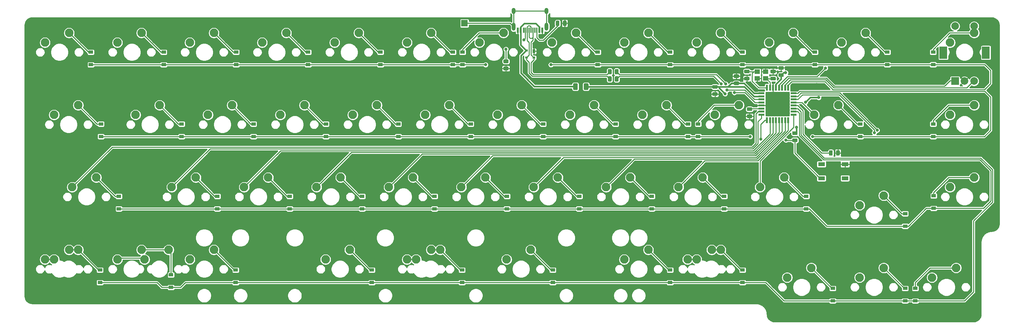
<source format=gbl>
G04 #@! TF.GenerationSoftware,KiCad,Pcbnew,5.1.8-db9833491~87~ubuntu20.04.1*
G04 #@! TF.CreationDate,2020-11-06T21:32:35-08:00*
G04 #@! TF.ProjectId,Program Yoink,50726f67-7261-46d2-9059-6f696e6b2e6b,rev?*
G04 #@! TF.SameCoordinates,Original*
G04 #@! TF.FileFunction,Copper,L2,Bot*
G04 #@! TF.FilePolarity,Positive*
%FSLAX46Y46*%
G04 Gerber Fmt 4.6, Leading zero omitted, Abs format (unit mm)*
G04 Created by KiCad (PCBNEW 5.1.8-db9833491~87~ubuntu20.04.1) date 2020-11-06 21:32:35*
%MOMM*%
%LPD*%
G01*
G04 APERTURE LIST*
G04 #@! TA.AperFunction,SMDPad,CuDef*
%ADD10R,0.600000X1.450000*%
G04 #@! TD*
G04 #@! TA.AperFunction,SMDPad,CuDef*
%ADD11R,0.300000X1.450000*%
G04 #@! TD*
G04 #@! TA.AperFunction,ComponentPad*
%ADD12O,1.000000X2.100000*%
G04 #@! TD*
G04 #@! TA.AperFunction,ComponentPad*
%ADD13O,1.000000X1.600000*%
G04 #@! TD*
G04 #@! TA.AperFunction,ComponentPad*
%ADD14C,2.250000*%
G04 #@! TD*
G04 #@! TA.AperFunction,ComponentPad*
%ADD15R,1.700000X1.700000*%
G04 #@! TD*
G04 #@! TA.AperFunction,SMDPad,CuDef*
%ADD16R,0.700000X1.000000*%
G04 #@! TD*
G04 #@! TA.AperFunction,SMDPad,CuDef*
%ADD17R,0.700000X0.600000*%
G04 #@! TD*
G04 #@! TA.AperFunction,SMDPad,CuDef*
%ADD18R,1.400000X1.200000*%
G04 #@! TD*
G04 #@! TA.AperFunction,SMDPad,CuDef*
%ADD19R,1.800000X1.100000*%
G04 #@! TD*
G04 #@! TA.AperFunction,ComponentPad*
%ADD20R,2.000000X2.000000*%
G04 #@! TD*
G04 #@! TA.AperFunction,ComponentPad*
%ADD21C,2.000000*%
G04 #@! TD*
G04 #@! TA.AperFunction,ComponentPad*
%ADD22R,2.000000X3.200000*%
G04 #@! TD*
G04 #@! TA.AperFunction,SMDPad,CuDef*
%ADD23R,1.600000X0.550000*%
G04 #@! TD*
G04 #@! TA.AperFunction,SMDPad,CuDef*
%ADD24R,0.550000X1.600000*%
G04 #@! TD*
G04 #@! TA.AperFunction,SMDPad,CuDef*
%ADD25R,1.200000X0.900000*%
G04 #@! TD*
G04 #@! TA.AperFunction,ViaPad*
%ADD26C,0.800000*%
G04 #@! TD*
G04 #@! TA.AperFunction,Conductor*
%ADD27C,0.250000*%
G04 #@! TD*
G04 #@! TA.AperFunction,Conductor*
%ADD28C,0.381000*%
G04 #@! TD*
G04 #@! TA.AperFunction,Conductor*
%ADD29C,0.254000*%
G04 #@! TD*
G04 #@! TA.AperFunction,Conductor*
%ADD30C,0.100000*%
G04 #@! TD*
G04 APERTURE END LIST*
D10*
X50000Y256592000D03*
X-6400000Y256592000D03*
X-725000Y256592000D03*
X-5625000Y256592000D03*
D11*
X-4925000Y256592000D03*
X-1425000Y256592000D03*
X-4425000Y256592000D03*
X-1925000Y256592000D03*
X-3925000Y256592000D03*
X-2425000Y256592000D03*
X-2925000Y256592000D03*
X-3425000Y256592000D03*
D12*
X-7495000Y257507000D03*
X1145000Y257507000D03*
D13*
X-7495000Y261687000D03*
X1145000Y261687000D03*
D14*
X8890000Y255905000D03*
X2540000Y253365000D03*
G04 #@! TA.AperFunction,SMDPad,CuDef*
G36*
G01*
X18292500Y246131501D02*
X18292500Y245231499D01*
G75*
G02*
X18042501Y244981500I-249999J0D01*
G01*
X17517499Y244981500D01*
G75*
G02*
X17267500Y245231499I0J249999D01*
G01*
X17267500Y246131501D01*
G75*
G02*
X17517499Y246381500I249999J0D01*
G01*
X18042501Y246381500D01*
G75*
G02*
X18292500Y246131501I0J-249999D01*
G01*
G37*
G04 #@! TD.AperFunction*
G04 #@! TA.AperFunction,SMDPad,CuDef*
G36*
G01*
X20117500Y246131501D02*
X20117500Y245231499D01*
G75*
G02*
X19867501Y244981500I-249999J0D01*
G01*
X19342499Y244981500D01*
G75*
G02*
X19092500Y245231499I0J249999D01*
G01*
X19092500Y246131501D01*
G75*
G02*
X19342499Y246381500I249999J0D01*
G01*
X19867501Y246381500D01*
G75*
G02*
X20117500Y246131501I0J-249999D01*
G01*
G37*
G04 #@! TD.AperFunction*
G04 #@! TA.AperFunction,SMDPad,CuDef*
G36*
G01*
X18292500Y244226501D02*
X18292500Y243326499D01*
G75*
G02*
X18042501Y243076500I-249999J0D01*
G01*
X17517499Y243076500D01*
G75*
G02*
X17267500Y243326499I0J249999D01*
G01*
X17267500Y244226501D01*
G75*
G02*
X17517499Y244476500I249999J0D01*
G01*
X18042501Y244476500D01*
G75*
G02*
X18292500Y244226501I0J-249999D01*
G01*
G37*
G04 #@! TD.AperFunction*
G04 #@! TA.AperFunction,SMDPad,CuDef*
G36*
G01*
X20117500Y244226501D02*
X20117500Y243326499D01*
G75*
G02*
X19867501Y243076500I-249999J0D01*
G01*
X19342499Y243076500D01*
G75*
G02*
X19092500Y243326499I0J249999D01*
G01*
X19092500Y244226501D01*
G75*
G02*
X19342499Y244476500I249999J0D01*
G01*
X19867501Y244476500D01*
G75*
G02*
X20117500Y244226501I0J-249999D01*
G01*
G37*
G04 #@! TD.AperFunction*
D15*
X-20447000Y258445000D03*
D14*
X77946250Y236855000D03*
X71596250Y234315000D03*
G04 #@! TA.AperFunction,SMDPad,CuDef*
G36*
G01*
X76433500Y224738250D02*
X76433500Y223825750D01*
G75*
G02*
X76189750Y223582000I-243750J0D01*
G01*
X75702250Y223582000D01*
G75*
G02*
X75458500Y223825750I0J243750D01*
G01*
X75458500Y224738250D01*
G75*
G02*
X75702250Y224982000I243750J0D01*
G01*
X76189750Y224982000D01*
G75*
G02*
X76433500Y224738250I0J-243750D01*
G01*
G37*
G04 #@! TD.AperFunction*
G04 #@! TA.AperFunction,SMDPad,CuDef*
G36*
G01*
X78308500Y224738250D02*
X78308500Y223825750D01*
G75*
G02*
X78064750Y223582000I-243750J0D01*
G01*
X77577250Y223582000D01*
G75*
G02*
X77333500Y223825750I0J243750D01*
G01*
X77333500Y224738250D01*
G75*
G02*
X77577250Y224982000I243750J0D01*
G01*
X78064750Y224982000D01*
G75*
G02*
X78308500Y224738250I0J-243750D01*
G01*
G37*
G04 #@! TD.AperFunction*
D16*
X-2159000Y251079000D03*
D17*
X-4159000Y251279000D03*
X-2159000Y249379000D03*
X-4159000Y249379000D03*
G04 #@! TA.AperFunction,SMDPad,CuDef*
G36*
G01*
X4551500Y258901250D02*
X4551500Y257988750D01*
G75*
G02*
X4307750Y257745000I-243750J0D01*
G01*
X3820250Y257745000D01*
G75*
G02*
X3576500Y257988750I0J243750D01*
G01*
X3576500Y258901250D01*
G75*
G02*
X3820250Y259145000I243750J0D01*
G01*
X4307750Y259145000D01*
G75*
G02*
X4551500Y258901250I0J-243750D01*
G01*
G37*
G04 #@! TD.AperFunction*
G04 #@! TA.AperFunction,SMDPad,CuDef*
G36*
G01*
X6426500Y258901250D02*
X6426500Y257988750D01*
G75*
G02*
X6182750Y257745000I-243750J0D01*
G01*
X5695250Y257745000D01*
G75*
G02*
X5451500Y257988750I0J243750D01*
G01*
X5451500Y258901250D01*
G75*
G02*
X5695250Y259145000I243750J0D01*
G01*
X6182750Y259145000D01*
G75*
G02*
X6426500Y258901250I0J-243750D01*
G01*
G37*
G04 #@! TD.AperFunction*
G04 #@! TA.AperFunction,SMDPad,CuDef*
G36*
G01*
X-9068750Y247924500D02*
X-9981250Y247924500D01*
G75*
G02*
X-10225000Y248168250I0J243750D01*
G01*
X-10225000Y248655750D01*
G75*
G02*
X-9981250Y248899500I243750J0D01*
G01*
X-9068750Y248899500D01*
G75*
G02*
X-8825000Y248655750I0J-243750D01*
G01*
X-8825000Y248168250D01*
G75*
G02*
X-9068750Y247924500I-243750J0D01*
G01*
G37*
G04 #@! TD.AperFunction*
G04 #@! TA.AperFunction,SMDPad,CuDef*
G36*
G01*
X-9068750Y246049500D02*
X-9981250Y246049500D01*
G75*
G02*
X-10225000Y246293250I0J243750D01*
G01*
X-10225000Y246780750D01*
G75*
G02*
X-9981250Y247024500I243750J0D01*
G01*
X-9068750Y247024500D01*
G75*
G02*
X-8825000Y246780750I0J-243750D01*
G01*
X-8825000Y246293250D01*
G75*
G02*
X-9068750Y246049500I-243750J0D01*
G01*
G37*
G04 #@! TD.AperFunction*
G04 #@! TA.AperFunction,SMDPad,CuDef*
G36*
G01*
X9382000Y242369500D02*
X9382000Y241119500D01*
G75*
G02*
X9132000Y240869500I-250000J0D01*
G01*
X8382000Y240869500D01*
G75*
G02*
X8132000Y241119500I0J250000D01*
G01*
X8132000Y242369500D01*
G75*
G02*
X8382000Y242619500I250000J0D01*
G01*
X9132000Y242619500D01*
G75*
G02*
X9382000Y242369500I0J-250000D01*
G01*
G37*
G04 #@! TD.AperFunction*
G04 #@! TA.AperFunction,SMDPad,CuDef*
G36*
G01*
X12182000Y242369500D02*
X12182000Y241119500D01*
G75*
G02*
X11932000Y240869500I-250000J0D01*
G01*
X11182000Y240869500D01*
G75*
G02*
X10932000Y241119500I0J250000D01*
G01*
X10932000Y242369500D01*
G75*
G02*
X11182000Y242619500I250000J0D01*
G01*
X11932000Y242619500D01*
G75*
G02*
X12182000Y242369500I0J-250000D01*
G01*
G37*
G04 #@! TD.AperFunction*
D18*
X56590658Y243956223D03*
X58790658Y243956223D03*
X58790658Y245656223D03*
X56590658Y245656223D03*
D19*
X73481000Y221306000D03*
X79681000Y217606000D03*
X73481000Y217606000D03*
X79681000Y221306000D03*
D20*
X108638400Y243198000D03*
D21*
X111138400Y243198000D03*
X113638400Y243198000D03*
D22*
X105538400Y250698000D03*
X116738400Y250698000D03*
D21*
X108638400Y257698000D03*
X113638400Y257698000D03*
G04 #@! TA.AperFunction,SMDPad,CuDef*
G36*
G01*
X66028250Y228101500D02*
X66940750Y228101500D01*
G75*
G02*
X67184500Y227857750I0J-243750D01*
G01*
X67184500Y227370250D01*
G75*
G02*
X66940750Y227126500I-243750J0D01*
G01*
X66028250Y227126500D01*
G75*
G02*
X65784500Y227370250I0J243750D01*
G01*
X65784500Y227857750D01*
G75*
G02*
X66028250Y228101500I243750J0D01*
G01*
G37*
G04 #@! TD.AperFunction*
G04 #@! TA.AperFunction,SMDPad,CuDef*
G36*
G01*
X66028250Y229976500D02*
X66940750Y229976500D01*
G75*
G02*
X67184500Y229732750I0J-243750D01*
G01*
X67184500Y229245250D01*
G75*
G02*
X66940750Y229001500I-243750J0D01*
G01*
X66028250Y229001500D01*
G75*
G02*
X65784500Y229245250I0J243750D01*
G01*
X65784500Y229732750D01*
G75*
G02*
X66028250Y229976500I243750J0D01*
G01*
G37*
G04 #@! TD.AperFunction*
G04 #@! TA.AperFunction,SMDPad,CuDef*
G36*
G01*
X45009750Y240293500D02*
X45922250Y240293500D01*
G75*
G02*
X46166000Y240049750I0J-243750D01*
G01*
X46166000Y239562250D01*
G75*
G02*
X45922250Y239318500I-243750J0D01*
G01*
X45009750Y239318500D01*
G75*
G02*
X44766000Y239562250I0J243750D01*
G01*
X44766000Y240049750D01*
G75*
G02*
X45009750Y240293500I243750J0D01*
G01*
G37*
G04 #@! TD.AperFunction*
G04 #@! TA.AperFunction,SMDPad,CuDef*
G36*
G01*
X45009750Y242168500D02*
X45922250Y242168500D01*
G75*
G02*
X46166000Y241924750I0J-243750D01*
G01*
X46166000Y241437250D01*
G75*
G02*
X45922250Y241193500I-243750J0D01*
G01*
X45009750Y241193500D01*
G75*
G02*
X44766000Y241437250I0J243750D01*
G01*
X44766000Y241924750D01*
G75*
G02*
X45009750Y242168500I243750J0D01*
G01*
G37*
G04 #@! TD.AperFunction*
G04 #@! TA.AperFunction,SMDPad,CuDef*
G36*
G01*
X51561050Y244012900D02*
X50648550Y244012900D01*
G75*
G02*
X50404800Y244256650I0J243750D01*
G01*
X50404800Y244744150D01*
G75*
G02*
X50648550Y244987900I243750J0D01*
G01*
X51561050Y244987900D01*
G75*
G02*
X51804800Y244744150I0J-243750D01*
G01*
X51804800Y244256650D01*
G75*
G02*
X51561050Y244012900I-243750J0D01*
G01*
G37*
G04 #@! TD.AperFunction*
G04 #@! TA.AperFunction,SMDPad,CuDef*
G36*
G01*
X51561050Y242137900D02*
X50648550Y242137900D01*
G75*
G02*
X50404800Y242381650I0J243750D01*
G01*
X50404800Y242869150D01*
G75*
G02*
X50648550Y243112900I243750J0D01*
G01*
X51561050Y243112900D01*
G75*
G02*
X51804800Y242869150I0J-243750D01*
G01*
X51804800Y242381650D01*
G75*
G02*
X51561050Y242137900I-243750J0D01*
G01*
G37*
G04 #@! TD.AperFunction*
G04 #@! TA.AperFunction,SMDPad,CuDef*
G36*
G01*
X63321250Y246180000D02*
X62408750Y246180000D01*
G75*
G02*
X62165000Y246423750I0J243750D01*
G01*
X62165000Y246911250D01*
G75*
G02*
X62408750Y247155000I243750J0D01*
G01*
X63321250Y247155000D01*
G75*
G02*
X63565000Y246911250I0J-243750D01*
G01*
X63565000Y246423750D01*
G75*
G02*
X63321250Y246180000I-243750J0D01*
G01*
G37*
G04 #@! TD.AperFunction*
G04 #@! TA.AperFunction,SMDPad,CuDef*
G36*
G01*
X63321250Y244305000D02*
X62408750Y244305000D01*
G75*
G02*
X62165000Y244548750I0J243750D01*
G01*
X62165000Y245036250D01*
G75*
G02*
X62408750Y245280000I243750J0D01*
G01*
X63321250Y245280000D01*
G75*
G02*
X63565000Y245036250I0J-243750D01*
G01*
X63565000Y244548750D01*
G75*
G02*
X63321250Y244305000I-243750J0D01*
G01*
G37*
G04 #@! TD.AperFunction*
G04 #@! TA.AperFunction,SMDPad,CuDef*
G36*
G01*
X54102950Y234426100D02*
X55015450Y234426100D01*
G75*
G02*
X55259200Y234182350I0J-243750D01*
G01*
X55259200Y233694850D01*
G75*
G02*
X55015450Y233451100I-243750J0D01*
G01*
X54102950Y233451100D01*
G75*
G02*
X53859200Y233694850I0J243750D01*
G01*
X53859200Y234182350D01*
G75*
G02*
X54102950Y234426100I243750J0D01*
G01*
G37*
G04 #@! TD.AperFunction*
G04 #@! TA.AperFunction,SMDPad,CuDef*
G36*
G01*
X54102950Y236301100D02*
X55015450Y236301100D01*
G75*
G02*
X55259200Y236057350I0J-243750D01*
G01*
X55259200Y235569850D01*
G75*
G02*
X55015450Y235326100I-243750J0D01*
G01*
X54102950Y235326100D01*
G75*
G02*
X53859200Y235569850I0J243750D01*
G01*
X53859200Y236057350D01*
G75*
G02*
X54102950Y236301100I243750J0D01*
G01*
G37*
G04 #@! TD.AperFunction*
G04 #@! TA.AperFunction,SMDPad,CuDef*
G36*
G01*
X61213050Y245257500D02*
X60300550Y245257500D01*
G75*
G02*
X60056800Y245501250I0J243750D01*
G01*
X60056800Y245988750D01*
G75*
G02*
X60300550Y246232500I243750J0D01*
G01*
X61213050Y246232500D01*
G75*
G02*
X61456800Y245988750I0J-243750D01*
G01*
X61456800Y245501250D01*
G75*
G02*
X61213050Y245257500I-243750J0D01*
G01*
G37*
G04 #@! TD.AperFunction*
G04 #@! TA.AperFunction,SMDPad,CuDef*
G36*
G01*
X61213050Y243382500D02*
X60300550Y243382500D01*
G75*
G02*
X60056800Y243626250I0J243750D01*
G01*
X60056800Y244113750D01*
G75*
G02*
X60300550Y244357500I243750J0D01*
G01*
X61213050Y244357500D01*
G75*
G02*
X61456800Y244113750I0J-243750D01*
G01*
X61456800Y243626250D01*
G75*
G02*
X61213050Y243382500I-243750J0D01*
G01*
G37*
G04 #@! TD.AperFunction*
G04 #@! TA.AperFunction,SMDPad,CuDef*
G36*
G01*
X53391750Y244357500D02*
X54304250Y244357500D01*
G75*
G02*
X54548000Y244113750I0J-243750D01*
G01*
X54548000Y243626250D01*
G75*
G02*
X54304250Y243382500I-243750J0D01*
G01*
X53391750Y243382500D01*
G75*
G02*
X53148000Y243626250I0J243750D01*
G01*
X53148000Y244113750D01*
G75*
G02*
X53391750Y244357500I243750J0D01*
G01*
G37*
G04 #@! TD.AperFunction*
G04 #@! TA.AperFunction,SMDPad,CuDef*
G36*
G01*
X53391750Y246232500D02*
X54304250Y246232500D01*
G75*
G02*
X54548000Y245988750I0J-243750D01*
G01*
X54548000Y245501250D01*
G75*
G02*
X54304250Y245257500I-243750J0D01*
G01*
X53391750Y245257500D01*
G75*
G02*
X53148000Y245501250I0J243750D01*
G01*
X53148000Y245988750D01*
G75*
G02*
X53391750Y246232500I243750J0D01*
G01*
G37*
G04 #@! TD.AperFunction*
D23*
X57684505Y239978497D03*
X57684505Y239178497D03*
X57684505Y238378497D03*
X57684505Y237578497D03*
X57684505Y236778497D03*
X57684505Y235978497D03*
X57684505Y235178497D03*
X57684505Y234378497D03*
D24*
X59134505Y232928497D03*
X59934505Y232928497D03*
X60734505Y232928497D03*
X61534505Y232928497D03*
X62334505Y232928497D03*
X63134505Y232928497D03*
X63934505Y232928497D03*
X64734505Y232928497D03*
D23*
X66184505Y234378497D03*
X66184505Y235178497D03*
X66184505Y235978497D03*
X66184505Y236778497D03*
X66184505Y237578497D03*
X66184505Y238378497D03*
X66184505Y239178497D03*
X66184505Y239978497D03*
D24*
X64734505Y241428497D03*
X63934505Y241428497D03*
X63134505Y241428497D03*
X62334505Y241428497D03*
X61534505Y241428497D03*
X60734505Y241428497D03*
X59934505Y241428497D03*
X59134505Y241428497D03*
D14*
X70802500Y193992500D03*
X64452500Y191452500D03*
D25*
X76454000Y188594000D03*
X76454000Y185294000D03*
D14*
X44608750Y198755000D03*
X38258750Y196215000D03*
X-26828750Y198755000D03*
X-33178750Y196215000D03*
X-98266250Y198755000D03*
X-104616250Y196215000D03*
X-122078750Y198755000D03*
X-128428750Y196215000D03*
X108902500Y193992500D03*
X102552500Y191452500D03*
X89852500Y193992500D03*
X83502500Y191452500D03*
X46990000Y198755000D03*
X40640000Y196215000D03*
X27940000Y198755000D03*
X21590000Y196215000D03*
X-3016250Y198755000D03*
X-9366250Y196215000D03*
X-29210000Y198755000D03*
X-35560000Y196215000D03*
X-50641250Y198755000D03*
X-56991250Y196215000D03*
X-86360000Y198755000D03*
X-92710000Y196215000D03*
X-105410000Y198755000D03*
X-111760000Y196215000D03*
X-124460000Y198755000D03*
X-130810000Y196215000D03*
X113665000Y217805000D03*
X107315000Y215265000D03*
X89852500Y213042500D03*
X83502500Y210502500D03*
X63658750Y217805000D03*
X57308750Y215265000D03*
X42227500Y217805000D03*
X35877500Y215265000D03*
X23177500Y217805000D03*
X16827500Y215265000D03*
X4127500Y217805000D03*
X-2222500Y215265000D03*
X-14922500Y217805000D03*
X-21272500Y215265000D03*
X-33972500Y217805000D03*
X-40322500Y215265000D03*
X-53022500Y217805000D03*
X-59372500Y215265000D03*
X-72072500Y217805000D03*
X-78422500Y215265000D03*
X-91122500Y217805000D03*
X-97472500Y215265000D03*
X-117316250Y217805000D03*
X-123666250Y215265000D03*
X113665000Y236855000D03*
X107315000Y234315000D03*
X51752500Y236855000D03*
X45402500Y234315000D03*
X32702500Y236855000D03*
X26352500Y234315000D03*
X13652500Y236855000D03*
X7302500Y234315000D03*
X-5397500Y236855000D03*
X-11747500Y234315000D03*
X-24447500Y236855000D03*
X-30797500Y234315000D03*
X-43497500Y236855000D03*
X-49847500Y234315000D03*
X-62547500Y236855000D03*
X-68897500Y234315000D03*
X-81597500Y236855000D03*
X-87947500Y234315000D03*
X-100647500Y236855000D03*
X-106997500Y234315000D03*
X-122078750Y236855000D03*
X-128428750Y234315000D03*
D25*
X98171000Y188595000D03*
X98171000Y185295000D03*
X95504000Y188595000D03*
X95504000Y185295000D03*
X52705000Y193420000D03*
X52705000Y190120000D03*
X33655000Y193420000D03*
X33655000Y190120000D03*
X2794000Y193420000D03*
X2794000Y190120000D03*
X-21082000Y193420000D03*
X-21082000Y190120000D03*
X-44831000Y193420000D03*
X-44831000Y190120000D03*
X-80645000Y193420000D03*
X-80645000Y190120000D03*
X-97663000Y192149000D03*
X-97663000Y188849000D03*
X-116332000Y193421000D03*
X-116332000Y190121000D03*
X102997000Y212978000D03*
X102997000Y209678000D03*
X95504000Y208279000D03*
X95504000Y204979000D03*
X69469000Y212851000D03*
X69469000Y209551000D03*
X47879000Y212851000D03*
X47879000Y209551000D03*
X28829000Y212851000D03*
X28829000Y209551000D03*
X9779000Y212851000D03*
X9779000Y209551000D03*
X-9271000Y212851000D03*
X-9271000Y209551000D03*
X-28321000Y212851000D03*
X-28321000Y209551000D03*
X-47371000Y212851000D03*
X-47371000Y209551000D03*
X-66421000Y212851000D03*
X-66421000Y209551000D03*
X-85471000Y212851000D03*
X-85471000Y209551000D03*
X-111379000Y212851000D03*
X-111379000Y209551000D03*
X102895400Y231902000D03*
X102895400Y228602000D03*
X83693000Y231901000D03*
X83693000Y228601000D03*
X41021000Y231901000D03*
X41021000Y228601000D03*
X38354000Y231901000D03*
X38354000Y228601000D03*
X19304000Y231901000D03*
X19304000Y228601000D03*
X254000Y231901000D03*
X254000Y228601000D03*
X-18796000Y231901000D03*
X-18796000Y228601000D03*
X-37846000Y231901000D03*
X-37846000Y228601000D03*
X-56896000Y231901000D03*
X-56896000Y228601000D03*
X-75946000Y231901000D03*
X-75946000Y228601000D03*
X-94869000Y231901000D03*
X-94869000Y228601000D03*
X-116078000Y231901000D03*
X-116078000Y228601000D03*
X102870000Y250850400D03*
X102870000Y247550400D03*
X90805000Y250825000D03*
X90805000Y247525000D03*
X71755000Y250824000D03*
X71755000Y247524000D03*
X52705000Y250824000D03*
X52705000Y247524000D03*
X33655000Y250824000D03*
X33655000Y247524000D03*
X14605000Y250824000D03*
X14605000Y247524000D03*
X-20955000Y250825000D03*
X-20955000Y247525000D03*
X-23495000Y250824000D03*
X-23495000Y247524000D03*
X-42545000Y250824000D03*
X-42545000Y247524000D03*
X-61595000Y250824000D03*
X-61595000Y247524000D03*
X-80518000Y250824000D03*
X-80518000Y247524000D03*
X-99568000Y250824000D03*
X-99568000Y247524000D03*
X-118745000Y250824000D03*
X-118745000Y247524000D03*
D14*
X113665000Y255905000D03*
X107315000Y253365000D03*
X85090000Y255905000D03*
X78740000Y253365000D03*
X66040000Y255905000D03*
X59690000Y253365000D03*
X46990000Y255905000D03*
X40640000Y253365000D03*
X27940000Y255905000D03*
X21590000Y253365000D03*
X-10160000Y255905000D03*
X-16510000Y253365000D03*
X-29210000Y255905000D03*
X-35560000Y253365000D03*
X-48260000Y255905000D03*
X-54610000Y253365000D03*
X-67310000Y255905000D03*
X-73660000Y253365000D03*
X-86360000Y255905000D03*
X-92710000Y253365000D03*
X-105410000Y255905000D03*
X-111760000Y253365000D03*
X-124460000Y255905000D03*
X-130810000Y253365000D03*
D26*
X2286000Y247523000D03*
X-14859000Y247523000D03*
X71120000Y228600000D03*
X54737000Y228600000D03*
X74549000Y246634000D03*
X87376000Y229616000D03*
X88144223Y230256186D03*
X88900000Y230886000D03*
X72263000Y242316000D03*
X-2150000Y253029797D03*
X48133000Y239839500D03*
X64066847Y245422847D03*
X66929000Y231076500D03*
X69299028Y237637528D03*
X72771000Y238887000D03*
X64135000Y227647500D03*
X57494000Y227875000D03*
X47117000Y242471500D03*
X48641000Y240890500D03*
X48260000Y242471500D03*
X50546000Y240165500D03*
X-4826000Y254063500D03*
X-9550407Y251612393D03*
D27*
X-119379000Y250824000D02*
X-118745000Y250824000D01*
X-124460000Y255905000D02*
X-119379000Y250824000D01*
X-118745000Y247524000D02*
X-99568000Y247524000D01*
X-80518000Y247524000D02*
X-99568000Y247524000D01*
X-80518000Y247524000D02*
X-61595000Y247524000D01*
X-61595000Y247524000D02*
X-42545000Y247524000D01*
X-42545000Y247524000D02*
X-23495000Y247524000D01*
X14605000Y247524000D02*
X33655000Y247524000D01*
X33655000Y247524000D02*
X52705000Y247524000D01*
X90804000Y247524000D02*
X90805000Y247525000D01*
X77902800Y247524000D02*
X76328000Y247524000D01*
X77902800Y247524000D02*
X90804000Y247524000D01*
X90805000Y247525000D02*
X102440200Y247525000D01*
X-20956000Y247524000D02*
X-20955000Y247525000D01*
X-23495000Y247524000D02*
X-20956000Y247524000D01*
X76263064Y247524000D02*
X76326000Y247524000D01*
X76326000Y247524000D02*
X77902800Y247524000D01*
X71755000Y247524000D02*
X76326000Y247524000D01*
X2287000Y247524000D02*
X2286000Y247523000D01*
X14605000Y247524000D02*
X2287000Y247524000D01*
X-20953000Y247523000D02*
X-20955000Y247525000D01*
X-14859000Y247523000D02*
X-20953000Y247523000D01*
X52706000Y247523000D02*
X71754000Y247523000D01*
X52705000Y247524000D02*
X52706000Y247523000D01*
X71755000Y247524000D02*
X67380008Y247524000D01*
X116431600Y247550400D02*
X102870000Y247550400D01*
X117983000Y245999000D02*
X116431600Y247550400D01*
X76518693Y240978487D02*
X116391487Y240978487D01*
X74419180Y243078000D02*
X76518693Y240978487D01*
X117983000Y242570000D02*
X117983000Y245999000D01*
X65633600Y243078000D02*
X74419180Y243078000D01*
X116391487Y240978487D02*
X117983000Y242570000D01*
X64734505Y242178905D02*
X65633600Y243078000D01*
X64734505Y241428497D02*
X64734505Y242178905D01*
X-100329000Y250824000D02*
X-99568000Y250824000D01*
X-105410000Y255905000D02*
X-100329000Y250824000D01*
X-81279000Y250824000D02*
X-80518000Y250824000D01*
X-86360000Y255905000D02*
X-81279000Y250824000D01*
X-62229000Y250824000D02*
X-61595000Y250824000D01*
X-67310000Y255905000D02*
X-62229000Y250824000D01*
X-43179000Y250824000D02*
X-42545000Y250824000D01*
X-48260000Y255905000D02*
X-43179000Y250824000D01*
X-24129000Y250824000D02*
X-23495000Y250824000D01*
X-29210000Y255905000D02*
X-24129000Y250824000D01*
X-20955000Y251525000D02*
X-20955000Y250825000D01*
X-16575000Y255905000D02*
X-20955000Y251525000D01*
X-10160000Y255905000D02*
X-16575000Y255905000D01*
X13971000Y250824000D02*
X14605000Y250824000D01*
X8890000Y255905000D02*
X13971000Y250824000D01*
X33021000Y250824000D02*
X33655000Y250824000D01*
X27940000Y255905000D02*
X33021000Y250824000D01*
X46990000Y255905000D02*
X52070000Y250825000D01*
X52704000Y250825000D02*
X52705000Y250824000D01*
X52070000Y250825000D02*
X52704000Y250825000D01*
X71121000Y250824000D02*
X71755000Y250824000D01*
X66040000Y255905000D02*
X71121000Y250824000D01*
X90170000Y250825000D02*
X90805000Y250825000D01*
X85090000Y255905000D02*
X90170000Y250825000D01*
X-117124750Y231901000D02*
X-116078000Y231901000D01*
X-122078750Y236855000D02*
X-117124750Y231901000D01*
X-95693500Y231901000D02*
X-94869000Y231901000D01*
X-100647500Y236855000D02*
X-95693500Y231901000D01*
X38354000Y228601000D02*
X19304000Y228601000D01*
X19304000Y228601000D02*
X254000Y228601000D01*
X254000Y228601000D02*
X-18796000Y228601000D01*
X-18796000Y228601000D02*
X-37846000Y228601000D01*
X-37846000Y228601000D02*
X-56896000Y228601000D01*
X-56896000Y228601000D02*
X-75946000Y228601000D01*
X-75946000Y228601000D02*
X-94869000Y228601000D01*
X-116078000Y228601000D02*
X-94869000Y228601000D01*
X38354000Y228601000D02*
X41021000Y228601000D01*
X83694000Y228602000D02*
X83693000Y228601000D01*
X83692000Y228600000D02*
X83693000Y228601000D01*
X71120000Y228600000D02*
X83692000Y228600000D01*
X102895400Y228602000D02*
X91895200Y228602000D01*
X90871411Y228602000D02*
X91188000Y228602000D01*
X91188000Y228602000D02*
X83694000Y228602000D01*
X91895200Y228602000D02*
X91188000Y228602000D01*
X54736000Y228601000D02*
X54737000Y228600000D01*
X41021000Y228601000D02*
X54736000Y228601000D01*
X67234505Y239978497D02*
X66184505Y239978497D01*
X117983000Y239014000D02*
X116468523Y240528477D01*
X67784485Y240528477D02*
X67234505Y239978497D01*
X117983000Y230251000D02*
X117983000Y239014000D01*
X116468523Y240528477D02*
X67784485Y240528477D01*
X116334000Y228602000D02*
X117983000Y230251000D01*
X102895400Y228602000D02*
X116334000Y228602000D01*
X-76643500Y231901000D02*
X-75946000Y231901000D01*
X-81597500Y236855000D02*
X-76643500Y231901000D01*
X-57593500Y231901000D02*
X-56896000Y231901000D01*
X-62547500Y236855000D02*
X-57593500Y231901000D01*
X-38543500Y231901000D02*
X-37846000Y231901000D01*
X-43497500Y236855000D02*
X-38543500Y231901000D01*
X-19493500Y231901000D02*
X-18796000Y231901000D01*
X-24447500Y236855000D02*
X-19493500Y231901000D01*
X-443500Y231901000D02*
X254000Y231901000D01*
X-5397500Y236855000D02*
X-443500Y231901000D01*
X18606500Y231901000D02*
X19304000Y231901000D01*
X13652500Y236855000D02*
X18606500Y231901000D01*
X37656500Y231901000D02*
X38354000Y231901000D01*
X32702500Y236855000D02*
X37656500Y231901000D01*
X45275000Y236855000D02*
X50161510Y236855000D01*
X41021000Y232601000D02*
X45275000Y236855000D01*
X41021000Y231901000D02*
X41021000Y232601000D01*
X50161510Y236855000D02*
X51752500Y236855000D01*
X82900250Y231901000D02*
X83693000Y231901000D01*
X77946250Y236855000D02*
X82900250Y231901000D01*
X106934000Y236855000D02*
X102895400Y232816400D01*
X113665000Y236855000D02*
X106934000Y236855000D01*
X102895400Y231902000D02*
X102895400Y232816400D01*
X-112362250Y212851000D02*
X-111379000Y212851000D01*
X-117316250Y217805000D02*
X-112362250Y212851000D01*
X-86168500Y212851000D02*
X-85471000Y212851000D01*
X-91122500Y217805000D02*
X-86168500Y212851000D01*
X-67118500Y212851000D02*
X-66421000Y212851000D01*
X-72072500Y217805000D02*
X-67118500Y212851000D01*
X-111379000Y209551000D02*
X-85471000Y209551000D01*
X-85471000Y209551000D02*
X-66421000Y209551000D01*
X-65571000Y209551000D02*
X-47371000Y209551000D01*
X-66421000Y209551000D02*
X-65571000Y209551000D01*
X-47371000Y209551000D02*
X-28321000Y209551000D01*
X-28321000Y209551000D02*
X-9271000Y209551000D01*
X-9271000Y209551000D02*
X9779000Y209551000D01*
X9779000Y209551000D02*
X28829000Y209551000D01*
X28829000Y209551000D02*
X47879000Y209551000D01*
X47879000Y209551000D02*
X69469000Y209551000D01*
X94654000Y204979000D02*
X95504000Y204979000D01*
X74891000Y204979000D02*
X94654000Y204979000D01*
X70319000Y209551000D02*
X74891000Y204979000D01*
X69469000Y209551000D02*
X70319000Y209551000D01*
X96354000Y204979000D02*
X101053000Y209678000D01*
X95504000Y204979000D02*
X96354000Y204979000D01*
X101053000Y209678000D02*
X102997000Y209678000D01*
X67691000Y234722002D02*
X67234505Y235178497D01*
X74041000Y222504000D02*
X67691000Y228854000D01*
X115187590Y222504000D02*
X74041000Y222504000D01*
X118040989Y219650601D02*
X115187590Y222504000D01*
X67234505Y235178497D02*
X66184505Y235178497D01*
X67691000Y228854000D02*
X67691000Y234722002D01*
X118040989Y211639989D02*
X118040989Y219650601D01*
X116079000Y209678000D02*
X118040989Y211639989D01*
X102997000Y209678000D02*
X116079000Y209678000D01*
X-48068500Y212851000D02*
X-47371000Y212851000D01*
X-53022500Y217805000D02*
X-48068500Y212851000D01*
X-29018500Y212851000D02*
X-28321000Y212851000D01*
X-33972500Y217805000D02*
X-29018500Y212851000D01*
X-9968500Y212851000D02*
X-9271000Y212851000D01*
X-14922500Y217805000D02*
X-9968500Y212851000D01*
X9081500Y212851000D02*
X9779000Y212851000D01*
X4127500Y217805000D02*
X9081500Y212851000D01*
X28131500Y212851000D02*
X28829000Y212851000D01*
X23177500Y217805000D02*
X28131500Y212851000D01*
X47181500Y212851000D02*
X47879000Y212851000D01*
X42227500Y217805000D02*
X47181500Y212851000D01*
X68612750Y212851000D02*
X69469000Y212851000D01*
X63658750Y217805000D02*
X68612750Y212851000D01*
X94616000Y208279000D02*
X95504000Y208279000D01*
X89852500Y213042500D02*
X94616000Y208279000D01*
X102997000Y213868000D02*
X102997000Y212978000D01*
X106934000Y217805000D02*
X102997000Y213868000D01*
X113665000Y217805000D02*
X106934000Y217805000D01*
X-124460000Y198755000D02*
X-122078750Y198755000D01*
X-116744750Y193421000D02*
X-116332000Y193421000D01*
X-122078750Y198755000D02*
X-116744750Y193421000D01*
X-105410000Y198755000D02*
X-98266250Y198755000D01*
X-98266250Y198755000D02*
X-98266250Y198596250D01*
X-97663000Y197993000D02*
X-97663000Y192149000D01*
X-98266250Y198596250D02*
X-97663000Y197993000D01*
X-81025000Y193420000D02*
X-80645000Y193420000D01*
X-86360000Y198755000D02*
X-81025000Y193420000D01*
X-45306250Y193420000D02*
X-44831000Y193420000D01*
X-50641250Y198755000D02*
X-45306250Y193420000D01*
X95506000Y185293000D02*
X95504000Y185295000D01*
X76455000Y185295000D02*
X76454000Y185294000D01*
X95504000Y185295000D02*
X76455000Y185295000D01*
X76454000Y185294000D02*
X63626000Y185294000D01*
X58800000Y190120000D02*
X52705000Y190120000D01*
X63626000Y185294000D02*
X58800000Y190120000D01*
X52705000Y190120000D02*
X33655000Y190120000D01*
X33655000Y190120000D02*
X2794000Y190120000D01*
X-21082000Y190120000D02*
X2794000Y190120000D01*
X-21082000Y190120000D02*
X-44831000Y190120000D01*
X-44831000Y190120000D02*
X-80645000Y190120000D01*
X-80645000Y190120000D02*
X-93852000Y190120000D01*
X-95123000Y188849000D02*
X-97663000Y188849000D01*
X-93852000Y190120000D02*
X-95123000Y188849000D01*
X-97663000Y188849000D02*
X-100076000Y188849000D01*
X-101348000Y190121000D02*
X-116332000Y190121000D01*
X-100076000Y188849000D02*
X-101348000Y190121000D01*
X95504000Y185295000D02*
X98171000Y185295000D01*
X117729000Y220599000D02*
X117602000Y220726000D01*
X66184505Y235978497D02*
X67234505Y235978497D01*
X115373990Y222954011D02*
X115637601Y222690399D01*
X68141010Y235071992D02*
X68141011Y229040399D01*
X67234505Y235978497D02*
X68141010Y235071992D01*
X68141011Y229040399D02*
X74227399Y222954011D01*
X74227399Y222954011D02*
X115373990Y222954011D01*
X115637601Y222690399D02*
X117729000Y220599000D01*
X118491000Y211359750D02*
X118491000Y219837000D01*
X118491000Y219837000D02*
X117729000Y220599000D01*
X111127000Y185295000D02*
X113506250Y187674250D01*
X113506250Y187674250D02*
X113506250Y206375000D01*
X98171000Y185295000D02*
X111127000Y185295000D01*
X113506250Y206375000D02*
X118491000Y211359750D01*
X-29210000Y198755000D02*
X-26828750Y198755000D01*
X-21493750Y193420000D02*
X-21082000Y193420000D01*
X-26828750Y198755000D02*
X-21493750Y193420000D01*
X2318750Y193420000D02*
X2794000Y193420000D01*
X-3016250Y198755000D02*
X2318750Y193420000D01*
X33275000Y193420000D02*
X33655000Y193420000D01*
X27940000Y198755000D02*
X33275000Y193420000D01*
X52325000Y193420000D02*
X52705000Y193420000D01*
X46990000Y198755000D02*
X52325000Y193420000D01*
X44608750Y198755000D02*
X46990000Y198755000D01*
X76201000Y188594000D02*
X76454000Y188594000D01*
X70802500Y193992500D02*
X76201000Y188594000D01*
X98171000Y190119000D02*
X98171000Y188595000D01*
X102044500Y193992500D02*
X98171000Y190119000D01*
X108902500Y193992500D02*
X102044500Y193992500D01*
X-130810000Y196215000D02*
X-128428750Y196215000D01*
X55232308Y225806000D02*
X-113125250Y225806000D01*
X56270004Y234578004D02*
X56270004Y226843696D01*
X56270004Y226843696D02*
X55232308Y225806000D01*
X56870497Y235178497D02*
X56270004Y234578004D01*
X-113125250Y225806000D02*
X-123666250Y215265000D01*
X57684505Y235178497D02*
X56870497Y235178497D01*
X-104997250Y196596000D02*
X-104616250Y196215000D01*
X-110998000Y196596000D02*
X-104997250Y196596000D01*
X-111379000Y196215000D02*
X-110998000Y196596000D01*
X-111760000Y196215000D02*
X-111379000Y196215000D01*
X57684505Y234378497D02*
X57159505Y234378497D01*
X56769000Y226706282D02*
X56769000Y232537000D01*
X55418709Y225355991D02*
X56769000Y226706282D01*
X54667989Y225355989D02*
X55418709Y225355991D01*
X-87381511Y225355989D02*
X54667989Y225355989D01*
X-97472500Y215265000D02*
X-87381511Y225355989D01*
X57684505Y233452505D02*
X57684505Y234378497D01*
X56769000Y232537000D02*
X57684505Y233452505D01*
X55605106Y224905978D02*
X59934505Y229235377D01*
X59934505Y229235377D02*
X59934505Y231878497D01*
X-78422500Y215265000D02*
X-68781522Y224905978D01*
X-68781522Y224905978D02*
X55605106Y224905978D01*
X59934505Y231878497D02*
X59934505Y232928497D01*
X60734505Y232928497D02*
X60734505Y229398967D01*
X-58247501Y216389999D02*
X-59372500Y215265000D01*
X60734505Y229398967D02*
X55791505Y224455967D01*
X55791505Y224455967D02*
X-50181533Y224455967D01*
X-50181533Y224455967D02*
X-58247501Y216389999D01*
X-35560000Y196215000D02*
X-33178750Y196215000D01*
X55977904Y224005956D02*
X-31581544Y224005956D01*
X-31581544Y224005956D02*
X-39197501Y216389999D01*
X-39197501Y216389999D02*
X-40322500Y215265000D01*
X61534505Y229562557D02*
X55977904Y224005956D01*
X61534505Y232928497D02*
X61534505Y229562557D01*
X56164303Y223555945D02*
X-12981555Y223555945D01*
X62334505Y232928497D02*
X62334505Y229726147D01*
X62334505Y229726147D02*
X56164303Y223555945D01*
X-12981555Y223555945D02*
X-20147501Y216389999D01*
X-20147501Y216389999D02*
X-21272500Y215265000D01*
X5618434Y223105934D02*
X-1097501Y216389999D01*
X-1097501Y216389999D02*
X-2222500Y215265000D01*
X63134505Y232928497D02*
X63134505Y229889737D01*
X63134505Y229889737D02*
X56350702Y223105934D01*
X56350702Y223105934D02*
X5618434Y223105934D01*
X63934505Y230053327D02*
X56537101Y222655923D01*
X56537101Y222655923D02*
X24218423Y222655923D01*
X24218423Y222655923D02*
X17952499Y216389999D01*
X63934505Y232928497D02*
X63934505Y230053327D01*
X17952499Y216389999D02*
X16827500Y215265000D01*
X38258750Y196215000D02*
X40640000Y196215000D01*
X42818412Y222205912D02*
X37002499Y216389999D01*
X64734505Y232928497D02*
X64734505Y230216916D01*
X64734505Y230216916D02*
X56723501Y222205912D01*
X56723501Y222205912D02*
X42818412Y222205912D01*
X37002499Y216389999D02*
X35877500Y215265000D01*
X66184505Y231030505D02*
X66184505Y231410095D01*
X57308750Y222154750D02*
X66184505Y231030505D01*
X66184505Y231410095D02*
X66184505Y234378497D01*
X57308750Y215265000D02*
X57308750Y222154750D01*
X68332753Y237578497D02*
X66184505Y237578497D01*
X71596250Y234315000D02*
X68332753Y237578497D01*
X62334505Y242217305D02*
X62334505Y241428497D01*
X64566800Y244449600D02*
X62334505Y242217305D01*
X72364600Y244449600D02*
X64566800Y244449600D01*
X74549000Y246634000D02*
X72364600Y244449600D01*
X107315000Y253365000D02*
X107315000Y252984000D01*
X78135542Y239628457D02*
X68484465Y239628457D01*
X87376000Y230387999D02*
X78135542Y239628457D01*
X87376000Y229616000D02*
X87376000Y230387999D01*
X68484465Y239628457D02*
X67234505Y238378497D01*
X67234505Y238378497D02*
X66184505Y238378497D01*
X95250000Y188595000D02*
X95504000Y188595000D01*
X89852500Y193992500D02*
X95250000Y188595000D01*
X78321942Y240078467D02*
X68134475Y240078467D01*
X68134475Y240078467D02*
X67234505Y239178497D01*
X88144223Y230256186D02*
X78321942Y240078467D01*
X67234505Y239178497D02*
X66184505Y239178497D01*
X56590658Y245656223D02*
X56405656Y245656223D01*
X53936777Y245656223D02*
X53848000Y245745000D01*
X56590658Y245656223D02*
X53936777Y245656223D01*
X55640658Y245656223D02*
X55270400Y245285965D01*
X57021503Y241428497D02*
X59134505Y241428497D01*
X55270400Y243179600D02*
X57021503Y241428497D01*
X55270400Y245285965D02*
X55270400Y243179600D01*
X56590658Y245656223D02*
X55640658Y245656223D01*
X58876881Y243870000D02*
X58790658Y243956223D01*
X60756800Y243870000D02*
X58876881Y243870000D01*
X59934505Y242478497D02*
X59934505Y241428497D01*
X58890658Y243956223D02*
X59934505Y242912376D01*
X59934505Y242912376D02*
X59934505Y242478497D01*
X58790658Y243956223D02*
X58890658Y243956223D01*
X54724097Y235978497D02*
X54559200Y235813600D01*
X57684505Y235978497D02*
X54724097Y235978497D01*
D28*
X55715503Y239178497D02*
X57684505Y239178497D01*
X53213000Y241681000D02*
X55715503Y239178497D01*
X49657000Y241681000D02*
X53213000Y241681000D01*
X48514000Y241681000D02*
X49657000Y241681000D01*
X48514000Y241681000D02*
X48958500Y241681000D01*
X46609000Y241363500D02*
X48133000Y239839500D01*
X46609000Y241681000D02*
X46609000Y241363500D01*
X45466000Y241681000D02*
X46609000Y241681000D01*
X46609000Y241681000D02*
X48514000Y241681000D01*
X66929000Y229933500D02*
X66484500Y229489000D01*
X66929000Y231076500D02*
X66929000Y229933500D01*
X63495347Y245422847D02*
X62865000Y244792500D01*
X64066847Y245422847D02*
X63495347Y245422847D01*
X62865000Y243738032D02*
X61534505Y242407537D01*
X61534505Y242407537D02*
X61534505Y241428497D01*
X62865000Y244792500D02*
X62865000Y243738032D01*
X69299028Y237637528D02*
X70548500Y238887000D01*
X70548500Y238887000D02*
X72771000Y238887000D01*
X45402500Y241744500D02*
X12515500Y241744500D01*
X45466000Y241681000D02*
X45402500Y241744500D01*
X12515500Y241744500D02*
X11557000Y241744500D01*
X55741003Y239978497D02*
X57684505Y239978497D01*
X53098700Y242620800D02*
X55741003Y239978497D01*
X49784000Y242620800D02*
X53098700Y242620800D01*
X48844200Y241681000D02*
X49784000Y242620800D01*
X48514000Y241681000D02*
X48844200Y241681000D01*
D27*
X66484500Y227026500D02*
X66484500Y227614000D01*
X66484500Y224252500D02*
X66484500Y227026500D01*
X73131000Y217606000D02*
X66484500Y224252500D01*
X73481000Y217606000D02*
X73131000Y217606000D01*
X64168500Y227614000D02*
X64135000Y227647500D01*
X66484500Y227614000D02*
X64168500Y227614000D01*
X58609505Y232928497D02*
X59134505Y232928497D01*
X57494000Y231812992D02*
X58609505Y232928497D01*
X57494000Y227875000D02*
X57494000Y231812992D01*
X73535820Y224282000D02*
X75946000Y224282000D01*
X68591020Y229226800D02*
X73535820Y224282000D01*
X68591020Y235421982D02*
X68591020Y229226800D01*
X67234505Y236778497D02*
X68591020Y235421982D01*
X66184505Y236778497D02*
X67234505Y236778497D01*
X107323500Y243325000D02*
X108573500Y243325000D01*
X105877007Y241878507D02*
X107323500Y243325000D01*
X108573500Y243320500D02*
X107696000Y242443000D01*
X63134505Y241428497D02*
X63134505Y242214400D01*
X76891493Y241878507D02*
X105877007Y241878507D01*
X64912505Y243992400D02*
X74777600Y243992400D01*
X74777600Y243992400D02*
X76891493Y241878507D01*
X108573500Y243325000D02*
X108573500Y243320500D01*
X63134505Y242214400D02*
X64912505Y243992400D01*
X111676997Y241428497D02*
X113573500Y243325000D01*
X76705093Y241428497D02*
X111676997Y241428497D01*
X65278000Y243535200D02*
X74598390Y243535200D01*
X74598390Y243535200D02*
X76705093Y241428497D01*
X63934505Y242191705D02*
X65278000Y243535200D01*
X63934505Y241428497D02*
X63934505Y242191705D01*
X113573500Y257761500D02*
X113573500Y255996500D01*
X107224600Y255905000D02*
X102870000Y251550400D01*
X113665000Y255905000D02*
X107224600Y255905000D01*
X102870000Y250850400D02*
X102870000Y251550400D01*
X55786462Y238378497D02*
X56634505Y238378497D01*
X56634505Y238378497D02*
X57684505Y238378497D01*
X53274459Y240890500D02*
X55786462Y238378497D01*
X48641000Y240890500D02*
X53274459Y240890500D01*
X20316200Y244487700D02*
X45100800Y244487700D01*
X19605000Y243776500D02*
X20316200Y244487700D01*
X45258000Y244330500D02*
X47117000Y242471500D01*
X45100800Y244487700D02*
X45258000Y244330500D01*
X56730497Y237578497D02*
X57684505Y237578497D01*
X50546000Y240165500D02*
X53363049Y240165500D01*
X55950052Y237578497D02*
X57684505Y237578497D01*
X53363049Y240165500D02*
X55950052Y237578497D01*
X20348790Y244937710D02*
X45793790Y244937710D01*
X19605000Y245681500D02*
X20348790Y244937710D01*
X45829500Y244902000D02*
X48260000Y242471500D01*
D28*
X-4209000Y251279000D02*
X-4159000Y251279000D01*
X-5625000Y252695000D02*
X-4209000Y251279000D01*
X-5625000Y256123750D02*
X-5625000Y252695000D01*
X-1643992Y258368800D02*
X-4706008Y258368800D01*
X-725000Y257449808D02*
X-1643992Y258368800D01*
X-5625000Y257449808D02*
X-5625000Y256123750D01*
X-4706008Y258368800D02*
X-5625000Y257449808D01*
X-725000Y256123750D02*
X-725000Y257449808D01*
X-2082800Y241808000D02*
X8693500Y241808000D01*
X8693500Y241808000D02*
X8757000Y241744500D01*
X-5588000Y245313200D02*
X-2082800Y241808000D01*
X-5588000Y249900000D02*
X-5588000Y245313200D01*
X-4209000Y251279000D02*
X-5588000Y249900000D01*
D27*
X-4425000Y254464500D02*
X-4826000Y254063500D01*
X-4425000Y256123750D02*
X-4425000Y254464500D01*
X-9525000Y251586986D02*
X-9550407Y251612393D01*
X-9525000Y248412000D02*
X-9525000Y251586986D01*
X4064000Y257810000D02*
X4064000Y258445000D01*
X-776250Y254000000D02*
X254000Y254000000D01*
X254000Y254000000D02*
X4064000Y257810000D01*
X-1425000Y254648750D02*
X-776250Y254000000D01*
X-1425000Y256123750D02*
X-1425000Y254648750D01*
X-7495000Y257538750D02*
X-7495000Y261718750D01*
X-7495000Y261718750D02*
X1145000Y261718750D01*
X1145000Y261718750D02*
X1145000Y257538750D01*
X-8401250Y258445000D02*
X-20447000Y258445000D01*
X-7495000Y257538750D02*
X-8401250Y258445000D01*
X-3429000Y250126500D02*
X-4159000Y249396500D01*
X-3429000Y253428500D02*
X-3429000Y250126500D01*
X-4159000Y249396500D02*
X-4159000Y249379000D01*
X-3925000Y253924500D02*
X-3429000Y253428500D01*
X-3925000Y256123750D02*
X-3925000Y253924500D01*
X-3238500Y257810000D02*
X-2925000Y257496500D01*
X-2925000Y257496500D02*
X-2925000Y256123750D01*
X-3619500Y257810000D02*
X-3238500Y257810000D01*
X-3925000Y257504500D02*
X-3619500Y257810000D01*
X-3925000Y256123750D02*
X-3925000Y257504500D01*
X-3454400Y248124400D02*
X-4159000Y248829000D01*
X-2585996Y244482896D02*
X-3454400Y245351300D01*
X-4159000Y248829000D02*
X-4159000Y249379000D01*
X-3454400Y245351300D02*
X-3454400Y248124400D01*
X17063996Y244482896D02*
X-2585996Y244482896D01*
X17068800Y244487700D02*
X17063996Y244482896D01*
X17780000Y243776500D02*
X17068800Y244487700D01*
X-2209000Y249379000D02*
X-2159000Y249379000D01*
X-2921000Y250091000D02*
X-2209000Y249379000D01*
X-2921000Y253486490D02*
X-2921000Y250091000D01*
X-2425000Y253982490D02*
X-2921000Y253486490D01*
X-2425000Y256123750D02*
X-2425000Y253982490D01*
X-3425000Y254758000D02*
X-3425000Y256123750D01*
X-2717800Y254457200D02*
X-3124200Y254457200D01*
X-3124200Y254457200D02*
X-3425000Y254758000D01*
X-2425000Y254750000D02*
X-2717800Y254457200D01*
X-2425000Y256123750D02*
X-2425000Y254750000D01*
X17036209Y244937709D02*
X17780000Y245681500D01*
X-2304209Y244937709D02*
X17036209Y244937709D01*
X-2895600Y245529100D02*
X-2304209Y244937709D01*
X-2895600Y248092400D02*
X-2895600Y245529100D01*
X-2159000Y248829000D02*
X-2895600Y248092400D01*
X-2159000Y249379000D02*
X-2159000Y248829000D01*
D29*
X1950250Y260371169D02*
X1948165Y260350000D01*
X1956487Y260265509D01*
X1981132Y260184266D01*
X2021153Y260109391D01*
X2055557Y260067470D01*
X2075013Y260043763D01*
X2140641Y259989903D01*
X2215516Y259949882D01*
X2296759Y259925237D01*
X2381250Y259916915D01*
X2402418Y259919000D01*
X118247670Y259919000D01*
X118647153Y259879830D01*
X119011145Y259769934D01*
X119346856Y259591435D01*
X119641506Y259351123D01*
X119883866Y259058161D01*
X120064709Y258723699D01*
X120177142Y258360487D01*
X120219001Y257962225D01*
X120219000Y257153833D01*
X120219001Y257153823D01*
X120219000Y205602330D01*
X120179830Y205202846D01*
X120069934Y204838853D01*
X119891433Y204503141D01*
X119651123Y204208493D01*
X119358161Y203966134D01*
X119023699Y203785291D01*
X118660487Y203672858D01*
X118262033Y203630979D01*
X118250622Y203630939D01*
X118231892Y203629037D01*
X118213064Y203629168D01*
X118207075Y203628581D01*
X117744882Y203580003D01*
X117706635Y203572152D01*
X117668244Y203564828D01*
X117662483Y203563089D01*
X117218529Y203425662D01*
X117182524Y203410527D01*
X117146299Y203395891D01*
X117140985Y203393066D01*
X116732178Y203172025D01*
X116699776Y203150169D01*
X116667106Y203128791D01*
X116662449Y203124993D01*
X116662442Y203124988D01*
X116662436Y203124982D01*
X116304355Y202828751D01*
X116276816Y202801020D01*
X116248920Y202773702D01*
X116245089Y202769071D01*
X116245083Y202769065D01*
X116245079Y202769058D01*
X115951355Y202408919D01*
X115929745Y202376394D01*
X115907667Y202344149D01*
X115904805Y202338855D01*
X115686624Y201928516D01*
X115671737Y201892398D01*
X115656350Y201856495D01*
X115654570Y201850746D01*
X115520246Y201405844D01*
X115512658Y201367519D01*
X115504537Y201329315D01*
X115503908Y201323330D01*
X115458557Y200860809D01*
X115458557Y200860792D01*
X115456501Y200839918D01*
X115456500Y181789830D01*
X115417330Y181390346D01*
X115307434Y181026353D01*
X115128933Y180690641D01*
X114888623Y180395993D01*
X114595661Y180153634D01*
X114261199Y179972791D01*
X113897987Y179860358D01*
X113499735Y179818500D01*
X61139830Y179818500D01*
X60740346Y179857670D01*
X60376353Y179967566D01*
X60040641Y180146067D01*
X59745993Y180386377D01*
X59503634Y180679339D01*
X59322791Y181013801D01*
X59210358Y181377013D01*
X59168479Y181775467D01*
X59168439Y181786878D01*
X59166537Y181805608D01*
X59166668Y181824436D01*
X59166081Y181830425D01*
X59117503Y182292618D01*
X59109652Y182330865D01*
X59102328Y182369256D01*
X59100589Y182375017D01*
X58963162Y182818971D01*
X58948027Y182854976D01*
X58933391Y182891201D01*
X58930566Y182896515D01*
X58709525Y183305322D01*
X58687669Y183337724D01*
X58666291Y183370394D01*
X58662493Y183375051D01*
X58662488Y183375058D01*
X58662482Y183375064D01*
X58366251Y183733145D01*
X58338520Y183760684D01*
X58311202Y183788580D01*
X58306571Y183792411D01*
X58306565Y183792417D01*
X58306558Y183792421D01*
X57946419Y184086145D01*
X57913894Y184107755D01*
X57881649Y184129833D01*
X57876355Y184132695D01*
X57466016Y184350876D01*
X57429898Y184365763D01*
X57393995Y184381150D01*
X57388246Y184382930D01*
X56943344Y184517254D01*
X56905019Y184524842D01*
X56866815Y184532963D01*
X56860830Y184533592D01*
X56398309Y184578943D01*
X56398302Y184578943D01*
X56377418Y184581000D01*
X-134122670Y184581000D01*
X-134522154Y184620170D01*
X-134886147Y184730066D01*
X-135221859Y184908567D01*
X-135516507Y185148877D01*
X-135758866Y185441839D01*
X-135939709Y185776301D01*
X-136052142Y186139513D01*
X-136094000Y186537765D01*
X-136094000Y186877626D01*
X-90805000Y186877626D01*
X-90805000Y186502374D01*
X-90731791Y186134332D01*
X-90588189Y185787644D01*
X-90379710Y185475634D01*
X-90114366Y185210290D01*
X-89802356Y185001811D01*
X-89455668Y184858209D01*
X-89087626Y184785000D01*
X-88712374Y184785000D01*
X-88344332Y184858209D01*
X-87997644Y185001811D01*
X-87685634Y185210290D01*
X-87420290Y185475634D01*
X-87211811Y185787644D01*
X-87068209Y186134332D01*
X-86995000Y186502374D01*
X-86995000Y186877626D01*
X-81273650Y186877626D01*
X-81273650Y186502374D01*
X-81200441Y186134332D01*
X-81056839Y185787644D01*
X-80848360Y185475634D01*
X-80583016Y185210290D01*
X-80271006Y185001811D01*
X-79924318Y184858209D01*
X-79556276Y184785000D01*
X-79181024Y184785000D01*
X-78812982Y184858209D01*
X-78466294Y185001811D01*
X-78154284Y185210290D01*
X-77888940Y185475634D01*
X-77680461Y185787644D01*
X-77536859Y186134332D01*
X-77463650Y186502374D01*
X-77463650Y186877626D01*
X-66992500Y186877626D01*
X-66992500Y186502374D01*
X-66919291Y186134332D01*
X-66775689Y185787644D01*
X-66567210Y185475634D01*
X-66301866Y185210290D01*
X-65989856Y185001811D01*
X-65643168Y184858209D01*
X-65275126Y184785000D01*
X-64899874Y184785000D01*
X-64531832Y184858209D01*
X-64185144Y185001811D01*
X-63873134Y185210290D01*
X-63607790Y185475634D01*
X-63399311Y185787644D01*
X-63255709Y186134332D01*
X-63182500Y186502374D01*
X-63182500Y186877626D01*
X-43180000Y186877626D01*
X-43180000Y186502374D01*
X-43106791Y186134332D01*
X-42963189Y185787644D01*
X-42754710Y185475634D01*
X-42489366Y185210290D01*
X-42177356Y185001811D01*
X-41830668Y184858209D01*
X-41462626Y184785000D01*
X-41087374Y184785000D01*
X-40719332Y184858209D01*
X-40372644Y185001811D01*
X-40060634Y185210290D01*
X-39795290Y185475634D01*
X-39586811Y185787644D01*
X-39443209Y186134332D01*
X-39370000Y186502374D01*
X-39370000Y186877626D01*
X-19367500Y186877626D01*
X-19367500Y186502374D01*
X-19294291Y186134332D01*
X-19150689Y185787644D01*
X-18942210Y185475634D01*
X-18676866Y185210290D01*
X-18364856Y185001811D01*
X-18018168Y184858209D01*
X-17650126Y184785000D01*
X-17274874Y184785000D01*
X-16906832Y184858209D01*
X-16560144Y185001811D01*
X-16248134Y185210290D01*
X-15982790Y185475634D01*
X-15774311Y185787644D01*
X-15630709Y186134332D01*
X-15557500Y186502374D01*
X-15557500Y186877626D01*
X4445000Y186877626D01*
X4445000Y186502374D01*
X4518209Y186134332D01*
X4661811Y185787644D01*
X4870290Y185475634D01*
X5135634Y185210290D01*
X5447644Y185001811D01*
X5794332Y184858209D01*
X6162374Y184785000D01*
X6537626Y184785000D01*
X6905668Y184858209D01*
X7252356Y185001811D01*
X7564366Y185210290D01*
X7829710Y185475634D01*
X8038189Y185787644D01*
X8181791Y186134332D01*
X8255000Y186502374D01*
X8255000Y186877626D01*
X18726150Y186877626D01*
X18726150Y186502374D01*
X18799359Y186134332D01*
X18942961Y185787644D01*
X19151440Y185475634D01*
X19416784Y185210290D01*
X19728794Y185001811D01*
X20075482Y184858209D01*
X20443524Y184785000D01*
X20818776Y184785000D01*
X21186818Y184858209D01*
X21533506Y185001811D01*
X21845516Y185210290D01*
X22110860Y185475634D01*
X22319339Y185787644D01*
X22462941Y186134332D01*
X22536150Y186502374D01*
X22536150Y186877626D01*
X23495000Y186877626D01*
X23495000Y186502374D01*
X23568209Y186134332D01*
X23711811Y185787644D01*
X23920290Y185475634D01*
X24185634Y185210290D01*
X24497644Y185001811D01*
X24844332Y184858209D01*
X25212374Y184785000D01*
X25587626Y184785000D01*
X25955668Y184858209D01*
X26302356Y185001811D01*
X26614366Y185210290D01*
X26879710Y185475634D01*
X27088189Y185787644D01*
X27231791Y186134332D01*
X27305000Y186502374D01*
X27305000Y186877626D01*
X27231791Y187245668D01*
X27088189Y187592356D01*
X26879710Y187904366D01*
X26614366Y188169710D01*
X26302356Y188378189D01*
X25955668Y188521791D01*
X25587626Y188595000D01*
X25212374Y188595000D01*
X24844332Y188521791D01*
X24497644Y188378189D01*
X24185634Y188169710D01*
X23920290Y187904366D01*
X23711811Y187592356D01*
X23568209Y187245668D01*
X23495000Y186877626D01*
X22536150Y186877626D01*
X22462941Y187245668D01*
X22319339Y187592356D01*
X22110860Y187904366D01*
X21845516Y188169710D01*
X21533506Y188378189D01*
X21186818Y188521791D01*
X20818776Y188595000D01*
X20443524Y188595000D01*
X20075482Y188521791D01*
X19728794Y188378189D01*
X19416784Y188169710D01*
X19151440Y187904366D01*
X18942961Y187592356D01*
X18799359Y187245668D01*
X18726150Y186877626D01*
X8255000Y186877626D01*
X8181791Y187245668D01*
X8038189Y187592356D01*
X7829710Y187904366D01*
X7564366Y188169710D01*
X7252356Y188378189D01*
X6905668Y188521791D01*
X6537626Y188595000D01*
X6162374Y188595000D01*
X5794332Y188521791D01*
X5447644Y188378189D01*
X5135634Y188169710D01*
X4870290Y187904366D01*
X4661811Y187592356D01*
X4518209Y187245668D01*
X4445000Y186877626D01*
X-15557500Y186877626D01*
X-15630709Y187245668D01*
X-15774311Y187592356D01*
X-15982790Y187904366D01*
X-16248134Y188169710D01*
X-16560144Y188378189D01*
X-16906832Y188521791D01*
X-17274874Y188595000D01*
X-17650126Y188595000D01*
X-18018168Y188521791D01*
X-18364856Y188378189D01*
X-18676866Y188169710D01*
X-18942210Y187904366D01*
X-19150689Y187592356D01*
X-19294291Y187245668D01*
X-19367500Y186877626D01*
X-39370000Y186877626D01*
X-39443209Y187245668D01*
X-39586811Y187592356D01*
X-39795290Y187904366D01*
X-40060634Y188169710D01*
X-40372644Y188378189D01*
X-40719332Y188521791D01*
X-41087374Y188595000D01*
X-41462626Y188595000D01*
X-41830668Y188521791D01*
X-42177356Y188378189D01*
X-42489366Y188169710D01*
X-42754710Y187904366D01*
X-42963189Y187592356D01*
X-43106791Y187245668D01*
X-43180000Y186877626D01*
X-63182500Y186877626D01*
X-63255709Y187245668D01*
X-63399311Y187592356D01*
X-63607790Y187904366D01*
X-63873134Y188169710D01*
X-64185144Y188378189D01*
X-64531832Y188521791D01*
X-64899874Y188595000D01*
X-65275126Y188595000D01*
X-65643168Y188521791D01*
X-65989856Y188378189D01*
X-66301866Y188169710D01*
X-66567210Y187904366D01*
X-66775689Y187592356D01*
X-66919291Y187245668D01*
X-66992500Y186877626D01*
X-77463650Y186877626D01*
X-77536859Y187245668D01*
X-77680461Y187592356D01*
X-77888940Y187904366D01*
X-78154284Y188169710D01*
X-78466294Y188378189D01*
X-78812982Y188521791D01*
X-79181024Y188595000D01*
X-79556276Y188595000D01*
X-79924318Y188521791D01*
X-80271006Y188378189D01*
X-80583016Y188169710D01*
X-80848360Y187904366D01*
X-81056839Y187592356D01*
X-81200441Y187245668D01*
X-81273650Y186877626D01*
X-86995000Y186877626D01*
X-87068209Y187245668D01*
X-87211811Y187592356D01*
X-87420290Y187904366D01*
X-87685634Y188169710D01*
X-87997644Y188378189D01*
X-88344332Y188521791D01*
X-88712374Y188595000D01*
X-89087626Y188595000D01*
X-89455668Y188521791D01*
X-89802356Y188378189D01*
X-90114366Y188169710D01*
X-90379710Y187904366D01*
X-90588189Y187592356D01*
X-90731791Y187245668D01*
X-90805000Y186877626D01*
X-136094000Y186877626D01*
X-136094000Y193798705D01*
X-133336000Y193798705D01*
X-133336000Y193551295D01*
X-133287732Y193308638D01*
X-133193053Y193080061D01*
X-133055599Y192874347D01*
X-132880653Y192699401D01*
X-132674939Y192561947D01*
X-132446362Y192467268D01*
X-132203705Y192419000D01*
X-131956295Y192419000D01*
X-131713638Y192467268D01*
X-131485061Y192561947D01*
X-131279347Y192699401D01*
X-131104401Y192874347D01*
X-130966947Y193080061D01*
X-130889375Y193267338D01*
X-130811803Y193080061D01*
X-130674349Y192874347D01*
X-130499403Y192699401D01*
X-130293689Y192561947D01*
X-130065112Y192467268D01*
X-129822455Y192419000D01*
X-129575045Y192419000D01*
X-129332388Y192467268D01*
X-129108694Y192559925D01*
X-129104609Y192550063D01*
X-128844705Y192161090D01*
X-128513910Y191830295D01*
X-128124937Y191570391D01*
X-127692733Y191391366D01*
X-127233907Y191300100D01*
X-126766093Y191300100D01*
X-126307267Y191391366D01*
X-125875063Y191570391D01*
X-125809375Y191614282D01*
X-125743687Y191570391D01*
X-125311483Y191391366D01*
X-124852657Y191300100D01*
X-124384843Y191300100D01*
X-123926017Y191391366D01*
X-123493813Y191570391D01*
X-123104840Y191830295D01*
X-122774045Y192161090D01*
X-122514141Y192550063D01*
X-122510056Y192559925D01*
X-122286362Y192467268D01*
X-122043705Y192419000D01*
X-121796295Y192419000D01*
X-121553638Y192467268D01*
X-121325061Y192561947D01*
X-121119347Y192699401D01*
X-120944401Y192874347D01*
X-120806947Y193080061D01*
X-120729375Y193267338D01*
X-120651803Y193080061D01*
X-120514349Y192874347D01*
X-120339403Y192699401D01*
X-120133689Y192561947D01*
X-119905112Y192467268D01*
X-119662455Y192419000D01*
X-119415045Y192419000D01*
X-119172388Y192467268D01*
X-118943811Y192561947D01*
X-118738097Y192699401D01*
X-118563151Y192874347D01*
X-118425697Y193080061D01*
X-118331018Y193308638D01*
X-118282750Y193551295D01*
X-118282750Y193798705D01*
X-118331018Y194041362D01*
X-118425697Y194269939D01*
X-118563151Y194475653D01*
X-118738097Y194650599D01*
X-118943811Y194788053D01*
X-119172388Y194882732D01*
X-119415045Y194931000D01*
X-119662455Y194931000D01*
X-119905112Y194882732D01*
X-120133689Y194788053D01*
X-120339403Y194650599D01*
X-120514349Y194475653D01*
X-120651803Y194269939D01*
X-120729375Y194082662D01*
X-120806947Y194269939D01*
X-120944401Y194475653D01*
X-121119347Y194650599D01*
X-121325061Y194788053D01*
X-121553638Y194882732D01*
X-121796295Y194931000D01*
X-122043705Y194931000D01*
X-122286362Y194882732D01*
X-122510056Y194790075D01*
X-122514141Y194799937D01*
X-122774045Y195188910D01*
X-123104840Y195519705D01*
X-123493813Y195779609D01*
X-123926017Y195958634D01*
X-124384843Y196049900D01*
X-124852657Y196049900D01*
X-125311483Y195958634D01*
X-125743687Y195779609D01*
X-125809375Y195735718D01*
X-125875063Y195779609D01*
X-126307267Y195958634D01*
X-126766093Y196049900D01*
X-126926086Y196049900D01*
X-126922750Y196066672D01*
X-126922750Y196363328D01*
X-126980625Y196654284D01*
X-127094150Y196928359D01*
X-127258963Y197175019D01*
X-127468731Y197384787D01*
X-127715391Y197549600D01*
X-127989466Y197663125D01*
X-128280422Y197721000D01*
X-128577078Y197721000D01*
X-128868034Y197663125D01*
X-129142109Y197549600D01*
X-129388769Y197384787D01*
X-129598537Y197175019D01*
X-129619375Y197143833D01*
X-129640213Y197175019D01*
X-129849981Y197384787D01*
X-130096641Y197549600D01*
X-130370716Y197663125D01*
X-130661672Y197721000D01*
X-130958328Y197721000D01*
X-131249284Y197663125D01*
X-131523359Y197549600D01*
X-131770019Y197384787D01*
X-131979787Y197175019D01*
X-132144600Y196928359D01*
X-132258125Y196654284D01*
X-132316000Y196363328D01*
X-132316000Y196066672D01*
X-132258125Y195775716D01*
X-132144600Y195501641D01*
X-131979787Y195254981D01*
X-131770019Y195045213D01*
X-131523359Y194880400D01*
X-131249284Y194766875D01*
X-130958328Y194709000D01*
X-130661672Y194709000D01*
X-130370716Y194766875D01*
X-130096641Y194880400D01*
X-129849981Y195045213D01*
X-129640213Y195254981D01*
X-129619375Y195286167D01*
X-129598537Y195254981D01*
X-129388769Y195045213D01*
X-129142109Y194880400D01*
X-129070629Y194850792D01*
X-129104609Y194799937D01*
X-129108694Y194790075D01*
X-129332388Y194882732D01*
X-129575045Y194931000D01*
X-129822455Y194931000D01*
X-130065112Y194882732D01*
X-130293689Y194788053D01*
X-130499403Y194650599D01*
X-130674349Y194475653D01*
X-130811803Y194269939D01*
X-130889375Y194082662D01*
X-130966947Y194269939D01*
X-131104401Y194475653D01*
X-131279347Y194650599D01*
X-131485061Y194788053D01*
X-131713638Y194882732D01*
X-131956295Y194931000D01*
X-132203705Y194931000D01*
X-132446362Y194882732D01*
X-132674939Y194788053D01*
X-132880653Y194650599D01*
X-133055599Y194475653D01*
X-133193053Y194269939D01*
X-133287732Y194041362D01*
X-133336000Y193798705D01*
X-136094000Y193798705D01*
X-136094000Y198903328D01*
X-125966000Y198903328D01*
X-125966000Y198606672D01*
X-125908125Y198315716D01*
X-125794600Y198041641D01*
X-125629787Y197794981D01*
X-125420019Y197585213D01*
X-125173359Y197420400D01*
X-124899284Y197306875D01*
X-124608328Y197249000D01*
X-124311672Y197249000D01*
X-124020716Y197306875D01*
X-123746641Y197420400D01*
X-123499981Y197585213D01*
X-123290213Y197794981D01*
X-123269375Y197826167D01*
X-123248537Y197794981D01*
X-123038769Y197585213D01*
X-122792109Y197420400D01*
X-122518034Y197306875D01*
X-122227078Y197249000D01*
X-121930422Y197249000D01*
X-121639466Y197306875D01*
X-121432107Y197392766D01*
X-117314843Y193275501D01*
X-117314843Y192971000D01*
X-117307487Y192896311D01*
X-117285701Y192824492D01*
X-117250322Y192758304D01*
X-117202711Y192700289D01*
X-117144696Y192652678D01*
X-117078508Y192617299D01*
X-117006689Y192595513D01*
X-116932000Y192588157D01*
X-115732000Y192588157D01*
X-115657311Y192595513D01*
X-115585492Y192617299D01*
X-115519304Y192652678D01*
X-115461289Y192700289D01*
X-115413678Y192758304D01*
X-115378299Y192824492D01*
X-115356513Y192896311D01*
X-115349157Y192971000D01*
X-115349157Y193798705D01*
X-114286000Y193798705D01*
X-114286000Y193551295D01*
X-114237732Y193308638D01*
X-114143053Y193080061D01*
X-114005599Y192874347D01*
X-113830653Y192699401D01*
X-113624939Y192561947D01*
X-113396362Y192467268D01*
X-113153705Y192419000D01*
X-112906295Y192419000D01*
X-112663638Y192467268D01*
X-112435061Y192561947D01*
X-112229347Y192699401D01*
X-112054401Y192874347D01*
X-111916947Y193080061D01*
X-111822268Y193308638D01*
X-111774000Y193551295D01*
X-111774000Y193798705D01*
X-111795920Y193908907D01*
X-110324900Y193908907D01*
X-110324900Y193441093D01*
X-110233634Y192982267D01*
X-110054609Y192550063D01*
X-109794705Y192161090D01*
X-109463910Y191830295D01*
X-109074937Y191570391D01*
X-108642733Y191391366D01*
X-108183907Y191300100D01*
X-107716093Y191300100D01*
X-107257267Y191391366D01*
X-106825063Y191570391D01*
X-106436090Y191830295D01*
X-106105295Y192161090D01*
X-105932965Y192419000D01*
X-105762545Y192419000D01*
X-105519888Y192467268D01*
X-105291311Y192561947D01*
X-105085597Y192699401D01*
X-104910651Y192874347D01*
X-104773197Y193080061D01*
X-104678518Y193308638D01*
X-104630250Y193551295D01*
X-104630250Y193798705D01*
X-104126000Y193798705D01*
X-104126000Y193551295D01*
X-104077732Y193308638D01*
X-103983053Y193080061D01*
X-103845599Y192874347D01*
X-103670653Y192699401D01*
X-103464939Y192561947D01*
X-103236362Y192467268D01*
X-102993705Y192419000D01*
X-102823285Y192419000D01*
X-102650955Y192161090D01*
X-102320160Y191830295D01*
X-101931187Y191570391D01*
X-101498983Y191391366D01*
X-101040157Y191300100D01*
X-100572343Y191300100D01*
X-100113517Y191391366D01*
X-99681313Y191570391D01*
X-99292340Y191830295D01*
X-98961545Y192161090D01*
X-98701641Y192550063D01*
X-98522616Y192982267D01*
X-98431350Y193441093D01*
X-98431350Y193908907D01*
X-98522616Y194367733D01*
X-98701641Y194799937D01*
X-98961545Y195188910D01*
X-99292340Y195519705D01*
X-99681313Y195779609D01*
X-100113517Y195958634D01*
X-100572343Y196049900D01*
X-101040157Y196049900D01*
X-101498983Y195958634D01*
X-101931187Y195779609D01*
X-102320160Y195519705D01*
X-102650955Y195188910D01*
X-102823285Y194931000D01*
X-102993705Y194931000D01*
X-103236362Y194882732D01*
X-103464939Y194788053D01*
X-103670653Y194650599D01*
X-103845599Y194475653D01*
X-103983053Y194269939D01*
X-104077732Y194041362D01*
X-104126000Y193798705D01*
X-104630250Y193798705D01*
X-104678518Y194041362D01*
X-104773197Y194269939D01*
X-104910651Y194475653D01*
X-105085597Y194650599D01*
X-105291311Y194788053D01*
X-105519888Y194882732D01*
X-105762545Y194931000D01*
X-105932965Y194931000D01*
X-106105295Y195188910D01*
X-106436090Y195519705D01*
X-106825063Y195779609D01*
X-107257267Y195958634D01*
X-107716093Y196049900D01*
X-108183907Y196049900D01*
X-108642733Y195958634D01*
X-109074937Y195779609D01*
X-109463910Y195519705D01*
X-109794705Y195188910D01*
X-110054609Y194799937D01*
X-110233634Y194367733D01*
X-110324900Y193908907D01*
X-111795920Y193908907D01*
X-111822268Y194041362D01*
X-111916947Y194269939D01*
X-112054401Y194475653D01*
X-112229347Y194650599D01*
X-112435061Y194788053D01*
X-112663638Y194882732D01*
X-112906295Y194931000D01*
X-113153705Y194931000D01*
X-113396362Y194882732D01*
X-113624939Y194788053D01*
X-113830653Y194650599D01*
X-114005599Y194475653D01*
X-114143053Y194269939D01*
X-114237732Y194041362D01*
X-114286000Y193798705D01*
X-115349157Y193798705D01*
X-115349157Y193871000D01*
X-115356513Y193945689D01*
X-115378299Y194017508D01*
X-115413678Y194083696D01*
X-115461289Y194141711D01*
X-115519304Y194189322D01*
X-115585492Y194224701D01*
X-115657311Y194246487D01*
X-115732000Y194253843D01*
X-116862001Y194253843D01*
X-118971486Y196363328D01*
X-113266000Y196363328D01*
X-113266000Y196066672D01*
X-113208125Y195775716D01*
X-113094600Y195501641D01*
X-112929787Y195254981D01*
X-112720019Y195045213D01*
X-112473359Y194880400D01*
X-112199284Y194766875D01*
X-111908328Y194709000D01*
X-111611672Y194709000D01*
X-111320716Y194766875D01*
X-111046641Y194880400D01*
X-110799981Y195045213D01*
X-110590213Y195254981D01*
X-110425400Y195501641D01*
X-110311875Y195775716D01*
X-110254000Y196066672D01*
X-110254000Y196090000D01*
X-106122250Y196090000D01*
X-106122250Y196066672D01*
X-106064375Y195775716D01*
X-105950850Y195501641D01*
X-105786037Y195254981D01*
X-105576269Y195045213D01*
X-105329609Y194880400D01*
X-105055534Y194766875D01*
X-104764578Y194709000D01*
X-104467922Y194709000D01*
X-104176966Y194766875D01*
X-103902891Y194880400D01*
X-103656231Y195045213D01*
X-103446463Y195254981D01*
X-103281650Y195501641D01*
X-103168125Y195775716D01*
X-103110250Y196066672D01*
X-103110250Y196363328D01*
X-103168125Y196654284D01*
X-103281650Y196928359D01*
X-103446463Y197175019D01*
X-103656231Y197384787D01*
X-103902891Y197549600D01*
X-104176966Y197663125D01*
X-104339699Y197695495D01*
X-104240213Y197794981D01*
X-104075400Y198041641D01*
X-103989510Y198249000D01*
X-99686740Y198249000D01*
X-99600850Y198041641D01*
X-99436037Y197794981D01*
X-99226269Y197585213D01*
X-98979609Y197420400D01*
X-98705534Y197306875D01*
X-98414578Y197249000D01*
X-98169000Y197249000D01*
X-98168999Y192981843D01*
X-98263000Y192981843D01*
X-98337689Y192974487D01*
X-98409508Y192952701D01*
X-98475696Y192917322D01*
X-98533711Y192869711D01*
X-98581322Y192811696D01*
X-98616701Y192745508D01*
X-98638487Y192673689D01*
X-98645843Y192599000D01*
X-98645843Y191699000D01*
X-98638487Y191624311D01*
X-98616701Y191552492D01*
X-98581322Y191486304D01*
X-98533711Y191428289D01*
X-98475696Y191380678D01*
X-98409508Y191345299D01*
X-98337689Y191323513D01*
X-98263000Y191316157D01*
X-97063000Y191316157D01*
X-96988311Y191323513D01*
X-96916492Y191345299D01*
X-96850304Y191380678D01*
X-96792289Y191428289D01*
X-96744678Y191486304D01*
X-96709299Y191552492D01*
X-96687513Y191624311D01*
X-96680157Y191699000D01*
X-96680157Y192599000D01*
X-96687513Y192673689D01*
X-96709299Y192745508D01*
X-96744678Y192811696D01*
X-96792289Y192869711D01*
X-96850304Y192917322D01*
X-96916492Y192952701D01*
X-96988311Y192974487D01*
X-97063000Y192981843D01*
X-97157000Y192981843D01*
X-97157000Y193798705D01*
X-96982250Y193798705D01*
X-96982250Y193551295D01*
X-96933982Y193308638D01*
X-96839303Y193080061D01*
X-96701849Y192874347D01*
X-96526903Y192699401D01*
X-96321189Y192561947D01*
X-96092612Y192467268D01*
X-95849955Y192419000D01*
X-95602545Y192419000D01*
X-95359888Y192467268D01*
X-95131311Y192561947D01*
X-94925597Y192699401D01*
X-94853125Y192771873D01*
X-94780653Y192699401D01*
X-94574939Y192561947D01*
X-94346362Y192467268D01*
X-94103705Y192419000D01*
X-93856295Y192419000D01*
X-93613638Y192467268D01*
X-93385061Y192561947D01*
X-93179347Y192699401D01*
X-93004401Y192874347D01*
X-92866947Y193080061D01*
X-92772268Y193308638D01*
X-92724000Y193551295D01*
X-92724000Y193798705D01*
X-92745920Y193908907D01*
X-91274900Y193908907D01*
X-91274900Y193441093D01*
X-91183634Y192982267D01*
X-91004609Y192550063D01*
X-90744705Y192161090D01*
X-90413910Y191830295D01*
X-90024937Y191570391D01*
X-89592733Y191391366D01*
X-89133907Y191300100D01*
X-88666093Y191300100D01*
X-88207267Y191391366D01*
X-87775063Y191570391D01*
X-87386090Y191830295D01*
X-87055295Y192161090D01*
X-86795391Y192550063D01*
X-86616366Y192982267D01*
X-86525100Y193441093D01*
X-86525100Y193798705D01*
X-85076000Y193798705D01*
X-85076000Y193551295D01*
X-85027732Y193308638D01*
X-84933053Y193080061D01*
X-84795599Y192874347D01*
X-84620653Y192699401D01*
X-84414939Y192561947D01*
X-84186362Y192467268D01*
X-83943705Y192419000D01*
X-83696295Y192419000D01*
X-83453638Y192467268D01*
X-83225061Y192561947D01*
X-83019347Y192699401D01*
X-82844401Y192874347D01*
X-82706947Y193080061D01*
X-82612268Y193308638D01*
X-82564000Y193551295D01*
X-82564000Y193798705D01*
X-82612268Y194041362D01*
X-82706947Y194269939D01*
X-82844401Y194475653D01*
X-83019347Y194650599D01*
X-83225061Y194788053D01*
X-83453638Y194882732D01*
X-83696295Y194931000D01*
X-83943705Y194931000D01*
X-84186362Y194882732D01*
X-84414939Y194788053D01*
X-84620653Y194650599D01*
X-84795599Y194475653D01*
X-84933053Y194269939D01*
X-85027732Y194041362D01*
X-85076000Y193798705D01*
X-86525100Y193798705D01*
X-86525100Y193908907D01*
X-86616366Y194367733D01*
X-86795391Y194799937D01*
X-87055295Y195188910D01*
X-87386090Y195519705D01*
X-87775063Y195779609D01*
X-88207267Y195958634D01*
X-88666093Y196049900D01*
X-89133907Y196049900D01*
X-89592733Y195958634D01*
X-90024937Y195779609D01*
X-90413910Y195519705D01*
X-90744705Y195188910D01*
X-91004609Y194799937D01*
X-91183634Y194367733D01*
X-91274900Y193908907D01*
X-92745920Y193908907D01*
X-92772268Y194041362D01*
X-92866947Y194269939D01*
X-93004401Y194475653D01*
X-93179347Y194650599D01*
X-93385061Y194788053D01*
X-93613638Y194882732D01*
X-93856295Y194931000D01*
X-94103705Y194931000D01*
X-94346362Y194882732D01*
X-94574939Y194788053D01*
X-94780653Y194650599D01*
X-94853125Y194578127D01*
X-94925597Y194650599D01*
X-95131311Y194788053D01*
X-95359888Y194882732D01*
X-95602545Y194931000D01*
X-95849955Y194931000D01*
X-96092612Y194882732D01*
X-96321189Y194788053D01*
X-96526903Y194650599D01*
X-96701849Y194475653D01*
X-96839303Y194269939D01*
X-96933982Y194041362D01*
X-96982250Y193798705D01*
X-97157000Y193798705D01*
X-97157000Y196363328D01*
X-94216000Y196363328D01*
X-94216000Y196066672D01*
X-94158125Y195775716D01*
X-94044600Y195501641D01*
X-93879787Y195254981D01*
X-93670019Y195045213D01*
X-93423359Y194880400D01*
X-93149284Y194766875D01*
X-92858328Y194709000D01*
X-92561672Y194709000D01*
X-92270716Y194766875D01*
X-91996641Y194880400D01*
X-91749981Y195045213D01*
X-91540213Y195254981D01*
X-91375400Y195501641D01*
X-91261875Y195775716D01*
X-91204000Y196066672D01*
X-91204000Y196363328D01*
X-91261875Y196654284D01*
X-91375400Y196928359D01*
X-91540213Y197175019D01*
X-91749981Y197384787D01*
X-91996641Y197549600D01*
X-92270716Y197663125D01*
X-92561672Y197721000D01*
X-92858328Y197721000D01*
X-93149284Y197663125D01*
X-93423359Y197549600D01*
X-93670019Y197384787D01*
X-93879787Y197175019D01*
X-94044600Y196928359D01*
X-94158125Y196654284D01*
X-94216000Y196363328D01*
X-97157000Y196363328D01*
X-97157000Y197734444D01*
X-97096463Y197794981D01*
X-96931650Y198041641D01*
X-96818125Y198315716D01*
X-96760250Y198606672D01*
X-96760250Y198903328D01*
X-87866000Y198903328D01*
X-87866000Y198606672D01*
X-87808125Y198315716D01*
X-87694600Y198041641D01*
X-87529787Y197794981D01*
X-87320019Y197585213D01*
X-87073359Y197420400D01*
X-86799284Y197306875D01*
X-86508328Y197249000D01*
X-86211672Y197249000D01*
X-85920716Y197306875D01*
X-85713357Y197392766D01*
X-81627843Y193307251D01*
X-81627843Y192970000D01*
X-81620487Y192895311D01*
X-81598701Y192823492D01*
X-81563322Y192757304D01*
X-81515711Y192699289D01*
X-81457696Y192651678D01*
X-81391508Y192616299D01*
X-81319689Y192594513D01*
X-81245000Y192587157D01*
X-80045000Y192587157D01*
X-79970311Y192594513D01*
X-79898492Y192616299D01*
X-79832304Y192651678D01*
X-79774289Y192699289D01*
X-79726678Y192757304D01*
X-79691299Y192823492D01*
X-79669513Y192895311D01*
X-79662157Y192970000D01*
X-79662157Y193798705D01*
X-59517250Y193798705D01*
X-59517250Y193551295D01*
X-59468982Y193308638D01*
X-59374303Y193080061D01*
X-59236849Y192874347D01*
X-59061903Y192699401D01*
X-58856189Y192561947D01*
X-58627612Y192467268D01*
X-58384955Y192419000D01*
X-58137545Y192419000D01*
X-57894888Y192467268D01*
X-57666311Y192561947D01*
X-57460597Y192699401D01*
X-57285651Y192874347D01*
X-57148197Y193080061D01*
X-57053518Y193308638D01*
X-57005250Y193551295D01*
X-57005250Y193798705D01*
X-57027170Y193908907D01*
X-55556150Y193908907D01*
X-55556150Y193441093D01*
X-55464884Y192982267D01*
X-55285859Y192550063D01*
X-55025955Y192161090D01*
X-54695160Y191830295D01*
X-54306187Y191570391D01*
X-53873983Y191391366D01*
X-53415157Y191300100D01*
X-52947343Y191300100D01*
X-52488517Y191391366D01*
X-52056313Y191570391D01*
X-51667340Y191830295D01*
X-51336545Y192161090D01*
X-51076641Y192550063D01*
X-50897616Y192982267D01*
X-50806350Y193441093D01*
X-50806350Y193798705D01*
X-49357250Y193798705D01*
X-49357250Y193551295D01*
X-49308982Y193308638D01*
X-49214303Y193080061D01*
X-49076849Y192874347D01*
X-48901903Y192699401D01*
X-48696189Y192561947D01*
X-48467612Y192467268D01*
X-48224955Y192419000D01*
X-47977545Y192419000D01*
X-47734888Y192467268D01*
X-47506311Y192561947D01*
X-47300597Y192699401D01*
X-47125651Y192874347D01*
X-46988197Y193080061D01*
X-46893518Y193308638D01*
X-46845250Y193551295D01*
X-46845250Y193798705D01*
X-46893518Y194041362D01*
X-46988197Y194269939D01*
X-47125651Y194475653D01*
X-47300597Y194650599D01*
X-47506311Y194788053D01*
X-47734888Y194882732D01*
X-47977545Y194931000D01*
X-48224955Y194931000D01*
X-48467612Y194882732D01*
X-48696189Y194788053D01*
X-48901903Y194650599D01*
X-49076849Y194475653D01*
X-49214303Y194269939D01*
X-49308982Y194041362D01*
X-49357250Y193798705D01*
X-50806350Y193798705D01*
X-50806350Y193908907D01*
X-50897616Y194367733D01*
X-51076641Y194799937D01*
X-51336545Y195188910D01*
X-51667340Y195519705D01*
X-52056313Y195779609D01*
X-52488517Y195958634D01*
X-52947343Y196049900D01*
X-53415157Y196049900D01*
X-53873983Y195958634D01*
X-54306187Y195779609D01*
X-54695160Y195519705D01*
X-55025955Y195188910D01*
X-55285859Y194799937D01*
X-55464884Y194367733D01*
X-55556150Y193908907D01*
X-57027170Y193908907D01*
X-57053518Y194041362D01*
X-57148197Y194269939D01*
X-57285651Y194475653D01*
X-57460597Y194650599D01*
X-57666311Y194788053D01*
X-57894888Y194882732D01*
X-58137545Y194931000D01*
X-58384955Y194931000D01*
X-58627612Y194882732D01*
X-58856189Y194788053D01*
X-59061903Y194650599D01*
X-59236849Y194475653D01*
X-59374303Y194269939D01*
X-59468982Y194041362D01*
X-59517250Y193798705D01*
X-79662157Y193798705D01*
X-79662157Y193870000D01*
X-79669513Y193944689D01*
X-79691299Y194016508D01*
X-79726678Y194082696D01*
X-79774289Y194140711D01*
X-79832304Y194188322D01*
X-79898492Y194223701D01*
X-79970311Y194245487D01*
X-80045000Y194252843D01*
X-81142251Y194252843D01*
X-83252736Y196363328D01*
X-58497250Y196363328D01*
X-58497250Y196066672D01*
X-58439375Y195775716D01*
X-58325850Y195501641D01*
X-58161037Y195254981D01*
X-57951269Y195045213D01*
X-57704609Y194880400D01*
X-57430534Y194766875D01*
X-57139578Y194709000D01*
X-56842922Y194709000D01*
X-56551966Y194766875D01*
X-56277891Y194880400D01*
X-56031231Y195045213D01*
X-55821463Y195254981D01*
X-55656650Y195501641D01*
X-55543125Y195775716D01*
X-55485250Y196066672D01*
X-55485250Y196363328D01*
X-55543125Y196654284D01*
X-55656650Y196928359D01*
X-55821463Y197175019D01*
X-56031231Y197384787D01*
X-56277891Y197549600D01*
X-56551966Y197663125D01*
X-56842922Y197721000D01*
X-57139578Y197721000D01*
X-57430534Y197663125D01*
X-57704609Y197549600D01*
X-57951269Y197384787D01*
X-58161037Y197175019D01*
X-58325850Y196928359D01*
X-58439375Y196654284D01*
X-58497250Y196363328D01*
X-83252736Y196363328D01*
X-84997766Y198108357D01*
X-84911875Y198315716D01*
X-84854000Y198606672D01*
X-84854000Y198903328D01*
X-52147250Y198903328D01*
X-52147250Y198606672D01*
X-52089375Y198315716D01*
X-51975850Y198041641D01*
X-51811037Y197794981D01*
X-51601269Y197585213D01*
X-51354609Y197420400D01*
X-51080534Y197306875D01*
X-50789578Y197249000D01*
X-50492922Y197249000D01*
X-50201966Y197306875D01*
X-49994607Y197392766D01*
X-45813843Y193212001D01*
X-45813843Y192970000D01*
X-45806487Y192895311D01*
X-45784701Y192823492D01*
X-45749322Y192757304D01*
X-45701711Y192699289D01*
X-45643696Y192651678D01*
X-45577508Y192616299D01*
X-45505689Y192594513D01*
X-45431000Y192587157D01*
X-44231000Y192587157D01*
X-44156311Y192594513D01*
X-44084492Y192616299D01*
X-44018304Y192651678D01*
X-43960289Y192699289D01*
X-43912678Y192757304D01*
X-43877299Y192823492D01*
X-43855513Y192895311D01*
X-43848157Y192970000D01*
X-43848157Y193798705D01*
X-38086000Y193798705D01*
X-38086000Y193551295D01*
X-38037732Y193308638D01*
X-37943053Y193080061D01*
X-37805599Y192874347D01*
X-37630653Y192699401D01*
X-37424939Y192561947D01*
X-37196362Y192467268D01*
X-36953705Y192419000D01*
X-36706295Y192419000D01*
X-36463638Y192467268D01*
X-36235061Y192561947D01*
X-36029347Y192699401D01*
X-35854401Y192874347D01*
X-35716947Y193080061D01*
X-35639375Y193267338D01*
X-35561803Y193080061D01*
X-35424349Y192874347D01*
X-35249403Y192699401D01*
X-35043689Y192561947D01*
X-34815112Y192467268D01*
X-34572455Y192419000D01*
X-34325045Y192419000D01*
X-34082388Y192467268D01*
X-33858694Y192559925D01*
X-33854609Y192550063D01*
X-33594705Y192161090D01*
X-33263910Y191830295D01*
X-32874937Y191570391D01*
X-32442733Y191391366D01*
X-31983907Y191300100D01*
X-31516093Y191300100D01*
X-31057267Y191391366D01*
X-30625063Y191570391D01*
X-30559375Y191614282D01*
X-30493687Y191570391D01*
X-30061483Y191391366D01*
X-29602657Y191300100D01*
X-29134843Y191300100D01*
X-28676017Y191391366D01*
X-28243813Y191570391D01*
X-27854840Y191830295D01*
X-27524045Y192161090D01*
X-27264141Y192550063D01*
X-27260056Y192559925D01*
X-27036362Y192467268D01*
X-26793705Y192419000D01*
X-26546295Y192419000D01*
X-26303638Y192467268D01*
X-26075061Y192561947D01*
X-25869347Y192699401D01*
X-25694401Y192874347D01*
X-25556947Y193080061D01*
X-25479375Y193267338D01*
X-25401803Y193080061D01*
X-25264349Y192874347D01*
X-25089403Y192699401D01*
X-24883689Y192561947D01*
X-24655112Y192467268D01*
X-24412455Y192419000D01*
X-24165045Y192419000D01*
X-23922388Y192467268D01*
X-23693811Y192561947D01*
X-23488097Y192699401D01*
X-23313151Y192874347D01*
X-23175697Y193080061D01*
X-23081018Y193308638D01*
X-23032750Y193551295D01*
X-23032750Y193798705D01*
X-23081018Y194041362D01*
X-23175697Y194269939D01*
X-23313151Y194475653D01*
X-23488097Y194650599D01*
X-23693811Y194788053D01*
X-23922388Y194882732D01*
X-24165045Y194931000D01*
X-24412455Y194931000D01*
X-24655112Y194882732D01*
X-24883689Y194788053D01*
X-25089403Y194650599D01*
X-25264349Y194475653D01*
X-25401803Y194269939D01*
X-25479375Y194082662D01*
X-25556947Y194269939D01*
X-25694401Y194475653D01*
X-25869347Y194650599D01*
X-26075061Y194788053D01*
X-26303638Y194882732D01*
X-26546295Y194931000D01*
X-26793705Y194931000D01*
X-27036362Y194882732D01*
X-27260056Y194790075D01*
X-27264141Y194799937D01*
X-27524045Y195188910D01*
X-27854840Y195519705D01*
X-28243813Y195779609D01*
X-28676017Y195958634D01*
X-29134843Y196049900D01*
X-29602657Y196049900D01*
X-30061483Y195958634D01*
X-30493687Y195779609D01*
X-30559375Y195735718D01*
X-30625063Y195779609D01*
X-31057267Y195958634D01*
X-31516093Y196049900D01*
X-31676086Y196049900D01*
X-31672750Y196066672D01*
X-31672750Y196363328D01*
X-31730625Y196654284D01*
X-31844150Y196928359D01*
X-32008963Y197175019D01*
X-32218731Y197384787D01*
X-32465391Y197549600D01*
X-32739466Y197663125D01*
X-33030422Y197721000D01*
X-33327078Y197721000D01*
X-33618034Y197663125D01*
X-33892109Y197549600D01*
X-34138769Y197384787D01*
X-34348537Y197175019D01*
X-34369375Y197143833D01*
X-34390213Y197175019D01*
X-34599981Y197384787D01*
X-34846641Y197549600D01*
X-35120716Y197663125D01*
X-35411672Y197721000D01*
X-35708328Y197721000D01*
X-35999284Y197663125D01*
X-36273359Y197549600D01*
X-36520019Y197384787D01*
X-36729787Y197175019D01*
X-36894600Y196928359D01*
X-37008125Y196654284D01*
X-37066000Y196363328D01*
X-37066000Y196066672D01*
X-37008125Y195775716D01*
X-36894600Y195501641D01*
X-36729787Y195254981D01*
X-36520019Y195045213D01*
X-36273359Y194880400D01*
X-35999284Y194766875D01*
X-35708328Y194709000D01*
X-35411672Y194709000D01*
X-35120716Y194766875D01*
X-34846641Y194880400D01*
X-34599981Y195045213D01*
X-34390213Y195254981D01*
X-34369375Y195286167D01*
X-34348537Y195254981D01*
X-34138769Y195045213D01*
X-33892109Y194880400D01*
X-33820629Y194850792D01*
X-33854609Y194799937D01*
X-33858694Y194790075D01*
X-34082388Y194882732D01*
X-34325045Y194931000D01*
X-34572455Y194931000D01*
X-34815112Y194882732D01*
X-35043689Y194788053D01*
X-35249403Y194650599D01*
X-35424349Y194475653D01*
X-35561803Y194269939D01*
X-35639375Y194082662D01*
X-35716947Y194269939D01*
X-35854401Y194475653D01*
X-36029347Y194650599D01*
X-36235061Y194788053D01*
X-36463638Y194882732D01*
X-36706295Y194931000D01*
X-36953705Y194931000D01*
X-37196362Y194882732D01*
X-37424939Y194788053D01*
X-37630653Y194650599D01*
X-37805599Y194475653D01*
X-37943053Y194269939D01*
X-38037732Y194041362D01*
X-38086000Y193798705D01*
X-43848157Y193798705D01*
X-43848157Y193870000D01*
X-43855513Y193944689D01*
X-43877299Y194016508D01*
X-43912678Y194082696D01*
X-43960289Y194140711D01*
X-44018304Y194188322D01*
X-44084492Y194223701D01*
X-44156311Y194245487D01*
X-44231000Y194252843D01*
X-45423501Y194252843D01*
X-49279016Y198108357D01*
X-49193125Y198315716D01*
X-49135250Y198606672D01*
X-49135250Y198903328D01*
X-30716000Y198903328D01*
X-30716000Y198606672D01*
X-30658125Y198315716D01*
X-30544600Y198041641D01*
X-30379787Y197794981D01*
X-30170019Y197585213D01*
X-29923359Y197420400D01*
X-29649284Y197306875D01*
X-29358328Y197249000D01*
X-29061672Y197249000D01*
X-28770716Y197306875D01*
X-28496641Y197420400D01*
X-28249981Y197585213D01*
X-28040213Y197794981D01*
X-28019375Y197826167D01*
X-27998537Y197794981D01*
X-27788769Y197585213D01*
X-27542109Y197420400D01*
X-27268034Y197306875D01*
X-26977078Y197249000D01*
X-26680422Y197249000D01*
X-26389466Y197306875D01*
X-26182107Y197392766D01*
X-22064843Y193275501D01*
X-22064843Y192970000D01*
X-22057487Y192895311D01*
X-22035701Y192823492D01*
X-22000322Y192757304D01*
X-21952711Y192699289D01*
X-21894696Y192651678D01*
X-21828508Y192616299D01*
X-21756689Y192594513D01*
X-21682000Y192587157D01*
X-20482000Y192587157D01*
X-20407311Y192594513D01*
X-20335492Y192616299D01*
X-20269304Y192651678D01*
X-20211289Y192699289D01*
X-20163678Y192757304D01*
X-20128299Y192823492D01*
X-20106513Y192895311D01*
X-20099157Y192970000D01*
X-20099157Y193798705D01*
X-11892250Y193798705D01*
X-11892250Y193551295D01*
X-11843982Y193308638D01*
X-11749303Y193080061D01*
X-11611849Y192874347D01*
X-11436903Y192699401D01*
X-11231189Y192561947D01*
X-11002612Y192467268D01*
X-10759955Y192419000D01*
X-10512545Y192419000D01*
X-10269888Y192467268D01*
X-10041311Y192561947D01*
X-9835597Y192699401D01*
X-9660651Y192874347D01*
X-9523197Y193080061D01*
X-9428518Y193308638D01*
X-9380250Y193551295D01*
X-9380250Y193798705D01*
X-9402170Y193908907D01*
X-7931150Y193908907D01*
X-7931150Y193441093D01*
X-7839884Y192982267D01*
X-7660859Y192550063D01*
X-7400955Y192161090D01*
X-7070160Y191830295D01*
X-6681187Y191570391D01*
X-6248983Y191391366D01*
X-5790157Y191300100D01*
X-5322343Y191300100D01*
X-4863517Y191391366D01*
X-4431313Y191570391D01*
X-4042340Y191830295D01*
X-3711545Y192161090D01*
X-3451641Y192550063D01*
X-3272616Y192982267D01*
X-3181350Y193441093D01*
X-3181350Y193798705D01*
X-1732250Y193798705D01*
X-1732250Y193551295D01*
X-1683982Y193308638D01*
X-1589303Y193080061D01*
X-1451849Y192874347D01*
X-1276903Y192699401D01*
X-1071189Y192561947D01*
X-842612Y192467268D01*
X-599955Y192419000D01*
X-352545Y192419000D01*
X-109888Y192467268D01*
X118689Y192561947D01*
X324403Y192699401D01*
X499349Y192874347D01*
X636803Y193080061D01*
X731482Y193308638D01*
X779750Y193551295D01*
X779750Y193798705D01*
X731482Y194041362D01*
X636803Y194269939D01*
X499349Y194475653D01*
X324403Y194650599D01*
X118689Y194788053D01*
X-109888Y194882732D01*
X-352545Y194931000D01*
X-599955Y194931000D01*
X-842612Y194882732D01*
X-1071189Y194788053D01*
X-1276903Y194650599D01*
X-1451849Y194475653D01*
X-1589303Y194269939D01*
X-1683982Y194041362D01*
X-1732250Y193798705D01*
X-3181350Y193798705D01*
X-3181350Y193908907D01*
X-3272616Y194367733D01*
X-3451641Y194799937D01*
X-3711545Y195188910D01*
X-4042340Y195519705D01*
X-4431313Y195779609D01*
X-4863517Y195958634D01*
X-5322343Y196049900D01*
X-5790157Y196049900D01*
X-6248983Y195958634D01*
X-6681187Y195779609D01*
X-7070160Y195519705D01*
X-7400955Y195188910D01*
X-7660859Y194799937D01*
X-7839884Y194367733D01*
X-7931150Y193908907D01*
X-9402170Y193908907D01*
X-9428518Y194041362D01*
X-9523197Y194269939D01*
X-9660651Y194475653D01*
X-9835597Y194650599D01*
X-10041311Y194788053D01*
X-10269888Y194882732D01*
X-10512545Y194931000D01*
X-10759955Y194931000D01*
X-11002612Y194882732D01*
X-11231189Y194788053D01*
X-11436903Y194650599D01*
X-11611849Y194475653D01*
X-11749303Y194269939D01*
X-11843982Y194041362D01*
X-11892250Y193798705D01*
X-20099157Y193798705D01*
X-20099157Y193870000D01*
X-20106513Y193944689D01*
X-20128299Y194016508D01*
X-20163678Y194082696D01*
X-20211289Y194140711D01*
X-20269304Y194188322D01*
X-20335492Y194223701D01*
X-20407311Y194245487D01*
X-20482000Y194252843D01*
X-21611001Y194252843D01*
X-23721486Y196363328D01*
X-10872250Y196363328D01*
X-10872250Y196066672D01*
X-10814375Y195775716D01*
X-10700850Y195501641D01*
X-10536037Y195254981D01*
X-10326269Y195045213D01*
X-10079609Y194880400D01*
X-9805534Y194766875D01*
X-9514578Y194709000D01*
X-9217922Y194709000D01*
X-8926966Y194766875D01*
X-8652891Y194880400D01*
X-8406231Y195045213D01*
X-8196463Y195254981D01*
X-8031650Y195501641D01*
X-7918125Y195775716D01*
X-7860250Y196066672D01*
X-7860250Y196363328D01*
X-7918125Y196654284D01*
X-8031650Y196928359D01*
X-8196463Y197175019D01*
X-8406231Y197384787D01*
X-8652891Y197549600D01*
X-8926966Y197663125D01*
X-9217922Y197721000D01*
X-9514578Y197721000D01*
X-9805534Y197663125D01*
X-10079609Y197549600D01*
X-10326269Y197384787D01*
X-10536037Y197175019D01*
X-10700850Y196928359D01*
X-10814375Y196654284D01*
X-10872250Y196363328D01*
X-23721486Y196363328D01*
X-25466516Y198108357D01*
X-25380625Y198315716D01*
X-25322750Y198606672D01*
X-25322750Y198903328D01*
X-4522250Y198903328D01*
X-4522250Y198606672D01*
X-4464375Y198315716D01*
X-4350850Y198041641D01*
X-4186037Y197794981D01*
X-3976269Y197585213D01*
X-3729609Y197420400D01*
X-3455534Y197306875D01*
X-3164578Y197249000D01*
X-2867922Y197249000D01*
X-2576966Y197306875D01*
X-2369607Y197392766D01*
X1811157Y193212001D01*
X1811157Y192970000D01*
X1818513Y192895311D01*
X1840299Y192823492D01*
X1875678Y192757304D01*
X1923289Y192699289D01*
X1981304Y192651678D01*
X2047492Y192616299D01*
X2119311Y192594513D01*
X2194000Y192587157D01*
X3394000Y192587157D01*
X3468689Y192594513D01*
X3540508Y192616299D01*
X3606696Y192651678D01*
X3664711Y192699289D01*
X3712322Y192757304D01*
X3747701Y192823492D01*
X3769487Y192895311D01*
X3776843Y192970000D01*
X3776843Y193798705D01*
X19064000Y193798705D01*
X19064000Y193551295D01*
X19112268Y193308638D01*
X19206947Y193080061D01*
X19344401Y192874347D01*
X19519347Y192699401D01*
X19725061Y192561947D01*
X19953638Y192467268D01*
X20196295Y192419000D01*
X20443705Y192419000D01*
X20686362Y192467268D01*
X20914939Y192561947D01*
X21120653Y192699401D01*
X21295599Y192874347D01*
X21433053Y193080061D01*
X21527732Y193308638D01*
X21576000Y193551295D01*
X21576000Y193798705D01*
X21554080Y193908907D01*
X23025100Y193908907D01*
X23025100Y193441093D01*
X23116366Y192982267D01*
X23295391Y192550063D01*
X23555295Y192161090D01*
X23886090Y191830295D01*
X24275063Y191570391D01*
X24707267Y191391366D01*
X25166093Y191300100D01*
X25633907Y191300100D01*
X26092733Y191391366D01*
X26524937Y191570391D01*
X26913910Y191830295D01*
X27244705Y192161090D01*
X27504609Y192550063D01*
X27683634Y192982267D01*
X27774900Y193441093D01*
X27774900Y193798705D01*
X29224000Y193798705D01*
X29224000Y193551295D01*
X29272268Y193308638D01*
X29366947Y193080061D01*
X29504401Y192874347D01*
X29679347Y192699401D01*
X29885061Y192561947D01*
X30113638Y192467268D01*
X30356295Y192419000D01*
X30603705Y192419000D01*
X30846362Y192467268D01*
X31074939Y192561947D01*
X31280653Y192699401D01*
X31455599Y192874347D01*
X31593053Y193080061D01*
X31687732Y193308638D01*
X31736000Y193551295D01*
X31736000Y193798705D01*
X31687732Y194041362D01*
X31593053Y194269939D01*
X31455599Y194475653D01*
X31280653Y194650599D01*
X31074939Y194788053D01*
X30846362Y194882732D01*
X30603705Y194931000D01*
X30356295Y194931000D01*
X30113638Y194882732D01*
X29885061Y194788053D01*
X29679347Y194650599D01*
X29504401Y194475653D01*
X29366947Y194269939D01*
X29272268Y194041362D01*
X29224000Y193798705D01*
X27774900Y193798705D01*
X27774900Y193908907D01*
X27683634Y194367733D01*
X27504609Y194799937D01*
X27244705Y195188910D01*
X26913910Y195519705D01*
X26524937Y195779609D01*
X26092733Y195958634D01*
X25633907Y196049900D01*
X25166093Y196049900D01*
X24707267Y195958634D01*
X24275063Y195779609D01*
X23886090Y195519705D01*
X23555295Y195188910D01*
X23295391Y194799937D01*
X23116366Y194367733D01*
X23025100Y193908907D01*
X21554080Y193908907D01*
X21527732Y194041362D01*
X21433053Y194269939D01*
X21295599Y194475653D01*
X21120653Y194650599D01*
X20914939Y194788053D01*
X20686362Y194882732D01*
X20443705Y194931000D01*
X20196295Y194931000D01*
X19953638Y194882732D01*
X19725061Y194788053D01*
X19519347Y194650599D01*
X19344401Y194475653D01*
X19206947Y194269939D01*
X19112268Y194041362D01*
X19064000Y193798705D01*
X3776843Y193798705D01*
X3776843Y193870000D01*
X3769487Y193944689D01*
X3747701Y194016508D01*
X3712322Y194082696D01*
X3664711Y194140711D01*
X3606696Y194188322D01*
X3540508Y194223701D01*
X3468689Y194245487D01*
X3394000Y194252843D01*
X2201499Y194252843D01*
X91014Y196363328D01*
X20084000Y196363328D01*
X20084000Y196066672D01*
X20141875Y195775716D01*
X20255400Y195501641D01*
X20420213Y195254981D01*
X20629981Y195045213D01*
X20876641Y194880400D01*
X21150716Y194766875D01*
X21441672Y194709000D01*
X21738328Y194709000D01*
X22029284Y194766875D01*
X22303359Y194880400D01*
X22550019Y195045213D01*
X22759787Y195254981D01*
X22924600Y195501641D01*
X23038125Y195775716D01*
X23096000Y196066672D01*
X23096000Y196363328D01*
X23038125Y196654284D01*
X22924600Y196928359D01*
X22759787Y197175019D01*
X22550019Y197384787D01*
X22303359Y197549600D01*
X22029284Y197663125D01*
X21738328Y197721000D01*
X21441672Y197721000D01*
X21150716Y197663125D01*
X20876641Y197549600D01*
X20629981Y197384787D01*
X20420213Y197175019D01*
X20255400Y196928359D01*
X20141875Y196654284D01*
X20084000Y196363328D01*
X91014Y196363328D01*
X-1654016Y198108357D01*
X-1568125Y198315716D01*
X-1510250Y198606672D01*
X-1510250Y198903328D01*
X26434000Y198903328D01*
X26434000Y198606672D01*
X26491875Y198315716D01*
X26605400Y198041641D01*
X26770213Y197794981D01*
X26979981Y197585213D01*
X27226641Y197420400D01*
X27500716Y197306875D01*
X27791672Y197249000D01*
X28088328Y197249000D01*
X28379284Y197306875D01*
X28586643Y197392766D01*
X32672157Y193307251D01*
X32672157Y192970000D01*
X32679513Y192895311D01*
X32701299Y192823492D01*
X32736678Y192757304D01*
X32784289Y192699289D01*
X32842304Y192651678D01*
X32908492Y192616299D01*
X32980311Y192594513D01*
X33055000Y192587157D01*
X34255000Y192587157D01*
X34329689Y192594513D01*
X34401508Y192616299D01*
X34467696Y192651678D01*
X34525711Y192699289D01*
X34573322Y192757304D01*
X34608701Y192823492D01*
X34630487Y192895311D01*
X34637843Y192970000D01*
X34637843Y193798705D01*
X35732750Y193798705D01*
X35732750Y193551295D01*
X35781018Y193308638D01*
X35875697Y193080061D01*
X36013151Y192874347D01*
X36188097Y192699401D01*
X36393811Y192561947D01*
X36622388Y192467268D01*
X36865045Y192419000D01*
X37112455Y192419000D01*
X37355112Y192467268D01*
X37583689Y192561947D01*
X37789403Y192699401D01*
X37964349Y192874347D01*
X38101803Y193080061D01*
X38179375Y193267338D01*
X38256947Y193080061D01*
X38394401Y192874347D01*
X38569347Y192699401D01*
X38775061Y192561947D01*
X39003638Y192467268D01*
X39246295Y192419000D01*
X39493705Y192419000D01*
X39736362Y192467268D01*
X39960056Y192559925D01*
X39964141Y192550063D01*
X40224045Y192161090D01*
X40554840Y191830295D01*
X40943813Y191570391D01*
X41376017Y191391366D01*
X41834843Y191300100D01*
X42302657Y191300100D01*
X42761483Y191391366D01*
X43193687Y191570391D01*
X43259375Y191614282D01*
X43325063Y191570391D01*
X43757267Y191391366D01*
X44216093Y191300100D01*
X44683907Y191300100D01*
X45142733Y191391366D01*
X45574937Y191570391D01*
X45620489Y191600828D01*
X62946500Y191600828D01*
X62946500Y191304172D01*
X63004375Y191013216D01*
X63117900Y190739141D01*
X63282713Y190492481D01*
X63492481Y190282713D01*
X63739141Y190117900D01*
X64013216Y190004375D01*
X64304172Y189946500D01*
X64600828Y189946500D01*
X64891784Y190004375D01*
X65165859Y190117900D01*
X65412519Y190282713D01*
X65622287Y190492481D01*
X65787100Y190739141D01*
X65900625Y191013216D01*
X65958500Y191304172D01*
X65958500Y191600828D01*
X65900625Y191891784D01*
X65787100Y192165859D01*
X65622287Y192412519D01*
X65412519Y192622287D01*
X65165859Y192787100D01*
X64891784Y192900625D01*
X64600828Y192958500D01*
X64304172Y192958500D01*
X64013216Y192900625D01*
X63739141Y192787100D01*
X63492481Y192622287D01*
X63282713Y192412519D01*
X63117900Y192165859D01*
X63004375Y191891784D01*
X62946500Y191600828D01*
X45620489Y191600828D01*
X45963910Y191830295D01*
X46294705Y192161090D01*
X46554609Y192550063D01*
X46558694Y192559925D01*
X46782388Y192467268D01*
X47025045Y192419000D01*
X47272455Y192419000D01*
X47515112Y192467268D01*
X47743689Y192561947D01*
X47949403Y192699401D01*
X48124349Y192874347D01*
X48261803Y193080061D01*
X48339375Y193267338D01*
X48416947Y193080061D01*
X48554401Y192874347D01*
X48729347Y192699401D01*
X48935061Y192561947D01*
X49163638Y192467268D01*
X49406295Y192419000D01*
X49653705Y192419000D01*
X49896362Y192467268D01*
X50124939Y192561947D01*
X50330653Y192699401D01*
X50505599Y192874347D01*
X50643053Y193080061D01*
X50737732Y193308638D01*
X50786000Y193551295D01*
X50786000Y193798705D01*
X50737732Y194041362D01*
X50643053Y194269939D01*
X50505599Y194475653D01*
X50330653Y194650599D01*
X50124939Y194788053D01*
X49896362Y194882732D01*
X49653705Y194931000D01*
X49406295Y194931000D01*
X49163638Y194882732D01*
X48935061Y194788053D01*
X48729347Y194650599D01*
X48554401Y194475653D01*
X48416947Y194269939D01*
X48339375Y194082662D01*
X48261803Y194269939D01*
X48124349Y194475653D01*
X47949403Y194650599D01*
X47743689Y194788053D01*
X47515112Y194882732D01*
X47272455Y194931000D01*
X47025045Y194931000D01*
X46782388Y194882732D01*
X46558694Y194790075D01*
X46554609Y194799937D01*
X46294705Y195188910D01*
X45963910Y195519705D01*
X45574937Y195779609D01*
X45142733Y195958634D01*
X44683907Y196049900D01*
X44216093Y196049900D01*
X43757267Y195958634D01*
X43325063Y195779609D01*
X43259375Y195735718D01*
X43193687Y195779609D01*
X42761483Y195958634D01*
X42302657Y196049900D01*
X42142664Y196049900D01*
X42146000Y196066672D01*
X42146000Y196363328D01*
X42088125Y196654284D01*
X41974600Y196928359D01*
X41809787Y197175019D01*
X41600019Y197384787D01*
X41353359Y197549600D01*
X41079284Y197663125D01*
X40788328Y197721000D01*
X40491672Y197721000D01*
X40200716Y197663125D01*
X39926641Y197549600D01*
X39679981Y197384787D01*
X39470213Y197175019D01*
X39449375Y197143833D01*
X39428537Y197175019D01*
X39218769Y197384787D01*
X38972109Y197549600D01*
X38698034Y197663125D01*
X38407078Y197721000D01*
X38110422Y197721000D01*
X37819466Y197663125D01*
X37545391Y197549600D01*
X37298731Y197384787D01*
X37088963Y197175019D01*
X36924150Y196928359D01*
X36810625Y196654284D01*
X36752750Y196363328D01*
X36752750Y196066672D01*
X36810625Y195775716D01*
X36924150Y195501641D01*
X37088963Y195254981D01*
X37298731Y195045213D01*
X37545391Y194880400D01*
X37819466Y194766875D01*
X38110422Y194709000D01*
X38407078Y194709000D01*
X38698034Y194766875D01*
X38972109Y194880400D01*
X39218769Y195045213D01*
X39428537Y195254981D01*
X39449375Y195286167D01*
X39470213Y195254981D01*
X39679981Y195045213D01*
X39926641Y194880400D01*
X39998121Y194850792D01*
X39964141Y194799937D01*
X39960056Y194790075D01*
X39736362Y194882732D01*
X39493705Y194931000D01*
X39246295Y194931000D01*
X39003638Y194882732D01*
X38775061Y194788053D01*
X38569347Y194650599D01*
X38394401Y194475653D01*
X38256947Y194269939D01*
X38179375Y194082662D01*
X38101803Y194269939D01*
X37964349Y194475653D01*
X37789403Y194650599D01*
X37583689Y194788053D01*
X37355112Y194882732D01*
X37112455Y194931000D01*
X36865045Y194931000D01*
X36622388Y194882732D01*
X36393811Y194788053D01*
X36188097Y194650599D01*
X36013151Y194475653D01*
X35875697Y194269939D01*
X35781018Y194041362D01*
X35732750Y193798705D01*
X34637843Y193798705D01*
X34637843Y193870000D01*
X34630487Y193944689D01*
X34608701Y194016508D01*
X34573322Y194082696D01*
X34525711Y194140711D01*
X34467696Y194188322D01*
X34401508Y194223701D01*
X34329689Y194245487D01*
X34255000Y194252843D01*
X33157749Y194252843D01*
X29302234Y198108357D01*
X29388125Y198315716D01*
X29446000Y198606672D01*
X29446000Y198903328D01*
X43102750Y198903328D01*
X43102750Y198606672D01*
X43160625Y198315716D01*
X43274150Y198041641D01*
X43438963Y197794981D01*
X43648731Y197585213D01*
X43895391Y197420400D01*
X44169466Y197306875D01*
X44460422Y197249000D01*
X44757078Y197249000D01*
X45048034Y197306875D01*
X45322109Y197420400D01*
X45568769Y197585213D01*
X45778537Y197794981D01*
X45799375Y197826167D01*
X45820213Y197794981D01*
X46029981Y197585213D01*
X46276641Y197420400D01*
X46550716Y197306875D01*
X46841672Y197249000D01*
X47138328Y197249000D01*
X47429284Y197306875D01*
X47636643Y197392766D01*
X51722157Y193307251D01*
X51722157Y192970000D01*
X51729513Y192895311D01*
X51751299Y192823492D01*
X51786678Y192757304D01*
X51834289Y192699289D01*
X51892304Y192651678D01*
X51958492Y192616299D01*
X52030311Y192594513D01*
X52105000Y192587157D01*
X53305000Y192587157D01*
X53379689Y192594513D01*
X53451508Y192616299D01*
X53517696Y192651678D01*
X53575711Y192699289D01*
X53623322Y192757304D01*
X53658701Y192823492D01*
X53680487Y192895311D01*
X53687843Y192970000D01*
X53687843Y193870000D01*
X53680487Y193944689D01*
X53658701Y194016508D01*
X53623322Y194082696D01*
X53575711Y194140711D01*
X53575569Y194140828D01*
X69296500Y194140828D01*
X69296500Y193844172D01*
X69354375Y193553216D01*
X69467900Y193279141D01*
X69632713Y193032481D01*
X69842481Y192822713D01*
X70089141Y192657900D01*
X70363216Y192544375D01*
X70654172Y192486500D01*
X70950828Y192486500D01*
X71241784Y192544375D01*
X71449143Y192630266D01*
X75471157Y188608251D01*
X75471157Y188144000D01*
X75478513Y188069311D01*
X75500299Y187997492D01*
X75535678Y187931304D01*
X75583289Y187873289D01*
X75641304Y187825678D01*
X75707492Y187790299D01*
X75779311Y187768513D01*
X75854000Y187761157D01*
X77054000Y187761157D01*
X77128689Y187768513D01*
X77200508Y187790299D01*
X77266696Y187825678D01*
X77324711Y187873289D01*
X77372322Y187931304D01*
X77407701Y187997492D01*
X77429487Y188069311D01*
X77436843Y188144000D01*
X77436843Y189036205D01*
X80976500Y189036205D01*
X80976500Y188788795D01*
X81024768Y188546138D01*
X81119447Y188317561D01*
X81256901Y188111847D01*
X81431847Y187936901D01*
X81637561Y187799447D01*
X81866138Y187704768D01*
X82108795Y187656500D01*
X82356205Y187656500D01*
X82598862Y187704768D01*
X82827439Y187799447D01*
X83033153Y187936901D01*
X83208099Y188111847D01*
X83345553Y188317561D01*
X83440232Y188546138D01*
X83488500Y188788795D01*
X83488500Y189036205D01*
X83466580Y189146407D01*
X84937600Y189146407D01*
X84937600Y188678593D01*
X85028866Y188219767D01*
X85207891Y187787563D01*
X85467795Y187398590D01*
X85798590Y187067795D01*
X86187563Y186807891D01*
X86619767Y186628866D01*
X87078593Y186537600D01*
X87546407Y186537600D01*
X88005233Y186628866D01*
X88437437Y186807891D01*
X88826410Y187067795D01*
X89157205Y187398590D01*
X89417109Y187787563D01*
X89596134Y188219767D01*
X89687400Y188678593D01*
X89687400Y189036205D01*
X91136500Y189036205D01*
X91136500Y188788795D01*
X91184768Y188546138D01*
X91279447Y188317561D01*
X91416901Y188111847D01*
X91591847Y187936901D01*
X91797561Y187799447D01*
X92026138Y187704768D01*
X92268795Y187656500D01*
X92516205Y187656500D01*
X92758862Y187704768D01*
X92987439Y187799447D01*
X93193153Y187936901D01*
X93368099Y188111847D01*
X93505553Y188317561D01*
X93600232Y188546138D01*
X93648500Y188788795D01*
X93648500Y189036205D01*
X93600232Y189278862D01*
X93505553Y189507439D01*
X93368099Y189713153D01*
X93193153Y189888099D01*
X92987439Y190025553D01*
X92758862Y190120232D01*
X92516205Y190168500D01*
X92268795Y190168500D01*
X92026138Y190120232D01*
X91797561Y190025553D01*
X91591847Y189888099D01*
X91416901Y189713153D01*
X91279447Y189507439D01*
X91184768Y189278862D01*
X91136500Y189036205D01*
X89687400Y189036205D01*
X89687400Y189146407D01*
X89596134Y189605233D01*
X89417109Y190037437D01*
X89157205Y190426410D01*
X88826410Y190757205D01*
X88437437Y191017109D01*
X88005233Y191196134D01*
X87546407Y191287400D01*
X87078593Y191287400D01*
X86619767Y191196134D01*
X86187563Y191017109D01*
X85798590Y190757205D01*
X85467795Y190426410D01*
X85207891Y190037437D01*
X85028866Y189605233D01*
X84937600Y189146407D01*
X83466580Y189146407D01*
X83440232Y189278862D01*
X83345553Y189507439D01*
X83208099Y189713153D01*
X83033153Y189888099D01*
X82827439Y190025553D01*
X82598862Y190120232D01*
X82356205Y190168500D01*
X82108795Y190168500D01*
X81866138Y190120232D01*
X81637561Y190025553D01*
X81431847Y189888099D01*
X81256901Y189713153D01*
X81119447Y189507439D01*
X81024768Y189278862D01*
X80976500Y189036205D01*
X77436843Y189036205D01*
X77436843Y189044000D01*
X77429487Y189118689D01*
X77407701Y189190508D01*
X77372322Y189256696D01*
X77324711Y189314711D01*
X77266696Y189362322D01*
X77200508Y189397701D01*
X77128689Y189419487D01*
X77054000Y189426843D01*
X76083749Y189426843D01*
X73909764Y191600828D01*
X81996500Y191600828D01*
X81996500Y191304172D01*
X82054375Y191013216D01*
X82167900Y190739141D01*
X82332713Y190492481D01*
X82542481Y190282713D01*
X82789141Y190117900D01*
X83063216Y190004375D01*
X83354172Y189946500D01*
X83650828Y189946500D01*
X83941784Y190004375D01*
X84215859Y190117900D01*
X84462519Y190282713D01*
X84672287Y190492481D01*
X84837100Y190739141D01*
X84950625Y191013216D01*
X85008500Y191304172D01*
X85008500Y191600828D01*
X84950625Y191891784D01*
X84837100Y192165859D01*
X84672287Y192412519D01*
X84462519Y192622287D01*
X84215859Y192787100D01*
X83941784Y192900625D01*
X83650828Y192958500D01*
X83354172Y192958500D01*
X83063216Y192900625D01*
X82789141Y192787100D01*
X82542481Y192622287D01*
X82332713Y192412519D01*
X82167900Y192165859D01*
X82054375Y191891784D01*
X81996500Y191600828D01*
X73909764Y191600828D01*
X72164734Y193345857D01*
X72250625Y193553216D01*
X72308500Y193844172D01*
X72308500Y194140828D01*
X88346500Y194140828D01*
X88346500Y193844172D01*
X88404375Y193553216D01*
X88517900Y193279141D01*
X88682713Y193032481D01*
X88892481Y192822713D01*
X89139141Y192657900D01*
X89413216Y192544375D01*
X89704172Y192486500D01*
X90000828Y192486500D01*
X90291784Y192544375D01*
X90499143Y192630266D01*
X94521157Y188608251D01*
X94521157Y188145000D01*
X94528513Y188070311D01*
X94550299Y187998492D01*
X94585678Y187932304D01*
X94633289Y187874289D01*
X94691304Y187826678D01*
X94757492Y187791299D01*
X94829311Y187769513D01*
X94904000Y187762157D01*
X96104000Y187762157D01*
X96178689Y187769513D01*
X96250508Y187791299D01*
X96316696Y187826678D01*
X96374711Y187874289D01*
X96422322Y187932304D01*
X96457701Y187998492D01*
X96479487Y188070311D01*
X96486843Y188145000D01*
X96486843Y189045000D01*
X97188157Y189045000D01*
X97188157Y188145000D01*
X97195513Y188070311D01*
X97217299Y187998492D01*
X97252678Y187932304D01*
X97300289Y187874289D01*
X97358304Y187826678D01*
X97424492Y187791299D01*
X97496311Y187769513D01*
X97571000Y187762157D01*
X98771000Y187762157D01*
X98845689Y187769513D01*
X98917508Y187791299D01*
X98983696Y187826678D01*
X99041711Y187874289D01*
X99089322Y187932304D01*
X99124701Y187998492D01*
X99146487Y188070311D01*
X99153843Y188145000D01*
X99153843Y189036205D01*
X100026500Y189036205D01*
X100026500Y188788795D01*
X100074768Y188546138D01*
X100169447Y188317561D01*
X100306901Y188111847D01*
X100481847Y187936901D01*
X100687561Y187799447D01*
X100916138Y187704768D01*
X101158795Y187656500D01*
X101406205Y187656500D01*
X101648862Y187704768D01*
X101877439Y187799447D01*
X102083153Y187936901D01*
X102258099Y188111847D01*
X102395553Y188317561D01*
X102490232Y188546138D01*
X102538500Y188788795D01*
X102538500Y189036205D01*
X102516580Y189146407D01*
X103987600Y189146407D01*
X103987600Y188678593D01*
X104078866Y188219767D01*
X104257891Y187787563D01*
X104517795Y187398590D01*
X104848590Y187067795D01*
X105237563Y186807891D01*
X105669767Y186628866D01*
X106128593Y186537600D01*
X106596407Y186537600D01*
X107055233Y186628866D01*
X107487437Y186807891D01*
X107876410Y187067795D01*
X108207205Y187398590D01*
X108467109Y187787563D01*
X108646134Y188219767D01*
X108737400Y188678593D01*
X108737400Y189036205D01*
X110186500Y189036205D01*
X110186500Y188788795D01*
X110234768Y188546138D01*
X110329447Y188317561D01*
X110466901Y188111847D01*
X110641847Y187936901D01*
X110847561Y187799447D01*
X111076138Y187704768D01*
X111318795Y187656500D01*
X111566205Y187656500D01*
X111808862Y187704768D01*
X112037439Y187799447D01*
X112243153Y187936901D01*
X112418099Y188111847D01*
X112555553Y188317561D01*
X112650232Y188546138D01*
X112698500Y188788795D01*
X112698500Y189036205D01*
X112650232Y189278862D01*
X112555553Y189507439D01*
X112418099Y189713153D01*
X112243153Y189888099D01*
X112037439Y190025553D01*
X111808862Y190120232D01*
X111566205Y190168500D01*
X111318795Y190168500D01*
X111076138Y190120232D01*
X110847561Y190025553D01*
X110641847Y189888099D01*
X110466901Y189713153D01*
X110329447Y189507439D01*
X110234768Y189278862D01*
X110186500Y189036205D01*
X108737400Y189036205D01*
X108737400Y189146407D01*
X108646134Y189605233D01*
X108467109Y190037437D01*
X108207205Y190426410D01*
X107876410Y190757205D01*
X107487437Y191017109D01*
X107055233Y191196134D01*
X106596407Y191287400D01*
X106128593Y191287400D01*
X105669767Y191196134D01*
X105237563Y191017109D01*
X104848590Y190757205D01*
X104517795Y190426410D01*
X104257891Y190037437D01*
X104078866Y189605233D01*
X103987600Y189146407D01*
X102516580Y189146407D01*
X102490232Y189278862D01*
X102395553Y189507439D01*
X102258099Y189713153D01*
X102083153Y189888099D01*
X101877439Y190025553D01*
X101648862Y190120232D01*
X101406205Y190168500D01*
X101158795Y190168500D01*
X100916138Y190120232D01*
X100687561Y190025553D01*
X100481847Y189888099D01*
X100306901Y189713153D01*
X100169447Y189507439D01*
X100074768Y189278862D01*
X100026500Y189036205D01*
X99153843Y189036205D01*
X99153843Y189045000D01*
X99146487Y189119689D01*
X99124701Y189191508D01*
X99089322Y189257696D01*
X99041711Y189315711D01*
X98983696Y189363322D01*
X98917508Y189398701D01*
X98845689Y189420487D01*
X98771000Y189427843D01*
X98677000Y189427843D01*
X98677000Y189909409D01*
X100368419Y191600828D01*
X101046500Y191600828D01*
X101046500Y191304172D01*
X101104375Y191013216D01*
X101217900Y190739141D01*
X101382713Y190492481D01*
X101592481Y190282713D01*
X101839141Y190117900D01*
X102113216Y190004375D01*
X102404172Y189946500D01*
X102700828Y189946500D01*
X102991784Y190004375D01*
X103265859Y190117900D01*
X103512519Y190282713D01*
X103722287Y190492481D01*
X103887100Y190739141D01*
X104000625Y191013216D01*
X104058500Y191304172D01*
X104058500Y191600828D01*
X104000625Y191891784D01*
X103887100Y192165859D01*
X103722287Y192412519D01*
X103512519Y192622287D01*
X103265859Y192787100D01*
X102991784Y192900625D01*
X102700828Y192958500D01*
X102404172Y192958500D01*
X102113216Y192900625D01*
X101839141Y192787100D01*
X101592481Y192622287D01*
X101382713Y192412519D01*
X101217900Y192165859D01*
X101104375Y191891784D01*
X101046500Y191600828D01*
X100368419Y191600828D01*
X102254092Y193486500D01*
X107482010Y193486500D01*
X107567900Y193279141D01*
X107732713Y193032481D01*
X107942481Y192822713D01*
X108189141Y192657900D01*
X108463216Y192544375D01*
X108754172Y192486500D01*
X109050828Y192486500D01*
X109341784Y192544375D01*
X109615859Y192657900D01*
X109862519Y192822713D01*
X110072287Y193032481D01*
X110237100Y193279141D01*
X110350625Y193553216D01*
X110408500Y193844172D01*
X110408500Y194140828D01*
X110350625Y194431784D01*
X110237100Y194705859D01*
X110072287Y194952519D01*
X109862519Y195162287D01*
X109615859Y195327100D01*
X109341784Y195440625D01*
X109050828Y195498500D01*
X108754172Y195498500D01*
X108463216Y195440625D01*
X108189141Y195327100D01*
X107942481Y195162287D01*
X107732713Y194952519D01*
X107567900Y194705859D01*
X107482010Y194498500D01*
X102069345Y194498500D01*
X102044499Y194500947D01*
X102019653Y194498500D01*
X102019646Y194498500D01*
X101955194Y194492152D01*
X101945306Y194491178D01*
X101894126Y194475653D01*
X101849925Y194462245D01*
X101762021Y194415259D01*
X101684973Y194352027D01*
X101669128Y194332720D01*
X97830785Y190494376D01*
X97811473Y190478527D01*
X97748241Y190401479D01*
X97701255Y190313574D01*
X97672322Y190218192D01*
X97665000Y190143853D01*
X97665000Y190143846D01*
X97662553Y190119000D01*
X97665000Y190094153D01*
X97665000Y189427843D01*
X97571000Y189427843D01*
X97496311Y189420487D01*
X97424492Y189398701D01*
X97358304Y189363322D01*
X97300289Y189315711D01*
X97252678Y189257696D01*
X97217299Y189191508D01*
X97195513Y189119689D01*
X97188157Y189045000D01*
X96486843Y189045000D01*
X96479487Y189119689D01*
X96457701Y189191508D01*
X96422322Y189257696D01*
X96374711Y189315711D01*
X96316696Y189363322D01*
X96250508Y189398701D01*
X96178689Y189420487D01*
X96104000Y189427843D01*
X95132749Y189427843D01*
X91214734Y193345857D01*
X91300625Y193553216D01*
X91358500Y193844172D01*
X91358500Y194140828D01*
X91300625Y194431784D01*
X91187100Y194705859D01*
X91022287Y194952519D01*
X90812519Y195162287D01*
X90565859Y195327100D01*
X90291784Y195440625D01*
X90000828Y195498500D01*
X89704172Y195498500D01*
X89413216Y195440625D01*
X89139141Y195327100D01*
X88892481Y195162287D01*
X88682713Y194952519D01*
X88517900Y194705859D01*
X88404375Y194431784D01*
X88346500Y194140828D01*
X72308500Y194140828D01*
X72250625Y194431784D01*
X72137100Y194705859D01*
X71972287Y194952519D01*
X71762519Y195162287D01*
X71515859Y195327100D01*
X71241784Y195440625D01*
X70950828Y195498500D01*
X70654172Y195498500D01*
X70363216Y195440625D01*
X70089141Y195327100D01*
X69842481Y195162287D01*
X69632713Y194952519D01*
X69467900Y194705859D01*
X69354375Y194431784D01*
X69296500Y194140828D01*
X53575569Y194140828D01*
X53517696Y194188322D01*
X53451508Y194223701D01*
X53379689Y194245487D01*
X53305000Y194252843D01*
X52207749Y194252843D01*
X48352234Y198108357D01*
X48438125Y198315716D01*
X48496000Y198606672D01*
X48496000Y198903328D01*
X48438125Y199194284D01*
X48324600Y199468359D01*
X48159787Y199715019D01*
X47950019Y199924787D01*
X47703359Y200089600D01*
X47429284Y200203125D01*
X47138328Y200261000D01*
X46841672Y200261000D01*
X46550716Y200203125D01*
X46276641Y200089600D01*
X46029981Y199924787D01*
X45820213Y199715019D01*
X45799375Y199683833D01*
X45778537Y199715019D01*
X45568769Y199924787D01*
X45322109Y200089600D01*
X45048034Y200203125D01*
X44757078Y200261000D01*
X44460422Y200261000D01*
X44169466Y200203125D01*
X43895391Y200089600D01*
X43648731Y199924787D01*
X43438963Y199715019D01*
X43274150Y199468359D01*
X43160625Y199194284D01*
X43102750Y198903328D01*
X29446000Y198903328D01*
X29388125Y199194284D01*
X29274600Y199468359D01*
X29109787Y199715019D01*
X28900019Y199924787D01*
X28653359Y200089600D01*
X28379284Y200203125D01*
X28088328Y200261000D01*
X27791672Y200261000D01*
X27500716Y200203125D01*
X27226641Y200089600D01*
X26979981Y199924787D01*
X26770213Y199715019D01*
X26605400Y199468359D01*
X26491875Y199194284D01*
X26434000Y198903328D01*
X-1510250Y198903328D01*
X-1568125Y199194284D01*
X-1681650Y199468359D01*
X-1846463Y199715019D01*
X-2056231Y199924787D01*
X-2302891Y200089600D01*
X-2576966Y200203125D01*
X-2867922Y200261000D01*
X-3164578Y200261000D01*
X-3455534Y200203125D01*
X-3729609Y200089600D01*
X-3976269Y199924787D01*
X-4186037Y199715019D01*
X-4350850Y199468359D01*
X-4464375Y199194284D01*
X-4522250Y198903328D01*
X-25322750Y198903328D01*
X-25380625Y199194284D01*
X-25494150Y199468359D01*
X-25658963Y199715019D01*
X-25868731Y199924787D01*
X-26115391Y200089600D01*
X-26389466Y200203125D01*
X-26680422Y200261000D01*
X-26977078Y200261000D01*
X-27268034Y200203125D01*
X-27542109Y200089600D01*
X-27788769Y199924787D01*
X-27998537Y199715019D01*
X-28019375Y199683833D01*
X-28040213Y199715019D01*
X-28249981Y199924787D01*
X-28496641Y200089600D01*
X-28770716Y200203125D01*
X-29061672Y200261000D01*
X-29358328Y200261000D01*
X-29649284Y200203125D01*
X-29923359Y200089600D01*
X-30170019Y199924787D01*
X-30379787Y199715019D01*
X-30544600Y199468359D01*
X-30658125Y199194284D01*
X-30716000Y198903328D01*
X-49135250Y198903328D01*
X-49193125Y199194284D01*
X-49306650Y199468359D01*
X-49471463Y199715019D01*
X-49681231Y199924787D01*
X-49927891Y200089600D01*
X-50201966Y200203125D01*
X-50492922Y200261000D01*
X-50789578Y200261000D01*
X-51080534Y200203125D01*
X-51354609Y200089600D01*
X-51601269Y199924787D01*
X-51811037Y199715019D01*
X-51975850Y199468359D01*
X-52089375Y199194284D01*
X-52147250Y198903328D01*
X-84854000Y198903328D01*
X-84911875Y199194284D01*
X-85025400Y199468359D01*
X-85190213Y199715019D01*
X-85399981Y199924787D01*
X-85646641Y200089600D01*
X-85920716Y200203125D01*
X-86211672Y200261000D01*
X-86508328Y200261000D01*
X-86799284Y200203125D01*
X-87073359Y200089600D01*
X-87320019Y199924787D01*
X-87529787Y199715019D01*
X-87694600Y199468359D01*
X-87808125Y199194284D01*
X-87866000Y198903328D01*
X-96760250Y198903328D01*
X-96818125Y199194284D01*
X-96931650Y199468359D01*
X-97096463Y199715019D01*
X-97306231Y199924787D01*
X-97552891Y200089600D01*
X-97826966Y200203125D01*
X-98117922Y200261000D01*
X-98414578Y200261000D01*
X-98705534Y200203125D01*
X-98979609Y200089600D01*
X-99226269Y199924787D01*
X-99436037Y199715019D01*
X-99600850Y199468359D01*
X-99686740Y199261000D01*
X-103989510Y199261000D01*
X-104075400Y199468359D01*
X-104240213Y199715019D01*
X-104449981Y199924787D01*
X-104696641Y200089600D01*
X-104970716Y200203125D01*
X-105261672Y200261000D01*
X-105558328Y200261000D01*
X-105849284Y200203125D01*
X-106123359Y200089600D01*
X-106370019Y199924787D01*
X-106579787Y199715019D01*
X-106744600Y199468359D01*
X-106858125Y199194284D01*
X-106916000Y198903328D01*
X-106916000Y198606672D01*
X-106858125Y198315716D01*
X-106744600Y198041641D01*
X-106579787Y197794981D01*
X-106370019Y197585213D01*
X-106123359Y197420400D01*
X-105849284Y197306875D01*
X-105686551Y197274505D01*
X-105786037Y197175019D01*
X-105834827Y197102000D01*
X-110541423Y197102000D01*
X-110590213Y197175019D01*
X-110799981Y197384787D01*
X-111046641Y197549600D01*
X-111320716Y197663125D01*
X-111611672Y197721000D01*
X-111908328Y197721000D01*
X-112199284Y197663125D01*
X-112473359Y197549600D01*
X-112720019Y197384787D01*
X-112929787Y197175019D01*
X-113094600Y196928359D01*
X-113208125Y196654284D01*
X-113266000Y196363328D01*
X-118971486Y196363328D01*
X-120716516Y198108357D01*
X-120630625Y198315716D01*
X-120572750Y198606672D01*
X-120572750Y198903328D01*
X-120630625Y199194284D01*
X-120744150Y199468359D01*
X-120908963Y199715019D01*
X-121118731Y199924787D01*
X-121365391Y200089600D01*
X-121639466Y200203125D01*
X-121930422Y200261000D01*
X-122227078Y200261000D01*
X-122518034Y200203125D01*
X-122792109Y200089600D01*
X-123038769Y199924787D01*
X-123248537Y199715019D01*
X-123269375Y199683833D01*
X-123290213Y199715019D01*
X-123499981Y199924787D01*
X-123746641Y200089600D01*
X-124020716Y200203125D01*
X-124311672Y200261000D01*
X-124608328Y200261000D01*
X-124899284Y200203125D01*
X-125173359Y200089600D01*
X-125420019Y199924787D01*
X-125629787Y199715019D01*
X-125794600Y199468359D01*
X-125908125Y199194284D01*
X-125966000Y198903328D01*
X-136094000Y198903328D01*
X-136094000Y202163907D01*
X-91274900Y202163907D01*
X-91274900Y201696093D01*
X-91183634Y201237267D01*
X-91004609Y200805063D01*
X-90744705Y200416090D01*
X-90413910Y200085295D01*
X-90024937Y199825391D01*
X-89592733Y199646366D01*
X-89133907Y199555100D01*
X-88666093Y199555100D01*
X-88207267Y199646366D01*
X-87775063Y199825391D01*
X-87386090Y200085295D01*
X-87055295Y200416090D01*
X-86795391Y200805063D01*
X-86616366Y201237267D01*
X-86525100Y201696093D01*
X-86525100Y202163907D01*
X-81743550Y202163907D01*
X-81743550Y201696093D01*
X-81652284Y201237267D01*
X-81473259Y200805063D01*
X-81213355Y200416090D01*
X-80882560Y200085295D01*
X-80493587Y199825391D01*
X-80061383Y199646366D01*
X-79602557Y199555100D01*
X-79134743Y199555100D01*
X-78675917Y199646366D01*
X-78243713Y199825391D01*
X-77854740Y200085295D01*
X-77523945Y200416090D01*
X-77264041Y200805063D01*
X-77085016Y201237267D01*
X-76993750Y201696093D01*
X-76993750Y202163907D01*
X-67462400Y202163907D01*
X-67462400Y201696093D01*
X-67371134Y201237267D01*
X-67192109Y200805063D01*
X-66932205Y200416090D01*
X-66601410Y200085295D01*
X-66212437Y199825391D01*
X-65780233Y199646366D01*
X-65321407Y199555100D01*
X-64853593Y199555100D01*
X-64394767Y199646366D01*
X-63962563Y199825391D01*
X-63573590Y200085295D01*
X-63242795Y200416090D01*
X-62982891Y200805063D01*
X-62803866Y201237267D01*
X-62712600Y201696093D01*
X-62712600Y202163907D01*
X-43649900Y202163907D01*
X-43649900Y201696093D01*
X-43558634Y201237267D01*
X-43379609Y200805063D01*
X-43119705Y200416090D01*
X-42788910Y200085295D01*
X-42399937Y199825391D01*
X-41967733Y199646366D01*
X-41508907Y199555100D01*
X-41041093Y199555100D01*
X-40582267Y199646366D01*
X-40150063Y199825391D01*
X-39761090Y200085295D01*
X-39430295Y200416090D01*
X-39170391Y200805063D01*
X-38991366Y201237267D01*
X-38900100Y201696093D01*
X-38900100Y202163907D01*
X-19837400Y202163907D01*
X-19837400Y201696093D01*
X-19746134Y201237267D01*
X-19567109Y200805063D01*
X-19307205Y200416090D01*
X-18976410Y200085295D01*
X-18587437Y199825391D01*
X-18155233Y199646366D01*
X-17696407Y199555100D01*
X-17228593Y199555100D01*
X-16769767Y199646366D01*
X-16337563Y199825391D01*
X-15948590Y200085295D01*
X-15617795Y200416090D01*
X-15357891Y200805063D01*
X-15178866Y201237267D01*
X-15087600Y201696093D01*
X-15087600Y202163907D01*
X3975100Y202163907D01*
X3975100Y201696093D01*
X4066366Y201237267D01*
X4245391Y200805063D01*
X4505295Y200416090D01*
X4836090Y200085295D01*
X5225063Y199825391D01*
X5657267Y199646366D01*
X6116093Y199555100D01*
X6583907Y199555100D01*
X7042733Y199646366D01*
X7474937Y199825391D01*
X7863910Y200085295D01*
X8194705Y200416090D01*
X8454609Y200805063D01*
X8633634Y201237267D01*
X8724900Y201696093D01*
X8724900Y202163907D01*
X18256250Y202163907D01*
X18256250Y201696093D01*
X18347516Y201237267D01*
X18526541Y200805063D01*
X18786445Y200416090D01*
X19117240Y200085295D01*
X19506213Y199825391D01*
X19938417Y199646366D01*
X20397243Y199555100D01*
X20865057Y199555100D01*
X21323883Y199646366D01*
X21756087Y199825391D01*
X22145060Y200085295D01*
X22475855Y200416090D01*
X22735759Y200805063D01*
X22914784Y201237267D01*
X23006050Y201696093D01*
X23006050Y202163907D01*
X23025100Y202163907D01*
X23025100Y201696093D01*
X23116366Y201237267D01*
X23295391Y200805063D01*
X23555295Y200416090D01*
X23886090Y200085295D01*
X24275063Y199825391D01*
X24707267Y199646366D01*
X25166093Y199555100D01*
X25633907Y199555100D01*
X26092733Y199646366D01*
X26524937Y199825391D01*
X26913910Y200085295D01*
X27244705Y200416090D01*
X27504609Y200805063D01*
X27683634Y201237267D01*
X27774900Y201696093D01*
X27774900Y202163907D01*
X27683634Y202622733D01*
X27504609Y203054937D01*
X27244705Y203443910D01*
X26913910Y203774705D01*
X26524937Y204034609D01*
X26092733Y204213634D01*
X25633907Y204304900D01*
X25166093Y204304900D01*
X24707267Y204213634D01*
X24275063Y204034609D01*
X23886090Y203774705D01*
X23555295Y203443910D01*
X23295391Y203054937D01*
X23116366Y202622733D01*
X23025100Y202163907D01*
X23006050Y202163907D01*
X22914784Y202622733D01*
X22735759Y203054937D01*
X22475855Y203443910D01*
X22145060Y203774705D01*
X21756087Y204034609D01*
X21323883Y204213634D01*
X20865057Y204304900D01*
X20397243Y204304900D01*
X19938417Y204213634D01*
X19506213Y204034609D01*
X19117240Y203774705D01*
X18786445Y203443910D01*
X18526541Y203054937D01*
X18347516Y202622733D01*
X18256250Y202163907D01*
X8724900Y202163907D01*
X8633634Y202622733D01*
X8454609Y203054937D01*
X8194705Y203443910D01*
X7863910Y203774705D01*
X7474937Y204034609D01*
X7042733Y204213634D01*
X6583907Y204304900D01*
X6116093Y204304900D01*
X5657267Y204213634D01*
X5225063Y204034609D01*
X4836090Y203774705D01*
X4505295Y203443910D01*
X4245391Y203054937D01*
X4066366Y202622733D01*
X3975100Y202163907D01*
X-15087600Y202163907D01*
X-15178866Y202622733D01*
X-15357891Y203054937D01*
X-15617795Y203443910D01*
X-15948590Y203774705D01*
X-16337563Y204034609D01*
X-16769767Y204213634D01*
X-17228593Y204304900D01*
X-17696407Y204304900D01*
X-18155233Y204213634D01*
X-18587437Y204034609D01*
X-18976410Y203774705D01*
X-19307205Y203443910D01*
X-19567109Y203054937D01*
X-19746134Y202622733D01*
X-19837400Y202163907D01*
X-38900100Y202163907D01*
X-38991366Y202622733D01*
X-39170391Y203054937D01*
X-39430295Y203443910D01*
X-39761090Y203774705D01*
X-40150063Y204034609D01*
X-40582267Y204213634D01*
X-41041093Y204304900D01*
X-41508907Y204304900D01*
X-41967733Y204213634D01*
X-42399937Y204034609D01*
X-42788910Y203774705D01*
X-43119705Y203443910D01*
X-43379609Y203054937D01*
X-43558634Y202622733D01*
X-43649900Y202163907D01*
X-62712600Y202163907D01*
X-62803866Y202622733D01*
X-62982891Y203054937D01*
X-63242795Y203443910D01*
X-63573590Y203774705D01*
X-63962563Y204034609D01*
X-64394767Y204213634D01*
X-64853593Y204304900D01*
X-65321407Y204304900D01*
X-65780233Y204213634D01*
X-66212437Y204034609D01*
X-66601410Y203774705D01*
X-66932205Y203443910D01*
X-67192109Y203054937D01*
X-67371134Y202622733D01*
X-67462400Y202163907D01*
X-76993750Y202163907D01*
X-77085016Y202622733D01*
X-77264041Y203054937D01*
X-77523945Y203443910D01*
X-77854740Y203774705D01*
X-78243713Y204034609D01*
X-78675917Y204213634D01*
X-79134743Y204304900D01*
X-79602557Y204304900D01*
X-80061383Y204213634D01*
X-80493587Y204034609D01*
X-80882560Y203774705D01*
X-81213355Y203443910D01*
X-81473259Y203054937D01*
X-81652284Y202622733D01*
X-81743550Y202163907D01*
X-86525100Y202163907D01*
X-86616366Y202622733D01*
X-86795391Y203054937D01*
X-87055295Y203443910D01*
X-87386090Y203774705D01*
X-87775063Y204034609D01*
X-88207267Y204213634D01*
X-88666093Y204304900D01*
X-89133907Y204304900D01*
X-89592733Y204213634D01*
X-90024937Y204034609D01*
X-90413910Y203774705D01*
X-90744705Y203443910D01*
X-91004609Y203054937D01*
X-91183634Y202622733D01*
X-91274900Y202163907D01*
X-136094000Y202163907D01*
X-136094000Y212848705D01*
X-126192250Y212848705D01*
X-126192250Y212601295D01*
X-126143982Y212358638D01*
X-126049303Y212130061D01*
X-125911849Y211924347D01*
X-125736903Y211749401D01*
X-125531189Y211611947D01*
X-125302612Y211517268D01*
X-125059955Y211469000D01*
X-124812545Y211469000D01*
X-124569888Y211517268D01*
X-124341311Y211611947D01*
X-124135597Y211749401D01*
X-123960651Y211924347D01*
X-123823197Y212130061D01*
X-123728518Y212358638D01*
X-123680250Y212601295D01*
X-123680250Y212848705D01*
X-123702170Y212958907D01*
X-122231150Y212958907D01*
X-122231150Y212491093D01*
X-122139884Y212032267D01*
X-121960859Y211600063D01*
X-121700955Y211211090D01*
X-121370160Y210880295D01*
X-120981187Y210620391D01*
X-120548983Y210441366D01*
X-120090157Y210350100D01*
X-119622343Y210350100D01*
X-119163517Y210441366D01*
X-118731313Y210620391D01*
X-118342340Y210880295D01*
X-118011545Y211211090D01*
X-117751641Y211600063D01*
X-117572616Y212032267D01*
X-117481350Y212491093D01*
X-117481350Y212848705D01*
X-116032250Y212848705D01*
X-116032250Y212601295D01*
X-115983982Y212358638D01*
X-115889303Y212130061D01*
X-115751849Y211924347D01*
X-115576903Y211749401D01*
X-115371189Y211611947D01*
X-115142612Y211517268D01*
X-114899955Y211469000D01*
X-114652545Y211469000D01*
X-114409888Y211517268D01*
X-114181311Y211611947D01*
X-113975597Y211749401D01*
X-113800651Y211924347D01*
X-113663197Y212130061D01*
X-113568518Y212358638D01*
X-113520250Y212601295D01*
X-113520250Y212848705D01*
X-113568518Y213091362D01*
X-113663197Y213319939D01*
X-113800651Y213525653D01*
X-113975597Y213700599D01*
X-114181311Y213838053D01*
X-114409888Y213932732D01*
X-114652545Y213981000D01*
X-114899955Y213981000D01*
X-115142612Y213932732D01*
X-115371189Y213838053D01*
X-115576903Y213700599D01*
X-115751849Y213525653D01*
X-115889303Y213319939D01*
X-115983982Y213091362D01*
X-116032250Y212848705D01*
X-117481350Y212848705D01*
X-117481350Y212958907D01*
X-117572616Y213417733D01*
X-117751641Y213849937D01*
X-118011545Y214238910D01*
X-118342340Y214569705D01*
X-118731313Y214829609D01*
X-119163517Y215008634D01*
X-119622343Y215099900D01*
X-120090157Y215099900D01*
X-120548983Y215008634D01*
X-120981187Y214829609D01*
X-121370160Y214569705D01*
X-121700955Y214238910D01*
X-121960859Y213849937D01*
X-122139884Y213417733D01*
X-122231150Y212958907D01*
X-123702170Y212958907D01*
X-123728518Y213091362D01*
X-123823197Y213319939D01*
X-123960651Y213525653D01*
X-124135597Y213700599D01*
X-124341311Y213838053D01*
X-124569888Y213932732D01*
X-124812545Y213981000D01*
X-125059955Y213981000D01*
X-125302612Y213932732D01*
X-125531189Y213838053D01*
X-125736903Y213700599D01*
X-125911849Y213525653D01*
X-126049303Y213319939D01*
X-126143982Y213091362D01*
X-126192250Y212848705D01*
X-136094000Y212848705D01*
X-136094000Y215413328D01*
X-125172250Y215413328D01*
X-125172250Y215116672D01*
X-125114375Y214825716D01*
X-125000850Y214551641D01*
X-124836037Y214304981D01*
X-124626269Y214095213D01*
X-124379609Y213930400D01*
X-124105534Y213816875D01*
X-123814578Y213759000D01*
X-123517922Y213759000D01*
X-123226966Y213816875D01*
X-122952891Y213930400D01*
X-122706231Y214095213D01*
X-122496463Y214304981D01*
X-122331650Y214551641D01*
X-122218125Y214825716D01*
X-122160250Y215116672D01*
X-122160250Y215413328D01*
X-122218125Y215704284D01*
X-122304016Y215911643D01*
X-120262331Y217953328D01*
X-118822250Y217953328D01*
X-118822250Y217656672D01*
X-118764375Y217365716D01*
X-118650850Y217091641D01*
X-118486037Y216844981D01*
X-118276269Y216635213D01*
X-118029609Y216470400D01*
X-117755534Y216356875D01*
X-117464578Y216299000D01*
X-117167922Y216299000D01*
X-116876966Y216356875D01*
X-116669607Y216442766D01*
X-112737622Y212510780D01*
X-112721777Y212491473D01*
X-112644729Y212428241D01*
X-112556825Y212381255D01*
X-112461443Y212352322D01*
X-112387104Y212345000D01*
X-112387096Y212345000D01*
X-112362250Y212342553D01*
X-112356146Y212343154D01*
X-112354487Y212326311D01*
X-112332701Y212254492D01*
X-112297322Y212188304D01*
X-112249711Y212130289D01*
X-112191696Y212082678D01*
X-112125508Y212047299D01*
X-112053689Y212025513D01*
X-111979000Y212018157D01*
X-110779000Y212018157D01*
X-110704311Y212025513D01*
X-110632492Y212047299D01*
X-110566304Y212082678D01*
X-110508289Y212130289D01*
X-110460678Y212188304D01*
X-110425299Y212254492D01*
X-110403513Y212326311D01*
X-110396157Y212401000D01*
X-110396157Y212848705D01*
X-99998500Y212848705D01*
X-99998500Y212601295D01*
X-99950232Y212358638D01*
X-99855553Y212130061D01*
X-99718099Y211924347D01*
X-99543153Y211749401D01*
X-99337439Y211611947D01*
X-99108862Y211517268D01*
X-98866205Y211469000D01*
X-98618795Y211469000D01*
X-98376138Y211517268D01*
X-98147561Y211611947D01*
X-97941847Y211749401D01*
X-97766901Y211924347D01*
X-97629447Y212130061D01*
X-97534768Y212358638D01*
X-97486500Y212601295D01*
X-97486500Y212848705D01*
X-97508420Y212958907D01*
X-96037400Y212958907D01*
X-96037400Y212491093D01*
X-95946134Y212032267D01*
X-95767109Y211600063D01*
X-95507205Y211211090D01*
X-95176410Y210880295D01*
X-94787437Y210620391D01*
X-94355233Y210441366D01*
X-93896407Y210350100D01*
X-93428593Y210350100D01*
X-92969767Y210441366D01*
X-92537563Y210620391D01*
X-92148590Y210880295D01*
X-91817795Y211211090D01*
X-91557891Y211600063D01*
X-91378866Y212032267D01*
X-91287600Y212491093D01*
X-91287600Y212848705D01*
X-89838500Y212848705D01*
X-89838500Y212601295D01*
X-89790232Y212358638D01*
X-89695553Y212130061D01*
X-89558099Y211924347D01*
X-89383153Y211749401D01*
X-89177439Y211611947D01*
X-88948862Y211517268D01*
X-88706205Y211469000D01*
X-88458795Y211469000D01*
X-88216138Y211517268D01*
X-87987561Y211611947D01*
X-87781847Y211749401D01*
X-87606901Y211924347D01*
X-87469447Y212130061D01*
X-87374768Y212358638D01*
X-87326500Y212601295D01*
X-87326500Y212848705D01*
X-87374768Y213091362D01*
X-87469447Y213319939D01*
X-87606901Y213525653D01*
X-87781847Y213700599D01*
X-87987561Y213838053D01*
X-88216138Y213932732D01*
X-88458795Y213981000D01*
X-88706205Y213981000D01*
X-88948862Y213932732D01*
X-89177439Y213838053D01*
X-89383153Y213700599D01*
X-89558099Y213525653D01*
X-89695553Y213319939D01*
X-89790232Y213091362D01*
X-89838500Y212848705D01*
X-91287600Y212848705D01*
X-91287600Y212958907D01*
X-91378866Y213417733D01*
X-91557891Y213849937D01*
X-91817795Y214238910D01*
X-92148590Y214569705D01*
X-92537563Y214829609D01*
X-92969767Y215008634D01*
X-93428593Y215099900D01*
X-93896407Y215099900D01*
X-94355233Y215008634D01*
X-94787437Y214829609D01*
X-95176410Y214569705D01*
X-95507205Y214238910D01*
X-95767109Y213849937D01*
X-95946134Y213417733D01*
X-96037400Y212958907D01*
X-97508420Y212958907D01*
X-97534768Y213091362D01*
X-97629447Y213319939D01*
X-97766901Y213525653D01*
X-97941847Y213700599D01*
X-98147561Y213838053D01*
X-98376138Y213932732D01*
X-98618795Y213981000D01*
X-98866205Y213981000D01*
X-99108862Y213932732D01*
X-99337439Y213838053D01*
X-99543153Y213700599D01*
X-99718099Y213525653D01*
X-99855553Y213319939D01*
X-99950232Y213091362D01*
X-99998500Y212848705D01*
X-110396157Y212848705D01*
X-110396157Y213301000D01*
X-110403513Y213375689D01*
X-110425299Y213447508D01*
X-110460678Y213513696D01*
X-110508289Y213571711D01*
X-110566304Y213619322D01*
X-110632492Y213654701D01*
X-110704311Y213676487D01*
X-110779000Y213683843D01*
X-111979000Y213683843D01*
X-112053689Y213676487D01*
X-112125508Y213654701D01*
X-112191696Y213619322D01*
X-112249711Y213571711D01*
X-112297322Y213513696D01*
X-112301513Y213505855D01*
X-115954016Y217158357D01*
X-115868125Y217365716D01*
X-115810250Y217656672D01*
X-115810250Y217953328D01*
X-115868125Y218244284D01*
X-115981650Y218518359D01*
X-116146463Y218765019D01*
X-116356231Y218974787D01*
X-116602891Y219139600D01*
X-116876966Y219253125D01*
X-117167922Y219311000D01*
X-117464578Y219311000D01*
X-117755534Y219253125D01*
X-118029609Y219139600D01*
X-118276269Y218974787D01*
X-118486037Y218765019D01*
X-118650850Y218518359D01*
X-118764375Y218244284D01*
X-118822250Y217953328D01*
X-120262331Y217953328D01*
X-112915658Y225300000D01*
X-88153092Y225300000D01*
X-96825857Y216627234D01*
X-97033216Y216713125D01*
X-97324172Y216771000D01*
X-97620828Y216771000D01*
X-97911784Y216713125D01*
X-98185859Y216599600D01*
X-98432519Y216434787D01*
X-98642287Y216225019D01*
X-98807100Y215978359D01*
X-98920625Y215704284D01*
X-98978500Y215413328D01*
X-98978500Y215116672D01*
X-98920625Y214825716D01*
X-98807100Y214551641D01*
X-98642287Y214304981D01*
X-98432519Y214095213D01*
X-98185859Y213930400D01*
X-97911784Y213816875D01*
X-97620828Y213759000D01*
X-97324172Y213759000D01*
X-97033216Y213816875D01*
X-96759141Y213930400D01*
X-96512481Y214095213D01*
X-96302713Y214304981D01*
X-96137900Y214551641D01*
X-96024375Y214825716D01*
X-95966500Y215116672D01*
X-95966500Y215413328D01*
X-96024375Y215704284D01*
X-96110266Y215911643D01*
X-94068581Y217953328D01*
X-92628500Y217953328D01*
X-92628500Y217656672D01*
X-92570625Y217365716D01*
X-92457100Y217091641D01*
X-92292287Y216844981D01*
X-92082519Y216635213D01*
X-91835859Y216470400D01*
X-91561784Y216356875D01*
X-91270828Y216299000D01*
X-90974172Y216299000D01*
X-90683216Y216356875D01*
X-90475857Y216442766D01*
X-86543872Y212510780D01*
X-86528027Y212491473D01*
X-86453843Y212430591D01*
X-86453843Y212401000D01*
X-86446487Y212326311D01*
X-86424701Y212254492D01*
X-86389322Y212188304D01*
X-86341711Y212130289D01*
X-86283696Y212082678D01*
X-86217508Y212047299D01*
X-86145689Y212025513D01*
X-86071000Y212018157D01*
X-84871000Y212018157D01*
X-84796311Y212025513D01*
X-84724492Y212047299D01*
X-84658304Y212082678D01*
X-84600289Y212130289D01*
X-84552678Y212188304D01*
X-84517299Y212254492D01*
X-84495513Y212326311D01*
X-84488157Y212401000D01*
X-84488157Y212848705D01*
X-80948500Y212848705D01*
X-80948500Y212601295D01*
X-80900232Y212358638D01*
X-80805553Y212130061D01*
X-80668099Y211924347D01*
X-80493153Y211749401D01*
X-80287439Y211611947D01*
X-80058862Y211517268D01*
X-79816205Y211469000D01*
X-79568795Y211469000D01*
X-79326138Y211517268D01*
X-79097561Y211611947D01*
X-78891847Y211749401D01*
X-78716901Y211924347D01*
X-78579447Y212130061D01*
X-78484768Y212358638D01*
X-78436500Y212601295D01*
X-78436500Y212848705D01*
X-78458420Y212958907D01*
X-76987400Y212958907D01*
X-76987400Y212491093D01*
X-76896134Y212032267D01*
X-76717109Y211600063D01*
X-76457205Y211211090D01*
X-76126410Y210880295D01*
X-75737437Y210620391D01*
X-75305233Y210441366D01*
X-74846407Y210350100D01*
X-74378593Y210350100D01*
X-73919767Y210441366D01*
X-73487563Y210620391D01*
X-73098590Y210880295D01*
X-72767795Y211211090D01*
X-72507891Y211600063D01*
X-72328866Y212032267D01*
X-72237600Y212491093D01*
X-72237600Y212848705D01*
X-70788500Y212848705D01*
X-70788500Y212601295D01*
X-70740232Y212358638D01*
X-70645553Y212130061D01*
X-70508099Y211924347D01*
X-70333153Y211749401D01*
X-70127439Y211611947D01*
X-69898862Y211517268D01*
X-69656205Y211469000D01*
X-69408795Y211469000D01*
X-69166138Y211517268D01*
X-68937561Y211611947D01*
X-68731847Y211749401D01*
X-68556901Y211924347D01*
X-68419447Y212130061D01*
X-68324768Y212358638D01*
X-68276500Y212601295D01*
X-68276500Y212848705D01*
X-68324768Y213091362D01*
X-68419447Y213319939D01*
X-68556901Y213525653D01*
X-68731847Y213700599D01*
X-68937561Y213838053D01*
X-69166138Y213932732D01*
X-69408795Y213981000D01*
X-69656205Y213981000D01*
X-69898862Y213932732D01*
X-70127439Y213838053D01*
X-70333153Y213700599D01*
X-70508099Y213525653D01*
X-70645553Y213319939D01*
X-70740232Y213091362D01*
X-70788500Y212848705D01*
X-72237600Y212848705D01*
X-72237600Y212958907D01*
X-72328866Y213417733D01*
X-72507891Y213849937D01*
X-72767795Y214238910D01*
X-73098590Y214569705D01*
X-73487563Y214829609D01*
X-73919767Y215008634D01*
X-74378593Y215099900D01*
X-74846407Y215099900D01*
X-75305233Y215008634D01*
X-75737437Y214829609D01*
X-76126410Y214569705D01*
X-76457205Y214238910D01*
X-76717109Y213849937D01*
X-76896134Y213417733D01*
X-76987400Y212958907D01*
X-78458420Y212958907D01*
X-78484768Y213091362D01*
X-78579447Y213319939D01*
X-78716901Y213525653D01*
X-78891847Y213700599D01*
X-79097561Y213838053D01*
X-79326138Y213932732D01*
X-79568795Y213981000D01*
X-79816205Y213981000D01*
X-80058862Y213932732D01*
X-80287439Y213838053D01*
X-80493153Y213700599D01*
X-80668099Y213525653D01*
X-80805553Y213319939D01*
X-80900232Y213091362D01*
X-80948500Y212848705D01*
X-84488157Y212848705D01*
X-84488157Y213301000D01*
X-84495513Y213375689D01*
X-84517299Y213447508D01*
X-84552678Y213513696D01*
X-84600289Y213571711D01*
X-84658304Y213619322D01*
X-84724492Y213654701D01*
X-84796311Y213676487D01*
X-84871000Y213683843D01*
X-86071000Y213683843D01*
X-86145689Y213676487D01*
X-86217508Y213654701D01*
X-86242989Y213641081D01*
X-89760266Y217158357D01*
X-89674375Y217365716D01*
X-89616500Y217656672D01*
X-89616500Y217953328D01*
X-89674375Y218244284D01*
X-89787900Y218518359D01*
X-89952713Y218765019D01*
X-90162481Y218974787D01*
X-90409141Y219139600D01*
X-90683216Y219253125D01*
X-90974172Y219311000D01*
X-91270828Y219311000D01*
X-91561784Y219253125D01*
X-91835859Y219139600D01*
X-92082519Y218974787D01*
X-92292287Y218765019D01*
X-92457100Y218518359D01*
X-92570625Y218244284D01*
X-92628500Y217953328D01*
X-94068581Y217953328D01*
X-87171919Y224849989D01*
X-69553103Y224849989D01*
X-77775857Y216627234D01*
X-77983216Y216713125D01*
X-78274172Y216771000D01*
X-78570828Y216771000D01*
X-78861784Y216713125D01*
X-79135859Y216599600D01*
X-79382519Y216434787D01*
X-79592287Y216225019D01*
X-79757100Y215978359D01*
X-79870625Y215704284D01*
X-79928500Y215413328D01*
X-79928500Y215116672D01*
X-79870625Y214825716D01*
X-79757100Y214551641D01*
X-79592287Y214304981D01*
X-79382519Y214095213D01*
X-79135859Y213930400D01*
X-78861784Y213816875D01*
X-78570828Y213759000D01*
X-78274172Y213759000D01*
X-77983216Y213816875D01*
X-77709141Y213930400D01*
X-77462481Y214095213D01*
X-77252713Y214304981D01*
X-77087900Y214551641D01*
X-76974375Y214825716D01*
X-76916500Y215116672D01*
X-76916500Y215413328D01*
X-76974375Y215704284D01*
X-77060266Y215911643D01*
X-75018581Y217953328D01*
X-73578500Y217953328D01*
X-73578500Y217656672D01*
X-73520625Y217365716D01*
X-73407100Y217091641D01*
X-73242287Y216844981D01*
X-73032519Y216635213D01*
X-72785859Y216470400D01*
X-72511784Y216356875D01*
X-72220828Y216299000D01*
X-71924172Y216299000D01*
X-71633216Y216356875D01*
X-71425857Y216442766D01*
X-67493872Y212510780D01*
X-67478027Y212491473D01*
X-67403843Y212430591D01*
X-67403843Y212401000D01*
X-67396487Y212326311D01*
X-67374701Y212254492D01*
X-67339322Y212188304D01*
X-67291711Y212130289D01*
X-67233696Y212082678D01*
X-67167508Y212047299D01*
X-67095689Y212025513D01*
X-67021000Y212018157D01*
X-65821000Y212018157D01*
X-65746311Y212025513D01*
X-65674492Y212047299D01*
X-65608304Y212082678D01*
X-65550289Y212130289D01*
X-65502678Y212188304D01*
X-65467299Y212254492D01*
X-65445513Y212326311D01*
X-65438157Y212401000D01*
X-65438157Y212848705D01*
X-61898500Y212848705D01*
X-61898500Y212601295D01*
X-61850232Y212358638D01*
X-61755553Y212130061D01*
X-61618099Y211924347D01*
X-61443153Y211749401D01*
X-61237439Y211611947D01*
X-61008862Y211517268D01*
X-60766205Y211469000D01*
X-60518795Y211469000D01*
X-60276138Y211517268D01*
X-60047561Y211611947D01*
X-59841847Y211749401D01*
X-59666901Y211924347D01*
X-59529447Y212130061D01*
X-59434768Y212358638D01*
X-59386500Y212601295D01*
X-59386500Y212848705D01*
X-59408420Y212958907D01*
X-57937400Y212958907D01*
X-57937400Y212491093D01*
X-57846134Y212032267D01*
X-57667109Y211600063D01*
X-57407205Y211211090D01*
X-57076410Y210880295D01*
X-56687437Y210620391D01*
X-56255233Y210441366D01*
X-55796407Y210350100D01*
X-55328593Y210350100D01*
X-54869767Y210441366D01*
X-54437563Y210620391D01*
X-54048590Y210880295D01*
X-53717795Y211211090D01*
X-53457891Y211600063D01*
X-53278866Y212032267D01*
X-53187600Y212491093D01*
X-53187600Y212848705D01*
X-51738500Y212848705D01*
X-51738500Y212601295D01*
X-51690232Y212358638D01*
X-51595553Y212130061D01*
X-51458099Y211924347D01*
X-51283153Y211749401D01*
X-51077439Y211611947D01*
X-50848862Y211517268D01*
X-50606205Y211469000D01*
X-50358795Y211469000D01*
X-50116138Y211517268D01*
X-49887561Y211611947D01*
X-49681847Y211749401D01*
X-49506901Y211924347D01*
X-49369447Y212130061D01*
X-49274768Y212358638D01*
X-49226500Y212601295D01*
X-49226500Y212848705D01*
X-49274768Y213091362D01*
X-49369447Y213319939D01*
X-49506901Y213525653D01*
X-49681847Y213700599D01*
X-49887561Y213838053D01*
X-50116138Y213932732D01*
X-50358795Y213981000D01*
X-50606205Y213981000D01*
X-50848862Y213932732D01*
X-51077439Y213838053D01*
X-51283153Y213700599D01*
X-51458099Y213525653D01*
X-51595553Y213319939D01*
X-51690232Y213091362D01*
X-51738500Y212848705D01*
X-53187600Y212848705D01*
X-53187600Y212958907D01*
X-53278866Y213417733D01*
X-53457891Y213849937D01*
X-53717795Y214238910D01*
X-54048590Y214569705D01*
X-54437563Y214829609D01*
X-54869767Y215008634D01*
X-55328593Y215099900D01*
X-55796407Y215099900D01*
X-56255233Y215008634D01*
X-56687437Y214829609D01*
X-57076410Y214569705D01*
X-57407205Y214238910D01*
X-57667109Y213849937D01*
X-57846134Y213417733D01*
X-57937400Y212958907D01*
X-59408420Y212958907D01*
X-59434768Y213091362D01*
X-59529447Y213319939D01*
X-59666901Y213525653D01*
X-59841847Y213700599D01*
X-60047561Y213838053D01*
X-60276138Y213932732D01*
X-60518795Y213981000D01*
X-60766205Y213981000D01*
X-61008862Y213932732D01*
X-61237439Y213838053D01*
X-61443153Y213700599D01*
X-61618099Y213525653D01*
X-61755553Y213319939D01*
X-61850232Y213091362D01*
X-61898500Y212848705D01*
X-65438157Y212848705D01*
X-65438157Y213301000D01*
X-65445513Y213375689D01*
X-65467299Y213447508D01*
X-65502678Y213513696D01*
X-65550289Y213571711D01*
X-65608304Y213619322D01*
X-65674492Y213654701D01*
X-65746311Y213676487D01*
X-65821000Y213683843D01*
X-67021000Y213683843D01*
X-67095689Y213676487D01*
X-67167508Y213654701D01*
X-67192989Y213641081D01*
X-70710266Y217158357D01*
X-70624375Y217365716D01*
X-70566500Y217656672D01*
X-70566500Y217953328D01*
X-70624375Y218244284D01*
X-70737900Y218518359D01*
X-70902713Y218765019D01*
X-71112481Y218974787D01*
X-71359141Y219139600D01*
X-71633216Y219253125D01*
X-71924172Y219311000D01*
X-72220828Y219311000D01*
X-72511784Y219253125D01*
X-72785859Y219139600D01*
X-73032519Y218974787D01*
X-73242287Y218765019D01*
X-73407100Y218518359D01*
X-73520625Y218244284D01*
X-73578500Y217953328D01*
X-75018581Y217953328D01*
X-68571930Y224399978D01*
X-50953114Y224399978D01*
X-58587717Y216765374D01*
X-58587723Y216765369D01*
X-58725857Y216627235D01*
X-58933216Y216713125D01*
X-59224172Y216771000D01*
X-59520828Y216771000D01*
X-59811784Y216713125D01*
X-60085859Y216599600D01*
X-60332519Y216434787D01*
X-60542287Y216225019D01*
X-60707100Y215978359D01*
X-60820625Y215704284D01*
X-60878500Y215413328D01*
X-60878500Y215116672D01*
X-60820625Y214825716D01*
X-60707100Y214551641D01*
X-60542287Y214304981D01*
X-60332519Y214095213D01*
X-60085859Y213930400D01*
X-59811784Y213816875D01*
X-59520828Y213759000D01*
X-59224172Y213759000D01*
X-58933216Y213816875D01*
X-58659141Y213930400D01*
X-58412481Y214095213D01*
X-58202713Y214304981D01*
X-58037900Y214551641D01*
X-57924375Y214825716D01*
X-57866500Y215116672D01*
X-57866500Y215413328D01*
X-57924375Y215704284D01*
X-58010265Y215911643D01*
X-57872131Y216049777D01*
X-57872126Y216049783D01*
X-55968581Y217953328D01*
X-54528500Y217953328D01*
X-54528500Y217656672D01*
X-54470625Y217365716D01*
X-54357100Y217091641D01*
X-54192287Y216844981D01*
X-53982519Y216635213D01*
X-53735859Y216470400D01*
X-53461784Y216356875D01*
X-53170828Y216299000D01*
X-52874172Y216299000D01*
X-52583216Y216356875D01*
X-52375857Y216442766D01*
X-48443872Y212510780D01*
X-48428027Y212491473D01*
X-48353843Y212430591D01*
X-48353843Y212401000D01*
X-48346487Y212326311D01*
X-48324701Y212254492D01*
X-48289322Y212188304D01*
X-48241711Y212130289D01*
X-48183696Y212082678D01*
X-48117508Y212047299D01*
X-48045689Y212025513D01*
X-47971000Y212018157D01*
X-46771000Y212018157D01*
X-46696311Y212025513D01*
X-46624492Y212047299D01*
X-46558304Y212082678D01*
X-46500289Y212130289D01*
X-46452678Y212188304D01*
X-46417299Y212254492D01*
X-46395513Y212326311D01*
X-46388157Y212401000D01*
X-46388157Y212848705D01*
X-42848500Y212848705D01*
X-42848500Y212601295D01*
X-42800232Y212358638D01*
X-42705553Y212130061D01*
X-42568099Y211924347D01*
X-42393153Y211749401D01*
X-42187439Y211611947D01*
X-41958862Y211517268D01*
X-41716205Y211469000D01*
X-41468795Y211469000D01*
X-41226138Y211517268D01*
X-40997561Y211611947D01*
X-40791847Y211749401D01*
X-40616901Y211924347D01*
X-40479447Y212130061D01*
X-40384768Y212358638D01*
X-40336500Y212601295D01*
X-40336500Y212848705D01*
X-40358420Y212958907D01*
X-38887400Y212958907D01*
X-38887400Y212491093D01*
X-38796134Y212032267D01*
X-38617109Y211600063D01*
X-38357205Y211211090D01*
X-38026410Y210880295D01*
X-37637437Y210620391D01*
X-37205233Y210441366D01*
X-36746407Y210350100D01*
X-36278593Y210350100D01*
X-35819767Y210441366D01*
X-35387563Y210620391D01*
X-34998590Y210880295D01*
X-34667795Y211211090D01*
X-34407891Y211600063D01*
X-34228866Y212032267D01*
X-34137600Y212491093D01*
X-34137600Y212848705D01*
X-32688500Y212848705D01*
X-32688500Y212601295D01*
X-32640232Y212358638D01*
X-32545553Y212130061D01*
X-32408099Y211924347D01*
X-32233153Y211749401D01*
X-32027439Y211611947D01*
X-31798862Y211517268D01*
X-31556205Y211469000D01*
X-31308795Y211469000D01*
X-31066138Y211517268D01*
X-30837561Y211611947D01*
X-30631847Y211749401D01*
X-30456901Y211924347D01*
X-30319447Y212130061D01*
X-30224768Y212358638D01*
X-30176500Y212601295D01*
X-30176500Y212848705D01*
X-30224768Y213091362D01*
X-30319447Y213319939D01*
X-30456901Y213525653D01*
X-30631847Y213700599D01*
X-30837561Y213838053D01*
X-31066138Y213932732D01*
X-31308795Y213981000D01*
X-31556205Y213981000D01*
X-31798862Y213932732D01*
X-32027439Y213838053D01*
X-32233153Y213700599D01*
X-32408099Y213525653D01*
X-32545553Y213319939D01*
X-32640232Y213091362D01*
X-32688500Y212848705D01*
X-34137600Y212848705D01*
X-34137600Y212958907D01*
X-34228866Y213417733D01*
X-34407891Y213849937D01*
X-34667795Y214238910D01*
X-34998590Y214569705D01*
X-35387563Y214829609D01*
X-35819767Y215008634D01*
X-36278593Y215099900D01*
X-36746407Y215099900D01*
X-37205233Y215008634D01*
X-37637437Y214829609D01*
X-38026410Y214569705D01*
X-38357205Y214238910D01*
X-38617109Y213849937D01*
X-38796134Y213417733D01*
X-38887400Y212958907D01*
X-40358420Y212958907D01*
X-40384768Y213091362D01*
X-40479447Y213319939D01*
X-40616901Y213525653D01*
X-40791847Y213700599D01*
X-40997561Y213838053D01*
X-41226138Y213932732D01*
X-41468795Y213981000D01*
X-41716205Y213981000D01*
X-41958862Y213932732D01*
X-42187439Y213838053D01*
X-42393153Y213700599D01*
X-42568099Y213525653D01*
X-42705553Y213319939D01*
X-42800232Y213091362D01*
X-42848500Y212848705D01*
X-46388157Y212848705D01*
X-46388157Y213301000D01*
X-46395513Y213375689D01*
X-46417299Y213447508D01*
X-46452678Y213513696D01*
X-46500289Y213571711D01*
X-46558304Y213619322D01*
X-46624492Y213654701D01*
X-46696311Y213676487D01*
X-46771000Y213683843D01*
X-47971000Y213683843D01*
X-48045689Y213676487D01*
X-48117508Y213654701D01*
X-48142989Y213641081D01*
X-51660266Y217158357D01*
X-51574375Y217365716D01*
X-51516500Y217656672D01*
X-51516500Y217953328D01*
X-51574375Y218244284D01*
X-51687900Y218518359D01*
X-51852713Y218765019D01*
X-52062481Y218974787D01*
X-52309141Y219139600D01*
X-52583216Y219253125D01*
X-52874172Y219311000D01*
X-53170828Y219311000D01*
X-53461784Y219253125D01*
X-53735859Y219139600D01*
X-53982519Y218974787D01*
X-54192287Y218765019D01*
X-54357100Y218518359D01*
X-54470625Y218244284D01*
X-54528500Y217953328D01*
X-55968581Y217953328D01*
X-49971941Y223949967D01*
X-32353125Y223949967D01*
X-39537717Y216765374D01*
X-39537723Y216765369D01*
X-39675857Y216627235D01*
X-39883216Y216713125D01*
X-40174172Y216771000D01*
X-40470828Y216771000D01*
X-40761784Y216713125D01*
X-41035859Y216599600D01*
X-41282519Y216434787D01*
X-41492287Y216225019D01*
X-41657100Y215978359D01*
X-41770625Y215704284D01*
X-41828500Y215413328D01*
X-41828500Y215116672D01*
X-41770625Y214825716D01*
X-41657100Y214551641D01*
X-41492287Y214304981D01*
X-41282519Y214095213D01*
X-41035859Y213930400D01*
X-40761784Y213816875D01*
X-40470828Y213759000D01*
X-40174172Y213759000D01*
X-39883216Y213816875D01*
X-39609141Y213930400D01*
X-39362481Y214095213D01*
X-39152713Y214304981D01*
X-38987900Y214551641D01*
X-38874375Y214825716D01*
X-38816500Y215116672D01*
X-38816500Y215413328D01*
X-38874375Y215704284D01*
X-38960265Y215911643D01*
X-38822131Y216049777D01*
X-38822126Y216049783D01*
X-36918581Y217953328D01*
X-35478500Y217953328D01*
X-35478500Y217656672D01*
X-35420625Y217365716D01*
X-35307100Y217091641D01*
X-35142287Y216844981D01*
X-34932519Y216635213D01*
X-34685859Y216470400D01*
X-34411784Y216356875D01*
X-34120828Y216299000D01*
X-33824172Y216299000D01*
X-33533216Y216356875D01*
X-33325857Y216442766D01*
X-29393872Y212510780D01*
X-29378027Y212491473D01*
X-29303843Y212430591D01*
X-29303843Y212401000D01*
X-29296487Y212326311D01*
X-29274701Y212254492D01*
X-29239322Y212188304D01*
X-29191711Y212130289D01*
X-29133696Y212082678D01*
X-29067508Y212047299D01*
X-28995689Y212025513D01*
X-28921000Y212018157D01*
X-27721000Y212018157D01*
X-27646311Y212025513D01*
X-27574492Y212047299D01*
X-27508304Y212082678D01*
X-27450289Y212130289D01*
X-27402678Y212188304D01*
X-27367299Y212254492D01*
X-27345513Y212326311D01*
X-27338157Y212401000D01*
X-27338157Y212848705D01*
X-23798500Y212848705D01*
X-23798500Y212601295D01*
X-23750232Y212358638D01*
X-23655553Y212130061D01*
X-23518099Y211924347D01*
X-23343153Y211749401D01*
X-23137439Y211611947D01*
X-22908862Y211517268D01*
X-22666205Y211469000D01*
X-22418795Y211469000D01*
X-22176138Y211517268D01*
X-21947561Y211611947D01*
X-21741847Y211749401D01*
X-21566901Y211924347D01*
X-21429447Y212130061D01*
X-21334768Y212358638D01*
X-21286500Y212601295D01*
X-21286500Y212848705D01*
X-21308420Y212958907D01*
X-19837400Y212958907D01*
X-19837400Y212491093D01*
X-19746134Y212032267D01*
X-19567109Y211600063D01*
X-19307205Y211211090D01*
X-18976410Y210880295D01*
X-18587437Y210620391D01*
X-18155233Y210441366D01*
X-17696407Y210350100D01*
X-17228593Y210350100D01*
X-16769767Y210441366D01*
X-16337563Y210620391D01*
X-15948590Y210880295D01*
X-15617795Y211211090D01*
X-15357891Y211600063D01*
X-15178866Y212032267D01*
X-15087600Y212491093D01*
X-15087600Y212848705D01*
X-13638500Y212848705D01*
X-13638500Y212601295D01*
X-13590232Y212358638D01*
X-13495553Y212130061D01*
X-13358099Y211924347D01*
X-13183153Y211749401D01*
X-12977439Y211611947D01*
X-12748862Y211517268D01*
X-12506205Y211469000D01*
X-12258795Y211469000D01*
X-12016138Y211517268D01*
X-11787561Y211611947D01*
X-11581847Y211749401D01*
X-11406901Y211924347D01*
X-11269447Y212130061D01*
X-11174768Y212358638D01*
X-11126500Y212601295D01*
X-11126500Y212848705D01*
X-11174768Y213091362D01*
X-11269447Y213319939D01*
X-11406901Y213525653D01*
X-11581847Y213700599D01*
X-11787561Y213838053D01*
X-12016138Y213932732D01*
X-12258795Y213981000D01*
X-12506205Y213981000D01*
X-12748862Y213932732D01*
X-12977439Y213838053D01*
X-13183153Y213700599D01*
X-13358099Y213525653D01*
X-13495553Y213319939D01*
X-13590232Y213091362D01*
X-13638500Y212848705D01*
X-15087600Y212848705D01*
X-15087600Y212958907D01*
X-15178866Y213417733D01*
X-15357891Y213849937D01*
X-15617795Y214238910D01*
X-15948590Y214569705D01*
X-16337563Y214829609D01*
X-16769767Y215008634D01*
X-17228593Y215099900D01*
X-17696407Y215099900D01*
X-18155233Y215008634D01*
X-18587437Y214829609D01*
X-18976410Y214569705D01*
X-19307205Y214238910D01*
X-19567109Y213849937D01*
X-19746134Y213417733D01*
X-19837400Y212958907D01*
X-21308420Y212958907D01*
X-21334768Y213091362D01*
X-21429447Y213319939D01*
X-21566901Y213525653D01*
X-21741847Y213700599D01*
X-21947561Y213838053D01*
X-22176138Y213932732D01*
X-22418795Y213981000D01*
X-22666205Y213981000D01*
X-22908862Y213932732D01*
X-23137439Y213838053D01*
X-23343153Y213700599D01*
X-23518099Y213525653D01*
X-23655553Y213319939D01*
X-23750232Y213091362D01*
X-23798500Y212848705D01*
X-27338157Y212848705D01*
X-27338157Y213301000D01*
X-27345513Y213375689D01*
X-27367299Y213447508D01*
X-27402678Y213513696D01*
X-27450289Y213571711D01*
X-27508304Y213619322D01*
X-27574492Y213654701D01*
X-27646311Y213676487D01*
X-27721000Y213683843D01*
X-28921000Y213683843D01*
X-28995689Y213676487D01*
X-29067508Y213654701D01*
X-29092989Y213641081D01*
X-32610266Y217158357D01*
X-32524375Y217365716D01*
X-32466500Y217656672D01*
X-32466500Y217953328D01*
X-32524375Y218244284D01*
X-32637900Y218518359D01*
X-32802713Y218765019D01*
X-33012481Y218974787D01*
X-33259141Y219139600D01*
X-33533216Y219253125D01*
X-33824172Y219311000D01*
X-34120828Y219311000D01*
X-34411784Y219253125D01*
X-34685859Y219139600D01*
X-34932519Y218974787D01*
X-35142287Y218765019D01*
X-35307100Y218518359D01*
X-35420625Y218244284D01*
X-35478500Y217953328D01*
X-36918581Y217953328D01*
X-31371952Y223499956D01*
X-13753136Y223499956D01*
X-20487717Y216765374D01*
X-20487723Y216765369D01*
X-20625857Y216627235D01*
X-20833216Y216713125D01*
X-21124172Y216771000D01*
X-21420828Y216771000D01*
X-21711784Y216713125D01*
X-21985859Y216599600D01*
X-22232519Y216434787D01*
X-22442287Y216225019D01*
X-22607100Y215978359D01*
X-22720625Y215704284D01*
X-22778500Y215413328D01*
X-22778500Y215116672D01*
X-22720625Y214825716D01*
X-22607100Y214551641D01*
X-22442287Y214304981D01*
X-22232519Y214095213D01*
X-21985859Y213930400D01*
X-21711784Y213816875D01*
X-21420828Y213759000D01*
X-21124172Y213759000D01*
X-20833216Y213816875D01*
X-20559141Y213930400D01*
X-20312481Y214095213D01*
X-20102713Y214304981D01*
X-19937900Y214551641D01*
X-19824375Y214825716D01*
X-19766500Y215116672D01*
X-19766500Y215413328D01*
X-19824375Y215704284D01*
X-19910265Y215911643D01*
X-19772131Y216049777D01*
X-19772126Y216049783D01*
X-17868581Y217953328D01*
X-16428500Y217953328D01*
X-16428500Y217656672D01*
X-16370625Y217365716D01*
X-16257100Y217091641D01*
X-16092287Y216844981D01*
X-15882519Y216635213D01*
X-15635859Y216470400D01*
X-15361784Y216356875D01*
X-15070828Y216299000D01*
X-14774172Y216299000D01*
X-14483216Y216356875D01*
X-14275857Y216442766D01*
X-10343872Y212510780D01*
X-10328027Y212491473D01*
X-10253843Y212430591D01*
X-10253843Y212401000D01*
X-10246487Y212326311D01*
X-10224701Y212254492D01*
X-10189322Y212188304D01*
X-10141711Y212130289D01*
X-10083696Y212082678D01*
X-10017508Y212047299D01*
X-9945689Y212025513D01*
X-9871000Y212018157D01*
X-8671000Y212018157D01*
X-8596311Y212025513D01*
X-8524492Y212047299D01*
X-8458304Y212082678D01*
X-8400289Y212130289D01*
X-8352678Y212188304D01*
X-8317299Y212254492D01*
X-8295513Y212326311D01*
X-8288157Y212401000D01*
X-8288157Y212848705D01*
X-4748500Y212848705D01*
X-4748500Y212601295D01*
X-4700232Y212358638D01*
X-4605553Y212130061D01*
X-4468099Y211924347D01*
X-4293153Y211749401D01*
X-4087439Y211611947D01*
X-3858862Y211517268D01*
X-3616205Y211469000D01*
X-3368795Y211469000D01*
X-3126138Y211517268D01*
X-2897561Y211611947D01*
X-2691847Y211749401D01*
X-2516901Y211924347D01*
X-2379447Y212130061D01*
X-2284768Y212358638D01*
X-2236500Y212601295D01*
X-2236500Y212848705D01*
X-2258420Y212958907D01*
X-787400Y212958907D01*
X-787400Y212491093D01*
X-696134Y212032267D01*
X-517109Y211600063D01*
X-257205Y211211090D01*
X73590Y210880295D01*
X462563Y210620391D01*
X894767Y210441366D01*
X1353593Y210350100D01*
X1821407Y210350100D01*
X2280233Y210441366D01*
X2712437Y210620391D01*
X3101410Y210880295D01*
X3432205Y211211090D01*
X3692109Y211600063D01*
X3871134Y212032267D01*
X3962400Y212491093D01*
X3962400Y212848705D01*
X5411500Y212848705D01*
X5411500Y212601295D01*
X5459768Y212358638D01*
X5554447Y212130061D01*
X5691901Y211924347D01*
X5866847Y211749401D01*
X6072561Y211611947D01*
X6301138Y211517268D01*
X6543795Y211469000D01*
X6791205Y211469000D01*
X7033862Y211517268D01*
X7262439Y211611947D01*
X7468153Y211749401D01*
X7643099Y211924347D01*
X7780553Y212130061D01*
X7875232Y212358638D01*
X7923500Y212601295D01*
X7923500Y212848705D01*
X7875232Y213091362D01*
X7780553Y213319939D01*
X7643099Y213525653D01*
X7468153Y213700599D01*
X7262439Y213838053D01*
X7033862Y213932732D01*
X6791205Y213981000D01*
X6543795Y213981000D01*
X6301138Y213932732D01*
X6072561Y213838053D01*
X5866847Y213700599D01*
X5691901Y213525653D01*
X5554447Y213319939D01*
X5459768Y213091362D01*
X5411500Y212848705D01*
X3962400Y212848705D01*
X3962400Y212958907D01*
X3871134Y213417733D01*
X3692109Y213849937D01*
X3432205Y214238910D01*
X3101410Y214569705D01*
X2712437Y214829609D01*
X2280233Y215008634D01*
X1821407Y215099900D01*
X1353593Y215099900D01*
X894767Y215008634D01*
X462563Y214829609D01*
X73590Y214569705D01*
X-257205Y214238910D01*
X-517109Y213849937D01*
X-696134Y213417733D01*
X-787400Y212958907D01*
X-2258420Y212958907D01*
X-2284768Y213091362D01*
X-2379447Y213319939D01*
X-2516901Y213525653D01*
X-2691847Y213700599D01*
X-2897561Y213838053D01*
X-3126138Y213932732D01*
X-3368795Y213981000D01*
X-3616205Y213981000D01*
X-3858862Y213932732D01*
X-4087439Y213838053D01*
X-4293153Y213700599D01*
X-4468099Y213525653D01*
X-4605553Y213319939D01*
X-4700232Y213091362D01*
X-4748500Y212848705D01*
X-8288157Y212848705D01*
X-8288157Y213301000D01*
X-8295513Y213375689D01*
X-8317299Y213447508D01*
X-8352678Y213513696D01*
X-8400289Y213571711D01*
X-8458304Y213619322D01*
X-8524492Y213654701D01*
X-8596311Y213676487D01*
X-8671000Y213683843D01*
X-9871000Y213683843D01*
X-9945689Y213676487D01*
X-10017508Y213654701D01*
X-10042989Y213641081D01*
X-13560266Y217158357D01*
X-13474375Y217365716D01*
X-13416500Y217656672D01*
X-13416500Y217953328D01*
X-13474375Y218244284D01*
X-13587900Y218518359D01*
X-13752713Y218765019D01*
X-13962481Y218974787D01*
X-14209141Y219139600D01*
X-14483216Y219253125D01*
X-14774172Y219311000D01*
X-15070828Y219311000D01*
X-15361784Y219253125D01*
X-15635859Y219139600D01*
X-15882519Y218974787D01*
X-16092287Y218765019D01*
X-16257100Y218518359D01*
X-16370625Y218244284D01*
X-16428500Y217953328D01*
X-17868581Y217953328D01*
X-12771963Y223049945D01*
X4846853Y223049945D01*
X-1437717Y216765374D01*
X-1437723Y216765369D01*
X-1575857Y216627235D01*
X-1783216Y216713125D01*
X-2074172Y216771000D01*
X-2370828Y216771000D01*
X-2661784Y216713125D01*
X-2935859Y216599600D01*
X-3182519Y216434787D01*
X-3392287Y216225019D01*
X-3557100Y215978359D01*
X-3670625Y215704284D01*
X-3728500Y215413328D01*
X-3728500Y215116672D01*
X-3670625Y214825716D01*
X-3557100Y214551641D01*
X-3392287Y214304981D01*
X-3182519Y214095213D01*
X-2935859Y213930400D01*
X-2661784Y213816875D01*
X-2370828Y213759000D01*
X-2074172Y213759000D01*
X-1783216Y213816875D01*
X-1509141Y213930400D01*
X-1262481Y214095213D01*
X-1052713Y214304981D01*
X-887900Y214551641D01*
X-774375Y214825716D01*
X-716500Y215116672D01*
X-716500Y215413328D01*
X-774375Y215704284D01*
X-860265Y215911643D01*
X-722131Y216049777D01*
X-722126Y216049783D01*
X1181419Y217953328D01*
X2621500Y217953328D01*
X2621500Y217656672D01*
X2679375Y217365716D01*
X2792900Y217091641D01*
X2957713Y216844981D01*
X3167481Y216635213D01*
X3414141Y216470400D01*
X3688216Y216356875D01*
X3979172Y216299000D01*
X4275828Y216299000D01*
X4566784Y216356875D01*
X4774143Y216442766D01*
X8706128Y212510780D01*
X8721973Y212491473D01*
X8796157Y212430591D01*
X8796157Y212401000D01*
X8803513Y212326311D01*
X8825299Y212254492D01*
X8860678Y212188304D01*
X8908289Y212130289D01*
X8966304Y212082678D01*
X9032492Y212047299D01*
X9104311Y212025513D01*
X9179000Y212018157D01*
X10379000Y212018157D01*
X10453689Y212025513D01*
X10525508Y212047299D01*
X10591696Y212082678D01*
X10649711Y212130289D01*
X10697322Y212188304D01*
X10732701Y212254492D01*
X10754487Y212326311D01*
X10761843Y212401000D01*
X10761843Y212848705D01*
X14301500Y212848705D01*
X14301500Y212601295D01*
X14349768Y212358638D01*
X14444447Y212130061D01*
X14581901Y211924347D01*
X14756847Y211749401D01*
X14962561Y211611947D01*
X15191138Y211517268D01*
X15433795Y211469000D01*
X15681205Y211469000D01*
X15923862Y211517268D01*
X16152439Y211611947D01*
X16358153Y211749401D01*
X16533099Y211924347D01*
X16670553Y212130061D01*
X16765232Y212358638D01*
X16813500Y212601295D01*
X16813500Y212848705D01*
X16791580Y212958907D01*
X18262600Y212958907D01*
X18262600Y212491093D01*
X18353866Y212032267D01*
X18532891Y211600063D01*
X18792795Y211211090D01*
X19123590Y210880295D01*
X19512563Y210620391D01*
X19944767Y210441366D01*
X20403593Y210350100D01*
X20871407Y210350100D01*
X21330233Y210441366D01*
X21762437Y210620391D01*
X22151410Y210880295D01*
X22482205Y211211090D01*
X22742109Y211600063D01*
X22921134Y212032267D01*
X23012400Y212491093D01*
X23012400Y212848705D01*
X24461500Y212848705D01*
X24461500Y212601295D01*
X24509768Y212358638D01*
X24604447Y212130061D01*
X24741901Y211924347D01*
X24916847Y211749401D01*
X25122561Y211611947D01*
X25351138Y211517268D01*
X25593795Y211469000D01*
X25841205Y211469000D01*
X26083862Y211517268D01*
X26312439Y211611947D01*
X26518153Y211749401D01*
X26693099Y211924347D01*
X26830553Y212130061D01*
X26925232Y212358638D01*
X26973500Y212601295D01*
X26973500Y212848705D01*
X26925232Y213091362D01*
X26830553Y213319939D01*
X26693099Y213525653D01*
X26518153Y213700599D01*
X26312439Y213838053D01*
X26083862Y213932732D01*
X25841205Y213981000D01*
X25593795Y213981000D01*
X25351138Y213932732D01*
X25122561Y213838053D01*
X24916847Y213700599D01*
X24741901Y213525653D01*
X24604447Y213319939D01*
X24509768Y213091362D01*
X24461500Y212848705D01*
X23012400Y212848705D01*
X23012400Y212958907D01*
X22921134Y213417733D01*
X22742109Y213849937D01*
X22482205Y214238910D01*
X22151410Y214569705D01*
X21762437Y214829609D01*
X21330233Y215008634D01*
X20871407Y215099900D01*
X20403593Y215099900D01*
X19944767Y215008634D01*
X19512563Y214829609D01*
X19123590Y214569705D01*
X18792795Y214238910D01*
X18532891Y213849937D01*
X18353866Y213417733D01*
X18262600Y212958907D01*
X16791580Y212958907D01*
X16765232Y213091362D01*
X16670553Y213319939D01*
X16533099Y213525653D01*
X16358153Y213700599D01*
X16152439Y213838053D01*
X15923862Y213932732D01*
X15681205Y213981000D01*
X15433795Y213981000D01*
X15191138Y213932732D01*
X14962561Y213838053D01*
X14756847Y213700599D01*
X14581901Y213525653D01*
X14444447Y213319939D01*
X14349768Y213091362D01*
X14301500Y212848705D01*
X10761843Y212848705D01*
X10761843Y213301000D01*
X10754487Y213375689D01*
X10732701Y213447508D01*
X10697322Y213513696D01*
X10649711Y213571711D01*
X10591696Y213619322D01*
X10525508Y213654701D01*
X10453689Y213676487D01*
X10379000Y213683843D01*
X9179000Y213683843D01*
X9104311Y213676487D01*
X9032492Y213654701D01*
X9007011Y213641081D01*
X5489734Y217158357D01*
X5575625Y217365716D01*
X5633500Y217656672D01*
X5633500Y217953328D01*
X5575625Y218244284D01*
X5462100Y218518359D01*
X5297287Y218765019D01*
X5087519Y218974787D01*
X4840859Y219139600D01*
X4566784Y219253125D01*
X4275828Y219311000D01*
X3979172Y219311000D01*
X3688216Y219253125D01*
X3414141Y219139600D01*
X3167481Y218974787D01*
X2957713Y218765019D01*
X2792900Y218518359D01*
X2679375Y218244284D01*
X2621500Y217953328D01*
X1181419Y217953328D01*
X5828026Y222599934D01*
X23446842Y222599934D01*
X17612283Y216765374D01*
X17612277Y216765369D01*
X17474143Y216627235D01*
X17266784Y216713125D01*
X16975828Y216771000D01*
X16679172Y216771000D01*
X16388216Y216713125D01*
X16114141Y216599600D01*
X15867481Y216434787D01*
X15657713Y216225019D01*
X15492900Y215978359D01*
X15379375Y215704284D01*
X15321500Y215413328D01*
X15321500Y215116672D01*
X15379375Y214825716D01*
X15492900Y214551641D01*
X15657713Y214304981D01*
X15867481Y214095213D01*
X16114141Y213930400D01*
X16388216Y213816875D01*
X16679172Y213759000D01*
X16975828Y213759000D01*
X17266784Y213816875D01*
X17540859Y213930400D01*
X17787519Y214095213D01*
X17997287Y214304981D01*
X18162100Y214551641D01*
X18275625Y214825716D01*
X18333500Y215116672D01*
X18333500Y215413328D01*
X18275625Y215704284D01*
X18189735Y215911643D01*
X18327869Y216049777D01*
X18327874Y216049783D01*
X20231419Y217953328D01*
X21671500Y217953328D01*
X21671500Y217656672D01*
X21729375Y217365716D01*
X21842900Y217091641D01*
X22007713Y216844981D01*
X22217481Y216635213D01*
X22464141Y216470400D01*
X22738216Y216356875D01*
X23029172Y216299000D01*
X23325828Y216299000D01*
X23616784Y216356875D01*
X23824143Y216442766D01*
X27756128Y212510780D01*
X27771973Y212491473D01*
X27846157Y212430591D01*
X27846157Y212401000D01*
X27853513Y212326311D01*
X27875299Y212254492D01*
X27910678Y212188304D01*
X27958289Y212130289D01*
X28016304Y212082678D01*
X28082492Y212047299D01*
X28154311Y212025513D01*
X28229000Y212018157D01*
X29429000Y212018157D01*
X29503689Y212025513D01*
X29575508Y212047299D01*
X29641696Y212082678D01*
X29699711Y212130289D01*
X29747322Y212188304D01*
X29782701Y212254492D01*
X29804487Y212326311D01*
X29811843Y212401000D01*
X29811843Y212848705D01*
X33351500Y212848705D01*
X33351500Y212601295D01*
X33399768Y212358638D01*
X33494447Y212130061D01*
X33631901Y211924347D01*
X33806847Y211749401D01*
X34012561Y211611947D01*
X34241138Y211517268D01*
X34483795Y211469000D01*
X34731205Y211469000D01*
X34973862Y211517268D01*
X35202439Y211611947D01*
X35408153Y211749401D01*
X35583099Y211924347D01*
X35720553Y212130061D01*
X35815232Y212358638D01*
X35863500Y212601295D01*
X35863500Y212848705D01*
X35841580Y212958907D01*
X37312600Y212958907D01*
X37312600Y212491093D01*
X37403866Y212032267D01*
X37582891Y211600063D01*
X37842795Y211211090D01*
X38173590Y210880295D01*
X38562563Y210620391D01*
X38994767Y210441366D01*
X39453593Y210350100D01*
X39921407Y210350100D01*
X40380233Y210441366D01*
X40812437Y210620391D01*
X41201410Y210880295D01*
X41532205Y211211090D01*
X41792109Y211600063D01*
X41971134Y212032267D01*
X42062400Y212491093D01*
X42062400Y212848705D01*
X43511500Y212848705D01*
X43511500Y212601295D01*
X43559768Y212358638D01*
X43654447Y212130061D01*
X43791901Y211924347D01*
X43966847Y211749401D01*
X44172561Y211611947D01*
X44401138Y211517268D01*
X44643795Y211469000D01*
X44891205Y211469000D01*
X45133862Y211517268D01*
X45362439Y211611947D01*
X45568153Y211749401D01*
X45743099Y211924347D01*
X45880553Y212130061D01*
X45975232Y212358638D01*
X46023500Y212601295D01*
X46023500Y212848705D01*
X45975232Y213091362D01*
X45880553Y213319939D01*
X45743099Y213525653D01*
X45568153Y213700599D01*
X45362439Y213838053D01*
X45133862Y213932732D01*
X44891205Y213981000D01*
X44643795Y213981000D01*
X44401138Y213932732D01*
X44172561Y213838053D01*
X43966847Y213700599D01*
X43791901Y213525653D01*
X43654447Y213319939D01*
X43559768Y213091362D01*
X43511500Y212848705D01*
X42062400Y212848705D01*
X42062400Y212958907D01*
X41971134Y213417733D01*
X41792109Y213849937D01*
X41532205Y214238910D01*
X41201410Y214569705D01*
X40812437Y214829609D01*
X40380233Y215008634D01*
X39921407Y215099900D01*
X39453593Y215099900D01*
X38994767Y215008634D01*
X38562563Y214829609D01*
X38173590Y214569705D01*
X37842795Y214238910D01*
X37582891Y213849937D01*
X37403866Y213417733D01*
X37312600Y212958907D01*
X35841580Y212958907D01*
X35815232Y213091362D01*
X35720553Y213319939D01*
X35583099Y213525653D01*
X35408153Y213700599D01*
X35202439Y213838053D01*
X34973862Y213932732D01*
X34731205Y213981000D01*
X34483795Y213981000D01*
X34241138Y213932732D01*
X34012561Y213838053D01*
X33806847Y213700599D01*
X33631901Y213525653D01*
X33494447Y213319939D01*
X33399768Y213091362D01*
X33351500Y212848705D01*
X29811843Y212848705D01*
X29811843Y213301000D01*
X29804487Y213375689D01*
X29782701Y213447508D01*
X29747322Y213513696D01*
X29699711Y213571711D01*
X29641696Y213619322D01*
X29575508Y213654701D01*
X29503689Y213676487D01*
X29429000Y213683843D01*
X28229000Y213683843D01*
X28154311Y213676487D01*
X28082492Y213654701D01*
X28057011Y213641081D01*
X24539734Y217158357D01*
X24625625Y217365716D01*
X24683500Y217656672D01*
X24683500Y217953328D01*
X24625625Y218244284D01*
X24512100Y218518359D01*
X24347287Y218765019D01*
X24137519Y218974787D01*
X23890859Y219139600D01*
X23616784Y219253125D01*
X23325828Y219311000D01*
X23029172Y219311000D01*
X22738216Y219253125D01*
X22464141Y219139600D01*
X22217481Y218974787D01*
X22007713Y218765019D01*
X21842900Y218518359D01*
X21729375Y218244284D01*
X21671500Y217953328D01*
X20231419Y217953328D01*
X24428015Y222149923D01*
X42046831Y222149923D01*
X36662283Y216765374D01*
X36662277Y216765369D01*
X36524143Y216627235D01*
X36316784Y216713125D01*
X36025828Y216771000D01*
X35729172Y216771000D01*
X35438216Y216713125D01*
X35164141Y216599600D01*
X34917481Y216434787D01*
X34707713Y216225019D01*
X34542900Y215978359D01*
X34429375Y215704284D01*
X34371500Y215413328D01*
X34371500Y215116672D01*
X34429375Y214825716D01*
X34542900Y214551641D01*
X34707713Y214304981D01*
X34917481Y214095213D01*
X35164141Y213930400D01*
X35438216Y213816875D01*
X35729172Y213759000D01*
X36025828Y213759000D01*
X36316784Y213816875D01*
X36590859Y213930400D01*
X36837519Y214095213D01*
X37047287Y214304981D01*
X37212100Y214551641D01*
X37325625Y214825716D01*
X37383500Y215116672D01*
X37383500Y215413328D01*
X37325625Y215704284D01*
X37239735Y215911643D01*
X37377869Y216049777D01*
X37377874Y216049783D01*
X39281419Y217953328D01*
X40721500Y217953328D01*
X40721500Y217656672D01*
X40779375Y217365716D01*
X40892900Y217091641D01*
X41057713Y216844981D01*
X41267481Y216635213D01*
X41514141Y216470400D01*
X41788216Y216356875D01*
X42079172Y216299000D01*
X42375828Y216299000D01*
X42666784Y216356875D01*
X42874143Y216442766D01*
X46806128Y212510780D01*
X46821973Y212491473D01*
X46896157Y212430591D01*
X46896157Y212401000D01*
X46903513Y212326311D01*
X46925299Y212254492D01*
X46960678Y212188304D01*
X47008289Y212130289D01*
X47066304Y212082678D01*
X47132492Y212047299D01*
X47204311Y212025513D01*
X47279000Y212018157D01*
X48479000Y212018157D01*
X48553689Y212025513D01*
X48625508Y212047299D01*
X48691696Y212082678D01*
X48749711Y212130289D01*
X48797322Y212188304D01*
X48832701Y212254492D01*
X48854487Y212326311D01*
X48861843Y212401000D01*
X48861843Y212848705D01*
X54782750Y212848705D01*
X54782750Y212601295D01*
X54831018Y212358638D01*
X54925697Y212130061D01*
X55063151Y211924347D01*
X55238097Y211749401D01*
X55443811Y211611947D01*
X55672388Y211517268D01*
X55915045Y211469000D01*
X56162455Y211469000D01*
X56405112Y211517268D01*
X56633689Y211611947D01*
X56839403Y211749401D01*
X57014349Y211924347D01*
X57151803Y212130061D01*
X57246482Y212358638D01*
X57294750Y212601295D01*
X57294750Y212848705D01*
X57272830Y212958907D01*
X58743850Y212958907D01*
X58743850Y212491093D01*
X58835116Y212032267D01*
X59014141Y211600063D01*
X59274045Y211211090D01*
X59604840Y210880295D01*
X59993813Y210620391D01*
X60426017Y210441366D01*
X60884843Y210350100D01*
X61352657Y210350100D01*
X61811483Y210441366D01*
X62243687Y210620391D01*
X62289239Y210650828D01*
X81996500Y210650828D01*
X81996500Y210354172D01*
X82054375Y210063216D01*
X82167900Y209789141D01*
X82332713Y209542481D01*
X82542481Y209332713D01*
X82789141Y209167900D01*
X83063216Y209054375D01*
X83354172Y208996500D01*
X83650828Y208996500D01*
X83941784Y209054375D01*
X84215859Y209167900D01*
X84462519Y209332713D01*
X84672287Y209542481D01*
X84837100Y209789141D01*
X84950625Y210063216D01*
X85008500Y210354172D01*
X85008500Y210650828D01*
X84950625Y210941784D01*
X84837100Y211215859D01*
X84672287Y211462519D01*
X84462519Y211672287D01*
X84215859Y211837100D01*
X83941784Y211950625D01*
X83650828Y212008500D01*
X83354172Y212008500D01*
X83063216Y211950625D01*
X82789141Y211837100D01*
X82542481Y211672287D01*
X82332713Y211462519D01*
X82167900Y211215859D01*
X82054375Y210941784D01*
X81996500Y210650828D01*
X62289239Y210650828D01*
X62632660Y210880295D01*
X62963455Y211211090D01*
X63223359Y211600063D01*
X63402384Y212032267D01*
X63493650Y212491093D01*
X63493650Y212848705D01*
X64942750Y212848705D01*
X64942750Y212601295D01*
X64991018Y212358638D01*
X65085697Y212130061D01*
X65223151Y211924347D01*
X65398097Y211749401D01*
X65603811Y211611947D01*
X65832388Y211517268D01*
X66075045Y211469000D01*
X66322455Y211469000D01*
X66565112Y211517268D01*
X66793689Y211611947D01*
X66999403Y211749401D01*
X67174349Y211924347D01*
X67311803Y212130061D01*
X67406482Y212358638D01*
X67454750Y212601295D01*
X67454750Y212848705D01*
X67406482Y213091362D01*
X67311803Y213319939D01*
X67174349Y213525653D01*
X66999403Y213700599D01*
X66793689Y213838053D01*
X66565112Y213932732D01*
X66322455Y213981000D01*
X66075045Y213981000D01*
X65832388Y213932732D01*
X65603811Y213838053D01*
X65398097Y213700599D01*
X65223151Y213525653D01*
X65085697Y213319939D01*
X64991018Y213091362D01*
X64942750Y212848705D01*
X63493650Y212848705D01*
X63493650Y212958907D01*
X63402384Y213417733D01*
X63223359Y213849937D01*
X62963455Y214238910D01*
X62632660Y214569705D01*
X62243687Y214829609D01*
X61811483Y215008634D01*
X61352657Y215099900D01*
X60884843Y215099900D01*
X60426017Y215008634D01*
X59993813Y214829609D01*
X59604840Y214569705D01*
X59274045Y214238910D01*
X59014141Y213849937D01*
X58835116Y213417733D01*
X58743850Y212958907D01*
X57272830Y212958907D01*
X57246482Y213091362D01*
X57151803Y213319939D01*
X57014349Y213525653D01*
X56839403Y213700599D01*
X56633689Y213838053D01*
X56405112Y213932732D01*
X56162455Y213981000D01*
X55915045Y213981000D01*
X55672388Y213932732D01*
X55443811Y213838053D01*
X55238097Y213700599D01*
X55063151Y213525653D01*
X54925697Y213319939D01*
X54831018Y213091362D01*
X54782750Y212848705D01*
X48861843Y212848705D01*
X48861843Y213301000D01*
X48854487Y213375689D01*
X48832701Y213447508D01*
X48797322Y213513696D01*
X48749711Y213571711D01*
X48691696Y213619322D01*
X48625508Y213654701D01*
X48553689Y213676487D01*
X48479000Y213683843D01*
X47279000Y213683843D01*
X47204311Y213676487D01*
X47132492Y213654701D01*
X47107011Y213641081D01*
X43589734Y217158357D01*
X43675625Y217365716D01*
X43733500Y217656672D01*
X43733500Y217953328D01*
X43675625Y218244284D01*
X43562100Y218518359D01*
X43397287Y218765019D01*
X43187519Y218974787D01*
X42940859Y219139600D01*
X42666784Y219253125D01*
X42375828Y219311000D01*
X42079172Y219311000D01*
X41788216Y219253125D01*
X41514141Y219139600D01*
X41267481Y218974787D01*
X41057713Y218765019D01*
X40892900Y218518359D01*
X40779375Y218244284D01*
X40721500Y217953328D01*
X39281419Y217953328D01*
X43028004Y221699912D01*
X56698655Y221699912D01*
X56723501Y221697465D01*
X56748347Y221699912D01*
X56748355Y221699912D01*
X56802751Y221705270D01*
X56802750Y216685491D01*
X56595391Y216599600D01*
X56348731Y216434787D01*
X56138963Y216225019D01*
X55974150Y215978359D01*
X55860625Y215704284D01*
X55802750Y215413328D01*
X55802750Y215116672D01*
X55860625Y214825716D01*
X55974150Y214551641D01*
X56138963Y214304981D01*
X56348731Y214095213D01*
X56595391Y213930400D01*
X56869466Y213816875D01*
X57160422Y213759000D01*
X57457078Y213759000D01*
X57748034Y213816875D01*
X58022109Y213930400D01*
X58268769Y214095213D01*
X58478537Y214304981D01*
X58643350Y214551641D01*
X58756875Y214825716D01*
X58814750Y215116672D01*
X58814750Y215413328D01*
X58756875Y215704284D01*
X58643350Y215978359D01*
X58478537Y216225019D01*
X58268769Y216434787D01*
X58022109Y216599600D01*
X57814750Y216685490D01*
X57814750Y217953328D01*
X62152750Y217953328D01*
X62152750Y217656672D01*
X62210625Y217365716D01*
X62324150Y217091641D01*
X62488963Y216844981D01*
X62698731Y216635213D01*
X62945391Y216470400D01*
X63219466Y216356875D01*
X63510422Y216299000D01*
X63807078Y216299000D01*
X64098034Y216356875D01*
X64305393Y216442766D01*
X68237378Y212510780D01*
X68253223Y212491473D01*
X68330271Y212428241D01*
X68418175Y212381255D01*
X68490255Y212359390D01*
X68493513Y212326311D01*
X68515299Y212254492D01*
X68550678Y212188304D01*
X68598289Y212130289D01*
X68656304Y212082678D01*
X68722492Y212047299D01*
X68794311Y212025513D01*
X68869000Y212018157D01*
X70069000Y212018157D01*
X70143689Y212025513D01*
X70215508Y212047299D01*
X70281696Y212082678D01*
X70339711Y212130289D01*
X70387322Y212188304D01*
X70422701Y212254492D01*
X70444487Y212326311D01*
X70451843Y212401000D01*
X70451843Y213190828D01*
X88346500Y213190828D01*
X88346500Y212894172D01*
X88404375Y212603216D01*
X88517900Y212329141D01*
X88682713Y212082481D01*
X88892481Y211872713D01*
X89139141Y211707900D01*
X89413216Y211594375D01*
X89704172Y211536500D01*
X90000828Y211536500D01*
X90291784Y211594375D01*
X90499143Y211680266D01*
X94240628Y207938780D01*
X94256473Y207919473D01*
X94333521Y207856241D01*
X94421425Y207809255D01*
X94494607Y207787056D01*
X94516806Y207780322D01*
X94526041Y207779413D01*
X94528513Y207754311D01*
X94550299Y207682492D01*
X94585678Y207616304D01*
X94633289Y207558289D01*
X94691304Y207510678D01*
X94757492Y207475299D01*
X94829311Y207453513D01*
X94904000Y207446157D01*
X96104000Y207446157D01*
X96178689Y207453513D01*
X96250508Y207475299D01*
X96316696Y207510678D01*
X96374711Y207558289D01*
X96422322Y207616304D01*
X96457701Y207682492D01*
X96479487Y207754311D01*
X96486843Y207829000D01*
X96486843Y208729000D01*
X96479487Y208803689D01*
X96457701Y208875508D01*
X96422322Y208941696D01*
X96374711Y208999711D01*
X96316696Y209047322D01*
X96250508Y209082701D01*
X96178689Y209104487D01*
X96104000Y209111843D01*
X94904000Y209111843D01*
X94829311Y209104487D01*
X94757492Y209082701D01*
X94691304Y209047322D01*
X94633289Y208999711D01*
X94623189Y208987403D01*
X91214734Y212395857D01*
X91300625Y212603216D01*
X91358500Y212894172D01*
X91358500Y213190828D01*
X91311324Y213428000D01*
X102014157Y213428000D01*
X102014157Y212528000D01*
X102021513Y212453311D01*
X102043299Y212381492D01*
X102078678Y212315304D01*
X102126289Y212257289D01*
X102184304Y212209678D01*
X102250492Y212174299D01*
X102322311Y212152513D01*
X102397000Y212145157D01*
X103597000Y212145157D01*
X103671689Y212152513D01*
X103743508Y212174299D01*
X103809696Y212209678D01*
X103867711Y212257289D01*
X103915322Y212315304D01*
X103950701Y212381492D01*
X103972487Y212453311D01*
X103979843Y212528000D01*
X103979843Y212848705D01*
X104789000Y212848705D01*
X104789000Y212601295D01*
X104837268Y212358638D01*
X104931947Y212130061D01*
X105069401Y211924347D01*
X105244347Y211749401D01*
X105450061Y211611947D01*
X105678638Y211517268D01*
X105921295Y211469000D01*
X106168705Y211469000D01*
X106411362Y211517268D01*
X106639939Y211611947D01*
X106845653Y211749401D01*
X107020599Y211924347D01*
X107158053Y212130061D01*
X107252732Y212358638D01*
X107301000Y212601295D01*
X107301000Y212848705D01*
X107279080Y212958907D01*
X108750100Y212958907D01*
X108750100Y212491093D01*
X108841366Y212032267D01*
X109020391Y211600063D01*
X109280295Y211211090D01*
X109611090Y210880295D01*
X110000063Y210620391D01*
X110432267Y210441366D01*
X110891093Y210350100D01*
X111358907Y210350100D01*
X111817733Y210441366D01*
X112249937Y210620391D01*
X112638910Y210880295D01*
X112969705Y211211090D01*
X113229609Y211600063D01*
X113408634Y212032267D01*
X113499900Y212491093D01*
X113499900Y212848705D01*
X114949000Y212848705D01*
X114949000Y212601295D01*
X114997268Y212358638D01*
X115091947Y212130061D01*
X115229401Y211924347D01*
X115404347Y211749401D01*
X115610061Y211611947D01*
X115838638Y211517268D01*
X116081295Y211469000D01*
X116328705Y211469000D01*
X116571362Y211517268D01*
X116799939Y211611947D01*
X117005653Y211749401D01*
X117180599Y211924347D01*
X117318053Y212130061D01*
X117412732Y212358638D01*
X117461000Y212601295D01*
X117461000Y212848705D01*
X117412732Y213091362D01*
X117318053Y213319939D01*
X117180599Y213525653D01*
X117005653Y213700599D01*
X116799939Y213838053D01*
X116571362Y213932732D01*
X116328705Y213981000D01*
X116081295Y213981000D01*
X115838638Y213932732D01*
X115610061Y213838053D01*
X115404347Y213700599D01*
X115229401Y213525653D01*
X115091947Y213319939D01*
X114997268Y213091362D01*
X114949000Y212848705D01*
X113499900Y212848705D01*
X113499900Y212958907D01*
X113408634Y213417733D01*
X113229609Y213849937D01*
X112969705Y214238910D01*
X112638910Y214569705D01*
X112249937Y214829609D01*
X111817733Y215008634D01*
X111358907Y215099900D01*
X110891093Y215099900D01*
X110432267Y215008634D01*
X110000063Y214829609D01*
X109611090Y214569705D01*
X109280295Y214238910D01*
X109020391Y213849937D01*
X108841366Y213417733D01*
X108750100Y212958907D01*
X107279080Y212958907D01*
X107252732Y213091362D01*
X107158053Y213319939D01*
X107020599Y213525653D01*
X106845653Y213700599D01*
X106639939Y213838053D01*
X106411362Y213932732D01*
X106168705Y213981000D01*
X105921295Y213981000D01*
X105678638Y213932732D01*
X105450061Y213838053D01*
X105244347Y213700599D01*
X105069401Y213525653D01*
X104931947Y213319939D01*
X104837268Y213091362D01*
X104789000Y212848705D01*
X103979843Y212848705D01*
X103979843Y213428000D01*
X103972487Y213502689D01*
X103950701Y213574508D01*
X103915322Y213640696D01*
X103867711Y213698711D01*
X103809696Y213746322D01*
X103743508Y213781701D01*
X103671689Y213803487D01*
X103650195Y213805604D01*
X105257919Y215413328D01*
X105809000Y215413328D01*
X105809000Y215116672D01*
X105866875Y214825716D01*
X105980400Y214551641D01*
X106145213Y214304981D01*
X106354981Y214095213D01*
X106601641Y213930400D01*
X106875716Y213816875D01*
X107166672Y213759000D01*
X107463328Y213759000D01*
X107754284Y213816875D01*
X108028359Y213930400D01*
X108275019Y214095213D01*
X108484787Y214304981D01*
X108649600Y214551641D01*
X108763125Y214825716D01*
X108821000Y215116672D01*
X108821000Y215413328D01*
X108763125Y215704284D01*
X108649600Y215978359D01*
X108484787Y216225019D01*
X108275019Y216434787D01*
X108028359Y216599600D01*
X107754284Y216713125D01*
X107463328Y216771000D01*
X107166672Y216771000D01*
X106875716Y216713125D01*
X106601641Y216599600D01*
X106354981Y216434787D01*
X106145213Y216225019D01*
X105980400Y215978359D01*
X105866875Y215704284D01*
X105809000Y215413328D01*
X105257919Y215413328D01*
X107143592Y217299000D01*
X112244510Y217299000D01*
X112330400Y217091641D01*
X112495213Y216844981D01*
X112704981Y216635213D01*
X112951641Y216470400D01*
X113225716Y216356875D01*
X113516672Y216299000D01*
X113813328Y216299000D01*
X114104284Y216356875D01*
X114378359Y216470400D01*
X114625019Y216635213D01*
X114834787Y216844981D01*
X114999600Y217091641D01*
X115113125Y217365716D01*
X115171000Y217656672D01*
X115171000Y217953328D01*
X115113125Y218244284D01*
X114999600Y218518359D01*
X114834787Y218765019D01*
X114625019Y218974787D01*
X114378359Y219139600D01*
X114104284Y219253125D01*
X113813328Y219311000D01*
X113516672Y219311000D01*
X113225716Y219253125D01*
X112951641Y219139600D01*
X112704981Y218974787D01*
X112495213Y218765019D01*
X112330400Y218518359D01*
X112244510Y218311000D01*
X106958854Y218311000D01*
X106934000Y218313448D01*
X106909146Y218311000D01*
X106834807Y218303678D01*
X106739425Y218274745D01*
X106651521Y218227759D01*
X106574473Y218164527D01*
X106558628Y218145220D01*
X102656785Y214243376D01*
X102637473Y214227527D01*
X102574241Y214150479D01*
X102527255Y214062574D01*
X102498322Y213967192D01*
X102491000Y213892853D01*
X102491000Y213892846D01*
X102488553Y213868000D01*
X102491000Y213843153D01*
X102491000Y213810843D01*
X102397000Y213810843D01*
X102322311Y213803487D01*
X102250492Y213781701D01*
X102184304Y213746322D01*
X102126289Y213698711D01*
X102078678Y213640696D01*
X102043299Y213574508D01*
X102021513Y213502689D01*
X102014157Y213428000D01*
X91311324Y213428000D01*
X91300625Y213481784D01*
X91187100Y213755859D01*
X91022287Y214002519D01*
X90812519Y214212287D01*
X90565859Y214377100D01*
X90291784Y214490625D01*
X90000828Y214548500D01*
X89704172Y214548500D01*
X89413216Y214490625D01*
X89139141Y214377100D01*
X88892481Y214212287D01*
X88682713Y214002519D01*
X88517900Y213755859D01*
X88404375Y213481784D01*
X88346500Y213190828D01*
X70451843Y213190828D01*
X70451843Y213301000D01*
X70444487Y213375689D01*
X70422701Y213447508D01*
X70387322Y213513696D01*
X70339711Y213571711D01*
X70281696Y213619322D01*
X70215508Y213654701D01*
X70143689Y213676487D01*
X70069000Y213683843D01*
X68869000Y213683843D01*
X68794311Y213676487D01*
X68722492Y213654701D01*
X68656304Y213619322D01*
X68603420Y213575922D01*
X65020984Y217158357D01*
X65106875Y217365716D01*
X65164750Y217656672D01*
X65164750Y217953328D01*
X65106875Y218244284D01*
X64993350Y218518359D01*
X64828537Y218765019D01*
X64618769Y218974787D01*
X64372109Y219139600D01*
X64098034Y219253125D01*
X63807078Y219311000D01*
X63510422Y219311000D01*
X63219466Y219253125D01*
X62945391Y219139600D01*
X62698731Y218974787D01*
X62488963Y218765019D01*
X62324150Y218518359D01*
X62210625Y218244284D01*
X62152750Y217953328D01*
X57814750Y217953328D01*
X57814750Y221945159D01*
X63368296Y227498705D01*
X63384013Y227419691D01*
X63442887Y227277558D01*
X63528358Y227149641D01*
X63637141Y227040858D01*
X63765058Y226955387D01*
X63907191Y226896513D01*
X64058078Y226866500D01*
X64211922Y226866500D01*
X64362809Y226896513D01*
X64504942Y226955387D01*
X64632859Y227040858D01*
X64700001Y227108000D01*
X65461361Y227108000D01*
X65507257Y227022134D01*
X65585182Y226927182D01*
X65680134Y226849257D01*
X65788463Y226791354D01*
X65906008Y226755697D01*
X65978501Y226748557D01*
X65978500Y224277346D01*
X65976053Y224252500D01*
X65978500Y224227654D01*
X65978500Y224227647D01*
X65985822Y224153308D01*
X66014755Y224057926D01*
X66061741Y223970021D01*
X66124973Y223892973D01*
X66144285Y223877124D01*
X72198157Y217823251D01*
X72198157Y217056000D01*
X72205513Y216981311D01*
X72227299Y216909492D01*
X72262678Y216843304D01*
X72310289Y216785289D01*
X72368304Y216737678D01*
X72434492Y216702299D01*
X72506311Y216680513D01*
X72581000Y216673157D01*
X74381000Y216673157D01*
X74455689Y216680513D01*
X74527508Y216702299D01*
X74593696Y216737678D01*
X74651711Y216785289D01*
X74699322Y216843304D01*
X74734701Y216909492D01*
X74756487Y216981311D01*
X74763843Y217056000D01*
X74763843Y218156000D01*
X78398157Y218156000D01*
X78398157Y217056000D01*
X78405513Y216981311D01*
X78427299Y216909492D01*
X78462678Y216843304D01*
X78510289Y216785289D01*
X78568304Y216737678D01*
X78634492Y216702299D01*
X78706311Y216680513D01*
X78781000Y216673157D01*
X80581000Y216673157D01*
X80655689Y216680513D01*
X80727508Y216702299D01*
X80793696Y216737678D01*
X80851711Y216785289D01*
X80899322Y216843304D01*
X80934701Y216909492D01*
X80956487Y216981311D01*
X80963843Y217056000D01*
X80963843Y218156000D01*
X80956487Y218230689D01*
X80934701Y218302508D01*
X80899322Y218368696D01*
X80851711Y218426711D01*
X80793696Y218474322D01*
X80727508Y218509701D01*
X80655689Y218531487D01*
X80581000Y218538843D01*
X78781000Y218538843D01*
X78706311Y218531487D01*
X78634492Y218509701D01*
X78568304Y218474322D01*
X78510289Y218426711D01*
X78462678Y218368696D01*
X78427299Y218302508D01*
X78405513Y218230689D01*
X78398157Y218156000D01*
X74763843Y218156000D01*
X74756487Y218230689D01*
X74734701Y218302508D01*
X74699322Y218368696D01*
X74651711Y218426711D01*
X74593696Y218474322D01*
X74527508Y218509701D01*
X74455689Y218531487D01*
X74381000Y218538843D01*
X72913749Y218538843D01*
X66990500Y224462091D01*
X66990500Y226748557D01*
X67062992Y226755697D01*
X67180537Y226791354D01*
X67288866Y226849257D01*
X67383818Y226927182D01*
X67461743Y227022134D01*
X67519646Y227130463D01*
X67555303Y227248008D01*
X67567343Y227370250D01*
X67567343Y227857750D01*
X67555303Y227979992D01*
X67519646Y228097537D01*
X67461743Y228205866D01*
X67383818Y228300818D01*
X67288866Y228378743D01*
X67180537Y228436646D01*
X67062992Y228472303D01*
X66940750Y228484343D01*
X66028250Y228484343D01*
X65906008Y228472303D01*
X65788463Y228436646D01*
X65680134Y228378743D01*
X65585182Y228300818D01*
X65507257Y228205866D01*
X65461361Y228120000D01*
X64758586Y228120000D01*
X64741642Y228145359D01*
X64632859Y228254142D01*
X64504942Y228339613D01*
X64362809Y228398487D01*
X64283795Y228414204D01*
X65401657Y229532065D01*
X65401657Y229245250D01*
X65413697Y229123008D01*
X65449354Y229005463D01*
X65507257Y228897134D01*
X65585182Y228802182D01*
X65680134Y228724257D01*
X65788463Y228666354D01*
X65906008Y228630697D01*
X66028250Y228618657D01*
X66940750Y228618657D01*
X67062992Y228630697D01*
X67180537Y228666354D01*
X67213766Y228684115D01*
X67221255Y228659426D01*
X67268241Y228571521D01*
X67331473Y228494473D01*
X67350785Y228478624D01*
X73590565Y222238843D01*
X72581000Y222238843D01*
X72506311Y222231487D01*
X72434492Y222209701D01*
X72368304Y222174322D01*
X72310289Y222126711D01*
X72262678Y222068696D01*
X72227299Y222002508D01*
X72205513Y221930689D01*
X72198157Y221856000D01*
X72198157Y220756000D01*
X72205513Y220681311D01*
X72227299Y220609492D01*
X72262678Y220543304D01*
X72310289Y220485289D01*
X72368304Y220437678D01*
X72434492Y220402299D01*
X72506311Y220380513D01*
X72581000Y220373157D01*
X74381000Y220373157D01*
X74455689Y220380513D01*
X74527508Y220402299D01*
X74593696Y220437678D01*
X74651711Y220485289D01*
X74699322Y220543304D01*
X74734701Y220609492D01*
X74756487Y220681311D01*
X74763843Y220756000D01*
X78397152Y220756000D01*
X78404528Y220681115D01*
X78426371Y220609108D01*
X78461842Y220542745D01*
X78509578Y220484578D01*
X78567745Y220436842D01*
X78634108Y220401371D01*
X78706115Y220379528D01*
X78781000Y220372152D01*
X79585000Y220374000D01*
X79680500Y220469500D01*
X79680500Y221305500D01*
X79681500Y221305500D01*
X79681500Y220469500D01*
X79777000Y220374000D01*
X80581000Y220372152D01*
X80655885Y220379528D01*
X80727892Y220401371D01*
X80794255Y220436842D01*
X80852422Y220484578D01*
X80900158Y220542745D01*
X80935629Y220609108D01*
X80957472Y220681115D01*
X80964848Y220756000D01*
X80963000Y221210000D01*
X80867500Y221305500D01*
X79681500Y221305500D01*
X79680500Y221305500D01*
X78494500Y221305500D01*
X78399000Y221210000D01*
X78397152Y220756000D01*
X74763843Y220756000D01*
X74763843Y221856000D01*
X74756487Y221930689D01*
X74736068Y221998000D01*
X78424887Y221998000D01*
X78404528Y221930885D01*
X78397152Y221856000D01*
X78399000Y221402000D01*
X78494500Y221306500D01*
X79680500Y221306500D01*
X79680500Y221326500D01*
X79681500Y221326500D01*
X79681500Y221306500D01*
X80867500Y221306500D01*
X80963000Y221402000D01*
X80964848Y221856000D01*
X80957472Y221930885D01*
X80937113Y221998000D01*
X114977999Y221998000D01*
X117534990Y219441008D01*
X117534989Y211849581D01*
X115869409Y210184000D01*
X103974328Y210184000D01*
X103972487Y210202689D01*
X103950701Y210274508D01*
X103915322Y210340696D01*
X103867711Y210398711D01*
X103809696Y210446322D01*
X103743508Y210481701D01*
X103671689Y210503487D01*
X103597000Y210510843D01*
X102397000Y210510843D01*
X102322311Y210503487D01*
X102250492Y210481701D01*
X102184304Y210446322D01*
X102126289Y210398711D01*
X102078678Y210340696D01*
X102043299Y210274508D01*
X102021513Y210202689D01*
X102019672Y210184000D01*
X101077854Y210184000D01*
X101053000Y210186448D01*
X101028146Y210184000D01*
X100953807Y210176678D01*
X100858425Y210147745D01*
X100770521Y210100759D01*
X100693473Y210037527D01*
X100677629Y210018221D01*
X96366148Y205706739D01*
X96316696Y205747322D01*
X96250508Y205782701D01*
X96178689Y205804487D01*
X96104000Y205811843D01*
X94904000Y205811843D01*
X94829311Y205804487D01*
X94757492Y205782701D01*
X94691304Y205747322D01*
X94633289Y205699711D01*
X94585678Y205641696D01*
X94550299Y205575508D01*
X94528513Y205503689D01*
X94526672Y205485000D01*
X75100592Y205485000D01*
X72499387Y208086205D01*
X80976500Y208086205D01*
X80976500Y207838795D01*
X81024768Y207596138D01*
X81119447Y207367561D01*
X81256901Y207161847D01*
X81431847Y206986901D01*
X81637561Y206849447D01*
X81866138Y206754768D01*
X82108795Y206706500D01*
X82356205Y206706500D01*
X82598862Y206754768D01*
X82827439Y206849447D01*
X83033153Y206986901D01*
X83208099Y207161847D01*
X83345553Y207367561D01*
X83440232Y207596138D01*
X83488500Y207838795D01*
X83488500Y208086205D01*
X83466580Y208196407D01*
X84937600Y208196407D01*
X84937600Y207728593D01*
X85028866Y207269767D01*
X85207891Y206837563D01*
X85467795Y206448590D01*
X85798590Y206117795D01*
X86187563Y205857891D01*
X86619767Y205678866D01*
X87078593Y205587600D01*
X87546407Y205587600D01*
X88005233Y205678866D01*
X88437437Y205857891D01*
X88826410Y206117795D01*
X89157205Y206448590D01*
X89417109Y206837563D01*
X89596134Y207269767D01*
X89687400Y207728593D01*
X89687400Y208086205D01*
X91136500Y208086205D01*
X91136500Y207838795D01*
X91184768Y207596138D01*
X91279447Y207367561D01*
X91416901Y207161847D01*
X91591847Y206986901D01*
X91797561Y206849447D01*
X92026138Y206754768D01*
X92268795Y206706500D01*
X92516205Y206706500D01*
X92758862Y206754768D01*
X92987439Y206849447D01*
X93193153Y206986901D01*
X93368099Y207161847D01*
X93505553Y207367561D01*
X93600232Y207596138D01*
X93648500Y207838795D01*
X93648500Y208086205D01*
X93600232Y208328862D01*
X93505553Y208557439D01*
X93368099Y208763153D01*
X93193153Y208938099D01*
X92987439Y209075553D01*
X92758862Y209170232D01*
X92516205Y209218500D01*
X92268795Y209218500D01*
X92026138Y209170232D01*
X91797561Y209075553D01*
X91591847Y208938099D01*
X91416901Y208763153D01*
X91279447Y208557439D01*
X91184768Y208328862D01*
X91136500Y208086205D01*
X89687400Y208086205D01*
X89687400Y208196407D01*
X89596134Y208655233D01*
X89417109Y209087437D01*
X89157205Y209476410D01*
X88826410Y209807205D01*
X88437437Y210067109D01*
X88005233Y210246134D01*
X87546407Y210337400D01*
X87078593Y210337400D01*
X86619767Y210246134D01*
X86187563Y210067109D01*
X85798590Y209807205D01*
X85467795Y209476410D01*
X85207891Y209087437D01*
X85028866Y208655233D01*
X84937600Y208196407D01*
X83466580Y208196407D01*
X83440232Y208328862D01*
X83345553Y208557439D01*
X83208099Y208763153D01*
X83033153Y208938099D01*
X82827439Y209075553D01*
X82598862Y209170232D01*
X82356205Y209218500D01*
X82108795Y209218500D01*
X81866138Y209170232D01*
X81637561Y209075553D01*
X81431847Y208938099D01*
X81256901Y208763153D01*
X81119447Y208557439D01*
X81024768Y208328862D01*
X80976500Y208086205D01*
X72499387Y208086205D01*
X70694376Y209891215D01*
X70678527Y209910527D01*
X70601479Y209973759D01*
X70513575Y210020745D01*
X70447937Y210040655D01*
X70444487Y210075689D01*
X70422701Y210147508D01*
X70387322Y210213696D01*
X70339711Y210271711D01*
X70281696Y210319322D01*
X70215508Y210354701D01*
X70143689Y210376487D01*
X70069000Y210383843D01*
X68869000Y210383843D01*
X68794311Y210376487D01*
X68722492Y210354701D01*
X68656304Y210319322D01*
X68598289Y210271711D01*
X68550678Y210213696D01*
X68515299Y210147508D01*
X68493513Y210075689D01*
X68491672Y210057000D01*
X48856328Y210057000D01*
X48854487Y210075689D01*
X48832701Y210147508D01*
X48797322Y210213696D01*
X48749711Y210271711D01*
X48691696Y210319322D01*
X48625508Y210354701D01*
X48553689Y210376487D01*
X48479000Y210383843D01*
X47279000Y210383843D01*
X47204311Y210376487D01*
X47132492Y210354701D01*
X47066304Y210319322D01*
X47008289Y210271711D01*
X46960678Y210213696D01*
X46925299Y210147508D01*
X46903513Y210075689D01*
X46901672Y210057000D01*
X29806328Y210057000D01*
X29804487Y210075689D01*
X29782701Y210147508D01*
X29747322Y210213696D01*
X29699711Y210271711D01*
X29641696Y210319322D01*
X29575508Y210354701D01*
X29503689Y210376487D01*
X29429000Y210383843D01*
X28229000Y210383843D01*
X28154311Y210376487D01*
X28082492Y210354701D01*
X28016304Y210319322D01*
X27958289Y210271711D01*
X27910678Y210213696D01*
X27875299Y210147508D01*
X27853513Y210075689D01*
X27851672Y210057000D01*
X10756328Y210057000D01*
X10754487Y210075689D01*
X10732701Y210147508D01*
X10697322Y210213696D01*
X10649711Y210271711D01*
X10591696Y210319322D01*
X10525508Y210354701D01*
X10453689Y210376487D01*
X10379000Y210383843D01*
X9179000Y210383843D01*
X9104311Y210376487D01*
X9032492Y210354701D01*
X8966304Y210319322D01*
X8908289Y210271711D01*
X8860678Y210213696D01*
X8825299Y210147508D01*
X8803513Y210075689D01*
X8801672Y210057000D01*
X-8293672Y210057000D01*
X-8295513Y210075689D01*
X-8317299Y210147508D01*
X-8352678Y210213696D01*
X-8400289Y210271711D01*
X-8458304Y210319322D01*
X-8524492Y210354701D01*
X-8596311Y210376487D01*
X-8671000Y210383843D01*
X-9871000Y210383843D01*
X-9945689Y210376487D01*
X-10017508Y210354701D01*
X-10083696Y210319322D01*
X-10141711Y210271711D01*
X-10189322Y210213696D01*
X-10224701Y210147508D01*
X-10246487Y210075689D01*
X-10248328Y210057000D01*
X-27343672Y210057000D01*
X-27345513Y210075689D01*
X-27367299Y210147508D01*
X-27402678Y210213696D01*
X-27450289Y210271711D01*
X-27508304Y210319322D01*
X-27574492Y210354701D01*
X-27646311Y210376487D01*
X-27721000Y210383843D01*
X-28921000Y210383843D01*
X-28995689Y210376487D01*
X-29067508Y210354701D01*
X-29133696Y210319322D01*
X-29191711Y210271711D01*
X-29239322Y210213696D01*
X-29274701Y210147508D01*
X-29296487Y210075689D01*
X-29298328Y210057000D01*
X-46393672Y210057000D01*
X-46395513Y210075689D01*
X-46417299Y210147508D01*
X-46452678Y210213696D01*
X-46500289Y210271711D01*
X-46558304Y210319322D01*
X-46624492Y210354701D01*
X-46696311Y210376487D01*
X-46771000Y210383843D01*
X-47971000Y210383843D01*
X-48045689Y210376487D01*
X-48117508Y210354701D01*
X-48183696Y210319322D01*
X-48241711Y210271711D01*
X-48289322Y210213696D01*
X-48324701Y210147508D01*
X-48346487Y210075689D01*
X-48348328Y210057000D01*
X-65443672Y210057000D01*
X-65445513Y210075689D01*
X-65467299Y210147508D01*
X-65502678Y210213696D01*
X-65550289Y210271711D01*
X-65608304Y210319322D01*
X-65674492Y210354701D01*
X-65746311Y210376487D01*
X-65821000Y210383843D01*
X-67021000Y210383843D01*
X-67095689Y210376487D01*
X-67167508Y210354701D01*
X-67233696Y210319322D01*
X-67291711Y210271711D01*
X-67339322Y210213696D01*
X-67374701Y210147508D01*
X-67396487Y210075689D01*
X-67398328Y210057000D01*
X-84493672Y210057000D01*
X-84495513Y210075689D01*
X-84517299Y210147508D01*
X-84552678Y210213696D01*
X-84600289Y210271711D01*
X-84658304Y210319322D01*
X-84724492Y210354701D01*
X-84796311Y210376487D01*
X-84871000Y210383843D01*
X-86071000Y210383843D01*
X-86145689Y210376487D01*
X-86217508Y210354701D01*
X-86283696Y210319322D01*
X-86341711Y210271711D01*
X-86389322Y210213696D01*
X-86424701Y210147508D01*
X-86446487Y210075689D01*
X-86448328Y210057000D01*
X-110401672Y210057000D01*
X-110403513Y210075689D01*
X-110425299Y210147508D01*
X-110460678Y210213696D01*
X-110508289Y210271711D01*
X-110566304Y210319322D01*
X-110632492Y210354701D01*
X-110704311Y210376487D01*
X-110779000Y210383843D01*
X-111979000Y210383843D01*
X-112053689Y210376487D01*
X-112125508Y210354701D01*
X-112191696Y210319322D01*
X-112249711Y210271711D01*
X-112297322Y210213696D01*
X-112332701Y210147508D01*
X-112354487Y210075689D01*
X-112361843Y210001000D01*
X-112361843Y209101000D01*
X-112354487Y209026311D01*
X-112332701Y208954492D01*
X-112297322Y208888304D01*
X-112249711Y208830289D01*
X-112191696Y208782678D01*
X-112125508Y208747299D01*
X-112053689Y208725513D01*
X-111979000Y208718157D01*
X-110779000Y208718157D01*
X-110704311Y208725513D01*
X-110632492Y208747299D01*
X-110566304Y208782678D01*
X-110508289Y208830289D01*
X-110460678Y208888304D01*
X-110425299Y208954492D01*
X-110403513Y209026311D01*
X-110401672Y209045000D01*
X-86448328Y209045000D01*
X-86446487Y209026311D01*
X-86424701Y208954492D01*
X-86389322Y208888304D01*
X-86341711Y208830289D01*
X-86283696Y208782678D01*
X-86217508Y208747299D01*
X-86145689Y208725513D01*
X-86071000Y208718157D01*
X-84871000Y208718157D01*
X-84796311Y208725513D01*
X-84724492Y208747299D01*
X-84658304Y208782678D01*
X-84600289Y208830289D01*
X-84552678Y208888304D01*
X-84517299Y208954492D01*
X-84495513Y209026311D01*
X-84493672Y209045000D01*
X-67398328Y209045000D01*
X-67396487Y209026311D01*
X-67374701Y208954492D01*
X-67339322Y208888304D01*
X-67291711Y208830289D01*
X-67233696Y208782678D01*
X-67167508Y208747299D01*
X-67095689Y208725513D01*
X-67021000Y208718157D01*
X-65821000Y208718157D01*
X-65746311Y208725513D01*
X-65674492Y208747299D01*
X-65608304Y208782678D01*
X-65550289Y208830289D01*
X-65502678Y208888304D01*
X-65467299Y208954492D01*
X-65445513Y209026311D01*
X-65443672Y209045000D01*
X-48348328Y209045000D01*
X-48346487Y209026311D01*
X-48324701Y208954492D01*
X-48289322Y208888304D01*
X-48241711Y208830289D01*
X-48183696Y208782678D01*
X-48117508Y208747299D01*
X-48045689Y208725513D01*
X-47971000Y208718157D01*
X-46771000Y208718157D01*
X-46696311Y208725513D01*
X-46624492Y208747299D01*
X-46558304Y208782678D01*
X-46500289Y208830289D01*
X-46452678Y208888304D01*
X-46417299Y208954492D01*
X-46395513Y209026311D01*
X-46393672Y209045000D01*
X-29298328Y209045000D01*
X-29296487Y209026311D01*
X-29274701Y208954492D01*
X-29239322Y208888304D01*
X-29191711Y208830289D01*
X-29133696Y208782678D01*
X-29067508Y208747299D01*
X-28995689Y208725513D01*
X-28921000Y208718157D01*
X-27721000Y208718157D01*
X-27646311Y208725513D01*
X-27574492Y208747299D01*
X-27508304Y208782678D01*
X-27450289Y208830289D01*
X-27402678Y208888304D01*
X-27367299Y208954492D01*
X-27345513Y209026311D01*
X-27343672Y209045000D01*
X-10248328Y209045000D01*
X-10246487Y209026311D01*
X-10224701Y208954492D01*
X-10189322Y208888304D01*
X-10141711Y208830289D01*
X-10083696Y208782678D01*
X-10017508Y208747299D01*
X-9945689Y208725513D01*
X-9871000Y208718157D01*
X-8671000Y208718157D01*
X-8596311Y208725513D01*
X-8524492Y208747299D01*
X-8458304Y208782678D01*
X-8400289Y208830289D01*
X-8352678Y208888304D01*
X-8317299Y208954492D01*
X-8295513Y209026311D01*
X-8293672Y209045000D01*
X8801672Y209045000D01*
X8803513Y209026311D01*
X8825299Y208954492D01*
X8860678Y208888304D01*
X8908289Y208830289D01*
X8966304Y208782678D01*
X9032492Y208747299D01*
X9104311Y208725513D01*
X9179000Y208718157D01*
X10379000Y208718157D01*
X10453689Y208725513D01*
X10525508Y208747299D01*
X10591696Y208782678D01*
X10649711Y208830289D01*
X10697322Y208888304D01*
X10732701Y208954492D01*
X10754487Y209026311D01*
X10756328Y209045000D01*
X27851672Y209045000D01*
X27853513Y209026311D01*
X27875299Y208954492D01*
X27910678Y208888304D01*
X27958289Y208830289D01*
X28016304Y208782678D01*
X28082492Y208747299D01*
X28154311Y208725513D01*
X28229000Y208718157D01*
X29429000Y208718157D01*
X29503689Y208725513D01*
X29575508Y208747299D01*
X29641696Y208782678D01*
X29699711Y208830289D01*
X29747322Y208888304D01*
X29782701Y208954492D01*
X29804487Y209026311D01*
X29806328Y209045000D01*
X46901672Y209045000D01*
X46903513Y209026311D01*
X46925299Y208954492D01*
X46960678Y208888304D01*
X47008289Y208830289D01*
X47066304Y208782678D01*
X47132492Y208747299D01*
X47204311Y208725513D01*
X47279000Y208718157D01*
X48479000Y208718157D01*
X48553689Y208725513D01*
X48625508Y208747299D01*
X48691696Y208782678D01*
X48749711Y208830289D01*
X48797322Y208888304D01*
X48832701Y208954492D01*
X48854487Y209026311D01*
X48856328Y209045000D01*
X68491672Y209045000D01*
X68493513Y209026311D01*
X68515299Y208954492D01*
X68550678Y208888304D01*
X68598289Y208830289D01*
X68656304Y208782678D01*
X68722492Y208747299D01*
X68794311Y208725513D01*
X68869000Y208718157D01*
X70069000Y208718157D01*
X70143689Y208725513D01*
X70215508Y208747299D01*
X70281696Y208782678D01*
X70331148Y208823261D01*
X74515628Y204638780D01*
X74531473Y204619473D01*
X74608521Y204556241D01*
X74696425Y204509255D01*
X74769607Y204487056D01*
X74791806Y204480322D01*
X74801694Y204479348D01*
X74866146Y204473000D01*
X74866153Y204473000D01*
X74890999Y204470553D01*
X74915845Y204473000D01*
X94526672Y204473000D01*
X94528513Y204454311D01*
X94550299Y204382492D01*
X94585678Y204316304D01*
X94633289Y204258289D01*
X94691304Y204210678D01*
X94757492Y204175299D01*
X94829311Y204153513D01*
X94904000Y204146157D01*
X96104000Y204146157D01*
X96178689Y204153513D01*
X96250508Y204175299D01*
X96316696Y204210678D01*
X96374711Y204258289D01*
X96422322Y204316304D01*
X96457701Y204382492D01*
X96479487Y204454311D01*
X96482937Y204489345D01*
X96548575Y204509255D01*
X96636479Y204556241D01*
X96713527Y204619473D01*
X96729376Y204638785D01*
X101262592Y209172000D01*
X102019672Y209172000D01*
X102021513Y209153311D01*
X102043299Y209081492D01*
X102078678Y209015304D01*
X102126289Y208957289D01*
X102184304Y208909678D01*
X102250492Y208874299D01*
X102322311Y208852513D01*
X102397000Y208845157D01*
X103597000Y208845157D01*
X103671689Y208852513D01*
X103743508Y208874299D01*
X103809696Y208909678D01*
X103867711Y208957289D01*
X103915322Y209015304D01*
X103950701Y209081492D01*
X103972487Y209153311D01*
X103974328Y209172000D01*
X115587659Y209172000D01*
X113166031Y206750372D01*
X113146724Y206734527D01*
X113083492Y206657479D01*
X113058377Y206610492D01*
X113036505Y206569574D01*
X113007572Y206474192D01*
X112997803Y206375000D01*
X113000251Y206350144D01*
X113000250Y187883842D01*
X110917409Y185801000D01*
X99148328Y185801000D01*
X99146487Y185819689D01*
X99124701Y185891508D01*
X99089322Y185957696D01*
X99041711Y186015711D01*
X98983696Y186063322D01*
X98917508Y186098701D01*
X98845689Y186120487D01*
X98771000Y186127843D01*
X97571000Y186127843D01*
X97496311Y186120487D01*
X97424492Y186098701D01*
X97358304Y186063322D01*
X97300289Y186015711D01*
X97252678Y185957696D01*
X97217299Y185891508D01*
X97195513Y185819689D01*
X97193672Y185801000D01*
X96481328Y185801000D01*
X96479487Y185819689D01*
X96457701Y185891508D01*
X96422322Y185957696D01*
X96374711Y186015711D01*
X96316696Y186063322D01*
X96250508Y186098701D01*
X96178689Y186120487D01*
X96104000Y186127843D01*
X94904000Y186127843D01*
X94829311Y186120487D01*
X94757492Y186098701D01*
X94691304Y186063322D01*
X94633289Y186015711D01*
X94585678Y185957696D01*
X94550299Y185891508D01*
X94528513Y185819689D01*
X94526672Y185801000D01*
X77431229Y185801000D01*
X77429487Y185818689D01*
X77407701Y185890508D01*
X77372322Y185956696D01*
X77324711Y186014711D01*
X77266696Y186062322D01*
X77200508Y186097701D01*
X77128689Y186119487D01*
X77054000Y186126843D01*
X75854000Y186126843D01*
X75779311Y186119487D01*
X75707492Y186097701D01*
X75641304Y186062322D01*
X75583289Y186014711D01*
X75535678Y185956696D01*
X75500299Y185890508D01*
X75478513Y185818689D01*
X75476672Y185800000D01*
X63835592Y185800000D01*
X60599387Y189036205D01*
X61926500Y189036205D01*
X61926500Y188788795D01*
X61974768Y188546138D01*
X62069447Y188317561D01*
X62206901Y188111847D01*
X62381847Y187936901D01*
X62587561Y187799447D01*
X62816138Y187704768D01*
X63058795Y187656500D01*
X63306205Y187656500D01*
X63548862Y187704768D01*
X63777439Y187799447D01*
X63983153Y187936901D01*
X64158099Y188111847D01*
X64295553Y188317561D01*
X64390232Y188546138D01*
X64438500Y188788795D01*
X64438500Y189036205D01*
X64416580Y189146407D01*
X65887600Y189146407D01*
X65887600Y188678593D01*
X65978866Y188219767D01*
X66157891Y187787563D01*
X66417795Y187398590D01*
X66748590Y187067795D01*
X67137563Y186807891D01*
X67569767Y186628866D01*
X68028593Y186537600D01*
X68496407Y186537600D01*
X68955233Y186628866D01*
X69387437Y186807891D01*
X69776410Y187067795D01*
X70107205Y187398590D01*
X70367109Y187787563D01*
X70546134Y188219767D01*
X70637400Y188678593D01*
X70637400Y189036205D01*
X72086500Y189036205D01*
X72086500Y188788795D01*
X72134768Y188546138D01*
X72229447Y188317561D01*
X72366901Y188111847D01*
X72541847Y187936901D01*
X72747561Y187799447D01*
X72976138Y187704768D01*
X73218795Y187656500D01*
X73466205Y187656500D01*
X73708862Y187704768D01*
X73937439Y187799447D01*
X74143153Y187936901D01*
X74318099Y188111847D01*
X74455553Y188317561D01*
X74550232Y188546138D01*
X74598500Y188788795D01*
X74598500Y189036205D01*
X74550232Y189278862D01*
X74455553Y189507439D01*
X74318099Y189713153D01*
X74143153Y189888099D01*
X73937439Y190025553D01*
X73708862Y190120232D01*
X73466205Y190168500D01*
X73218795Y190168500D01*
X72976138Y190120232D01*
X72747561Y190025553D01*
X72541847Y189888099D01*
X72366901Y189713153D01*
X72229447Y189507439D01*
X72134768Y189278862D01*
X72086500Y189036205D01*
X70637400Y189036205D01*
X70637400Y189146407D01*
X70546134Y189605233D01*
X70367109Y190037437D01*
X70107205Y190426410D01*
X69776410Y190757205D01*
X69387437Y191017109D01*
X68955233Y191196134D01*
X68496407Y191287400D01*
X68028593Y191287400D01*
X67569767Y191196134D01*
X67137563Y191017109D01*
X66748590Y190757205D01*
X66417795Y190426410D01*
X66157891Y190037437D01*
X65978866Y189605233D01*
X65887600Y189146407D01*
X64416580Y189146407D01*
X64390232Y189278862D01*
X64295553Y1895
... [587181 chars truncated]
</source>
